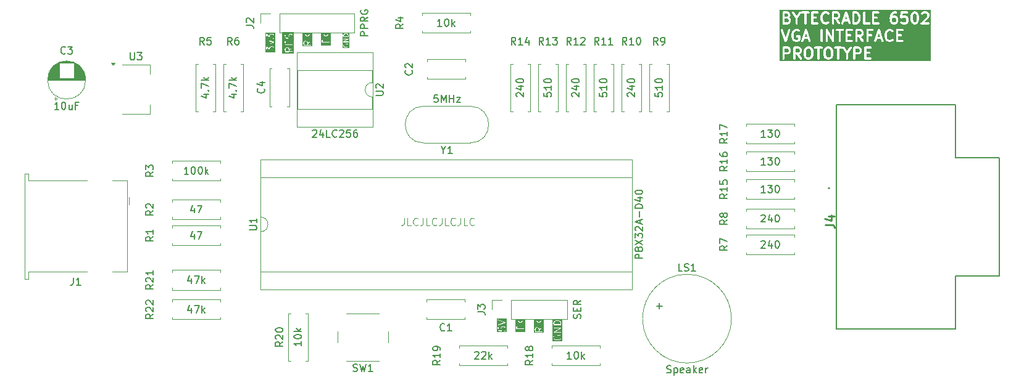
<source format=gbr>
%TF.GenerationSoftware,KiCad,Pcbnew,8.0.2*%
%TF.CreationDate,2025-02-07T22:28:49+01:00*%
%TF.ProjectId,propeller-vga,70726f70-656c-46c6-9572-2d7667612e6b,rev?*%
%TF.SameCoordinates,Original*%
%TF.FileFunction,Legend,Top*%
%TF.FilePolarity,Positive*%
%FSLAX46Y46*%
G04 Gerber Fmt 4.6, Leading zero omitted, Abs format (unit mm)*
G04 Created by KiCad (PCBNEW 8.0.2) date 2025-02-07 22:28:49*
%MOMM*%
%LPD*%
G01*
G04 APERTURE LIST*
%ADD10C,0.100000*%
%ADD11C,0.300000*%
%ADD12C,0.150000*%
%ADD13C,0.254000*%
%ADD14C,0.120000*%
%ADD15C,0.200000*%
G04 APERTURE END LIST*
D10*
X156799598Y-71262419D02*
X156799598Y-71976704D01*
X156799598Y-71976704D02*
X156751979Y-72119561D01*
X156751979Y-72119561D02*
X156656741Y-72214800D01*
X156656741Y-72214800D02*
X156513884Y-72262419D01*
X156513884Y-72262419D02*
X156418646Y-72262419D01*
X157751979Y-72262419D02*
X157275789Y-72262419D01*
X157275789Y-72262419D02*
X157275789Y-71262419D01*
X158656741Y-72167180D02*
X158609122Y-72214800D01*
X158609122Y-72214800D02*
X158466265Y-72262419D01*
X158466265Y-72262419D02*
X158371027Y-72262419D01*
X158371027Y-72262419D02*
X158228170Y-72214800D01*
X158228170Y-72214800D02*
X158132932Y-72119561D01*
X158132932Y-72119561D02*
X158085313Y-72024323D01*
X158085313Y-72024323D02*
X158037694Y-71833847D01*
X158037694Y-71833847D02*
X158037694Y-71690990D01*
X158037694Y-71690990D02*
X158085313Y-71500514D01*
X158085313Y-71500514D02*
X158132932Y-71405276D01*
X158132932Y-71405276D02*
X158228170Y-71310038D01*
X158228170Y-71310038D02*
X158371027Y-71262419D01*
X158371027Y-71262419D02*
X158466265Y-71262419D01*
X158466265Y-71262419D02*
X158609122Y-71310038D01*
X158609122Y-71310038D02*
X158656741Y-71357657D01*
X159371027Y-71262419D02*
X159371027Y-71976704D01*
X159371027Y-71976704D02*
X159323408Y-72119561D01*
X159323408Y-72119561D02*
X159228170Y-72214800D01*
X159228170Y-72214800D02*
X159085313Y-72262419D01*
X159085313Y-72262419D02*
X158990075Y-72262419D01*
X160323408Y-72262419D02*
X159847218Y-72262419D01*
X159847218Y-72262419D02*
X159847218Y-71262419D01*
X161228170Y-72167180D02*
X161180551Y-72214800D01*
X161180551Y-72214800D02*
X161037694Y-72262419D01*
X161037694Y-72262419D02*
X160942456Y-72262419D01*
X160942456Y-72262419D02*
X160799599Y-72214800D01*
X160799599Y-72214800D02*
X160704361Y-72119561D01*
X160704361Y-72119561D02*
X160656742Y-72024323D01*
X160656742Y-72024323D02*
X160609123Y-71833847D01*
X160609123Y-71833847D02*
X160609123Y-71690990D01*
X160609123Y-71690990D02*
X160656742Y-71500514D01*
X160656742Y-71500514D02*
X160704361Y-71405276D01*
X160704361Y-71405276D02*
X160799599Y-71310038D01*
X160799599Y-71310038D02*
X160942456Y-71262419D01*
X160942456Y-71262419D02*
X161037694Y-71262419D01*
X161037694Y-71262419D02*
X161180551Y-71310038D01*
X161180551Y-71310038D02*
X161228170Y-71357657D01*
X161942456Y-71262419D02*
X161942456Y-71976704D01*
X161942456Y-71976704D02*
X161894837Y-72119561D01*
X161894837Y-72119561D02*
X161799599Y-72214800D01*
X161799599Y-72214800D02*
X161656742Y-72262419D01*
X161656742Y-72262419D02*
X161561504Y-72262419D01*
X162894837Y-72262419D02*
X162418647Y-72262419D01*
X162418647Y-72262419D02*
X162418647Y-71262419D01*
X163799599Y-72167180D02*
X163751980Y-72214800D01*
X163751980Y-72214800D02*
X163609123Y-72262419D01*
X163609123Y-72262419D02*
X163513885Y-72262419D01*
X163513885Y-72262419D02*
X163371028Y-72214800D01*
X163371028Y-72214800D02*
X163275790Y-72119561D01*
X163275790Y-72119561D02*
X163228171Y-72024323D01*
X163228171Y-72024323D02*
X163180552Y-71833847D01*
X163180552Y-71833847D02*
X163180552Y-71690990D01*
X163180552Y-71690990D02*
X163228171Y-71500514D01*
X163228171Y-71500514D02*
X163275790Y-71405276D01*
X163275790Y-71405276D02*
X163371028Y-71310038D01*
X163371028Y-71310038D02*
X163513885Y-71262419D01*
X163513885Y-71262419D02*
X163609123Y-71262419D01*
X163609123Y-71262419D02*
X163751980Y-71310038D01*
X163751980Y-71310038D02*
X163799599Y-71357657D01*
X164513885Y-71262419D02*
X164513885Y-71976704D01*
X164513885Y-71976704D02*
X164466266Y-72119561D01*
X164466266Y-72119561D02*
X164371028Y-72214800D01*
X164371028Y-72214800D02*
X164228171Y-72262419D01*
X164228171Y-72262419D02*
X164132933Y-72262419D01*
X165466266Y-72262419D02*
X164990076Y-72262419D01*
X164990076Y-72262419D02*
X164990076Y-71262419D01*
X166371028Y-72167180D02*
X166323409Y-72214800D01*
X166323409Y-72214800D02*
X166180552Y-72262419D01*
X166180552Y-72262419D02*
X166085314Y-72262419D01*
X166085314Y-72262419D02*
X165942457Y-72214800D01*
X165942457Y-72214800D02*
X165847219Y-72119561D01*
X165847219Y-72119561D02*
X165799600Y-72024323D01*
X165799600Y-72024323D02*
X165751981Y-71833847D01*
X165751981Y-71833847D02*
X165751981Y-71690990D01*
X165751981Y-71690990D02*
X165799600Y-71500514D01*
X165799600Y-71500514D02*
X165847219Y-71405276D01*
X165847219Y-71405276D02*
X165942457Y-71310038D01*
X165942457Y-71310038D02*
X166085314Y-71262419D01*
X166085314Y-71262419D02*
X166180552Y-71262419D01*
X166180552Y-71262419D02*
X166323409Y-71310038D01*
X166323409Y-71310038D02*
X166371028Y-71357657D01*
D11*
G36*
X212456163Y-48021426D02*
G01*
X212555750Y-48118561D01*
X212613130Y-48339697D01*
X212615649Y-48802392D01*
X212559045Y-49037687D01*
X212465380Y-49133717D01*
X212374082Y-49181119D01*
X212159084Y-49183086D01*
X212069998Y-49140229D01*
X211970413Y-49043095D01*
X211913033Y-48821959D01*
X211910514Y-48359263D01*
X211967117Y-48123969D01*
X212060783Y-48027940D01*
X212152083Y-47980536D01*
X212367079Y-47978569D01*
X212456163Y-48021426D01*
G37*
G36*
X215170449Y-48021426D02*
G01*
X215270036Y-48118561D01*
X215327416Y-48339697D01*
X215329935Y-48802392D01*
X215273331Y-49037687D01*
X215179666Y-49133717D01*
X215088368Y-49181119D01*
X214873370Y-49183086D01*
X214784284Y-49140229D01*
X214684699Y-49043095D01*
X214627319Y-48821959D01*
X214624800Y-48359263D01*
X214681403Y-48123969D01*
X214775069Y-48027940D01*
X214866369Y-47980536D01*
X215081365Y-47978569D01*
X215170449Y-48021426D01*
G37*
G36*
X210956691Y-48021680D02*
G01*
X210995357Y-48058671D01*
X211042031Y-48148568D01*
X211043733Y-48292339D01*
X211000800Y-48381581D01*
X210963809Y-48420246D01*
X210874351Y-48466693D01*
X210693966Y-48467558D01*
X210688402Y-48466577D01*
X210683748Y-48467608D01*
X210482885Y-48468571D01*
X210481964Y-47980120D01*
X210866469Y-47978275D01*
X210956691Y-48021680D01*
G37*
G36*
X209456691Y-48021680D02*
G01*
X209495357Y-48058671D01*
X209542031Y-48148568D01*
X209543733Y-48292339D01*
X209500800Y-48381581D01*
X209463809Y-48420246D01*
X209374351Y-48466693D01*
X208982885Y-48468571D01*
X208981964Y-47980120D01*
X209366469Y-47978275D01*
X209456691Y-48021680D01*
G37*
G36*
X219170977Y-48021680D02*
G01*
X219209643Y-48058671D01*
X219256317Y-48148568D01*
X219258019Y-48292339D01*
X219215086Y-48381581D01*
X219178095Y-48420246D01*
X219088637Y-48466693D01*
X218697171Y-48468571D01*
X218696250Y-47980120D01*
X219080755Y-47978275D01*
X219170977Y-48021680D01*
G37*
G36*
X219456691Y-45606764D02*
G01*
X219495357Y-45643755D01*
X219542031Y-45733652D01*
X219543733Y-45877423D01*
X219500800Y-45966665D01*
X219463809Y-46005330D01*
X219374351Y-46051777D01*
X219193966Y-46052642D01*
X219188402Y-46051661D01*
X219183748Y-46052692D01*
X218982885Y-46053655D01*
X218981964Y-45565204D01*
X219366469Y-45563359D01*
X219456691Y-45606764D01*
G37*
G36*
X212056975Y-46338139D02*
G01*
X211755013Y-46339310D01*
X211905288Y-45885780D01*
X212056975Y-46338139D01*
G37*
G36*
X222056975Y-46338139D02*
G01*
X221755013Y-46339310D01*
X221905288Y-45885780D01*
X222056975Y-46338139D01*
G37*
G36*
X209465921Y-43914963D02*
G01*
X209495356Y-43943124D01*
X209542031Y-44033022D01*
X209543733Y-44176793D01*
X209500800Y-44266035D01*
X209463809Y-44304700D01*
X209374351Y-44351147D01*
X208984231Y-44353019D01*
X208983310Y-43864471D01*
X209303113Y-43862730D01*
X209465921Y-43914963D01*
G37*
G36*
X209385264Y-43191849D02*
G01*
X209423928Y-43228839D01*
X209470766Y-43319050D01*
X209471983Y-43391747D01*
X209429372Y-43480320D01*
X209392382Y-43518984D01*
X209302881Y-43565454D01*
X208982750Y-43567197D01*
X208981964Y-43150193D01*
X209295131Y-43148487D01*
X209385264Y-43191849D01*
G37*
G36*
X218893828Y-43200464D02*
G01*
X218994540Y-43298697D01*
X219047970Y-43401602D01*
X219113188Y-43652950D01*
X219115297Y-43831163D01*
X219054937Y-44082074D01*
X219001054Y-44194078D01*
X218900094Y-44297587D01*
X218745317Y-44351128D01*
X218555658Y-44352543D01*
X218553391Y-43149896D01*
X218732059Y-43148563D01*
X218893828Y-43200464D01*
G37*
G36*
X224170978Y-43763277D02*
G01*
X224209641Y-43800266D01*
X224256175Y-43889892D01*
X224258311Y-44176186D01*
X224215086Y-44266035D01*
X224178097Y-44304698D01*
X224088365Y-44351287D01*
X223873369Y-44353254D01*
X223783756Y-44310143D01*
X223745091Y-44273152D01*
X223698644Y-44183694D01*
X223697261Y-43895492D01*
X223739648Y-43807385D01*
X223776638Y-43768721D01*
X223866367Y-43722133D01*
X224081365Y-43720166D01*
X224170978Y-43763277D01*
G37*
G36*
X226956690Y-43191848D02*
G01*
X226995356Y-43228839D01*
X227047968Y-43330172D01*
X227113147Y-43581364D01*
X227115536Y-43901600D01*
X227054937Y-44153502D01*
X227000799Y-44266035D01*
X226963808Y-44304700D01*
X226873599Y-44351537D01*
X226800901Y-44352754D01*
X226712327Y-44310143D01*
X226673664Y-44273154D01*
X226621048Y-44171817D01*
X226555871Y-43920628D01*
X226553482Y-43600391D01*
X226614081Y-43348488D01*
X226668218Y-43235957D01*
X226705208Y-43197293D01*
X226795421Y-43150454D01*
X226868117Y-43149237D01*
X226956690Y-43191848D01*
G37*
G36*
X216242405Y-43191848D02*
G01*
X216281071Y-43228839D01*
X216327745Y-43318736D01*
X216329447Y-43462507D01*
X216286514Y-43551749D01*
X216249523Y-43590414D01*
X216160065Y-43636861D01*
X215979680Y-43637726D01*
X215974116Y-43636745D01*
X215969462Y-43637776D01*
X215768599Y-43638739D01*
X215767678Y-43150288D01*
X216152183Y-43148443D01*
X216242405Y-43191848D01*
G37*
G36*
X217556975Y-43923223D02*
G01*
X217255013Y-43924394D01*
X217405288Y-43470864D01*
X217556975Y-43923223D01*
G37*
G36*
X229008319Y-49647495D02*
G01*
X208304736Y-49647495D01*
X208304736Y-47830828D01*
X208684510Y-47830828D01*
X208687392Y-49360092D01*
X208709790Y-49414164D01*
X208751174Y-49455548D01*
X208805246Y-49477946D01*
X208863774Y-49477946D01*
X208917846Y-49455548D01*
X208959230Y-49414164D01*
X208981628Y-49360092D01*
X208984510Y-49330828D01*
X208983445Y-48765827D01*
X209382819Y-48763911D01*
X209387177Y-48765364D01*
X209409418Y-48763783D01*
X209435203Y-48763660D01*
X209440181Y-48761597D01*
X209445557Y-48761216D01*
X209473021Y-48750706D01*
X209615562Y-48676697D01*
X209632131Y-48669835D01*
X209637901Y-48665099D01*
X209640764Y-48663613D01*
X209643360Y-48660619D01*
X209654862Y-48651180D01*
X209726763Y-48576024D01*
X209738724Y-48565652D01*
X209742641Y-48559428D01*
X209744946Y-48557020D01*
X209746462Y-48553358D01*
X209754389Y-48540767D01*
X209814295Y-48416241D01*
X209816373Y-48414164D01*
X209823051Y-48398041D01*
X209836327Y-48370446D01*
X209836708Y-48365070D01*
X209838771Y-48360092D01*
X209841653Y-48330828D01*
X209839378Y-48138594D01*
X209840475Y-48135304D01*
X209839112Y-48116125D01*
X209838771Y-48087278D01*
X209836708Y-48082299D01*
X209836327Y-48076924D01*
X209825817Y-48049461D01*
X209751808Y-47906918D01*
X209744945Y-47890349D01*
X209740209Y-47884578D01*
X209738724Y-47881718D01*
X209735732Y-47879123D01*
X209726290Y-47867618D01*
X209687835Y-47830828D01*
X210184510Y-47830828D01*
X210187392Y-49360092D01*
X210209790Y-49414164D01*
X210251174Y-49455548D01*
X210305246Y-49477946D01*
X210363774Y-49477946D01*
X210417846Y-49455548D01*
X210459230Y-49414164D01*
X210481628Y-49360092D01*
X210484510Y-49330828D01*
X210483445Y-48765827D01*
X210612918Y-48765206D01*
X211087911Y-49439169D01*
X211137268Y-49470622D01*
X211194904Y-49480793D01*
X211252046Y-49468134D01*
X211299994Y-49434570D01*
X211331447Y-49385213D01*
X211341618Y-49327577D01*
X211328959Y-49270435D01*
X211314538Y-49244809D01*
X210967732Y-48752729D01*
X210973021Y-48750706D01*
X211115562Y-48676697D01*
X211132131Y-48669835D01*
X211137901Y-48665099D01*
X211140764Y-48663613D01*
X211143360Y-48660619D01*
X211154862Y-48651180D01*
X211226763Y-48576024D01*
X211238724Y-48565652D01*
X211242641Y-48559428D01*
X211244946Y-48557020D01*
X211246462Y-48553358D01*
X211254389Y-48540767D01*
X211314295Y-48416241D01*
X211316373Y-48414164D01*
X211323051Y-48398041D01*
X211336327Y-48370446D01*
X211336708Y-48365070D01*
X211338771Y-48360092D01*
X211341653Y-48330828D01*
X211613082Y-48330828D01*
X211615753Y-48821359D01*
X211613259Y-48838119D01*
X211615943Y-48856268D01*
X211615964Y-48860092D01*
X211616811Y-48862136D01*
X211617561Y-48867208D01*
X211687392Y-49136331D01*
X211687392Y-49145805D01*
X211693972Y-49161691D01*
X211698882Y-49180613D01*
X211705521Y-49189573D01*
X211709789Y-49199877D01*
X211728444Y-49222608D01*
X211873030Y-49363635D01*
X211885401Y-49377899D01*
X211891754Y-49381898D01*
X211894033Y-49384121D01*
X211897694Y-49385637D01*
X211910286Y-49393564D01*
X212034811Y-49453470D01*
X212036889Y-49455548D01*
X212053011Y-49462226D01*
X212080607Y-49475502D01*
X212085982Y-49475883D01*
X212090961Y-49477946D01*
X212120225Y-49480828D01*
X212383484Y-49478419D01*
X212387177Y-49479650D01*
X212407605Y-49478198D01*
X212435203Y-49477946D01*
X212440181Y-49475883D01*
X212445557Y-49475502D01*
X212473021Y-49464992D01*
X212615559Y-49390985D01*
X212632132Y-49384121D01*
X212637903Y-49379384D01*
X212640764Y-49377899D01*
X212643359Y-49374906D01*
X212654862Y-49365466D01*
X212784863Y-49232183D01*
X212792437Y-49227639D01*
X212802367Y-49214237D01*
X212816374Y-49199877D01*
X212820640Y-49189575D01*
X212827281Y-49180614D01*
X212837174Y-49152923D01*
X212904044Y-48874952D01*
X212910200Y-48860092D01*
X212911988Y-48841928D01*
X212912905Y-48838120D01*
X212912579Y-48835931D01*
X212913082Y-48830828D01*
X212910410Y-48340295D01*
X212912905Y-48323536D01*
X212910220Y-48305386D01*
X212910200Y-48301564D01*
X212909353Y-48299519D01*
X212908603Y-48294447D01*
X212838771Y-48025323D01*
X212838771Y-48015851D01*
X212832191Y-47999965D01*
X212827281Y-47981042D01*
X212820641Y-47972081D01*
X212816374Y-47961778D01*
X212797719Y-47939048D01*
X212656765Y-47801564D01*
X213044536Y-47801564D01*
X213044536Y-47860092D01*
X213066934Y-47914164D01*
X213108318Y-47955548D01*
X213162390Y-47977946D01*
X213191654Y-47980828D01*
X213470505Y-47979921D01*
X213473107Y-49360092D01*
X213495505Y-49414164D01*
X213536889Y-49455548D01*
X213590961Y-49477946D01*
X213649489Y-49477946D01*
X213703561Y-49455548D01*
X213744945Y-49414164D01*
X213767343Y-49360092D01*
X213770225Y-49330828D01*
X213768340Y-48330828D01*
X214327368Y-48330828D01*
X214330039Y-48821359D01*
X214327545Y-48838119D01*
X214330229Y-48856268D01*
X214330250Y-48860092D01*
X214331097Y-48862136D01*
X214331847Y-48867208D01*
X214401678Y-49136331D01*
X214401678Y-49145805D01*
X214408258Y-49161691D01*
X214413168Y-49180613D01*
X214419807Y-49189573D01*
X214424075Y-49199877D01*
X214442730Y-49222608D01*
X214587316Y-49363635D01*
X214599687Y-49377899D01*
X214606040Y-49381898D01*
X214608319Y-49384121D01*
X214611980Y-49385637D01*
X214624572Y-49393564D01*
X214749097Y-49453470D01*
X214751175Y-49455548D01*
X214767297Y-49462226D01*
X214794893Y-49475502D01*
X214800268Y-49475883D01*
X214805247Y-49477946D01*
X214834511Y-49480828D01*
X215097770Y-49478419D01*
X215101463Y-49479650D01*
X215121891Y-49478198D01*
X215149489Y-49477946D01*
X215154467Y-49475883D01*
X215159843Y-49475502D01*
X215187307Y-49464992D01*
X215329845Y-49390985D01*
X215346418Y-49384121D01*
X215352189Y-49379384D01*
X215355050Y-49377899D01*
X215357645Y-49374906D01*
X215369148Y-49365466D01*
X215499149Y-49232183D01*
X215506723Y-49227639D01*
X215516653Y-49214237D01*
X215530660Y-49199877D01*
X215534926Y-49189575D01*
X215541567Y-49180614D01*
X215551460Y-49152923D01*
X215618330Y-48874952D01*
X215624486Y-48860092D01*
X215626274Y-48841928D01*
X215627191Y-48838120D01*
X215626865Y-48835931D01*
X215627368Y-48830828D01*
X215624696Y-48340295D01*
X215627191Y-48323536D01*
X215624506Y-48305386D01*
X215624486Y-48301564D01*
X215623639Y-48299519D01*
X215622889Y-48294447D01*
X215553057Y-48025323D01*
X215553057Y-48015851D01*
X215546477Y-47999965D01*
X215541567Y-47981042D01*
X215534927Y-47972081D01*
X215530660Y-47961778D01*
X215512005Y-47939048D01*
X215371051Y-47801564D01*
X215758822Y-47801564D01*
X215758822Y-47860092D01*
X215781220Y-47914164D01*
X215822604Y-47955548D01*
X215876676Y-47977946D01*
X215905940Y-47980828D01*
X216184791Y-47979921D01*
X216187393Y-49360092D01*
X216209791Y-49414164D01*
X216251175Y-49455548D01*
X216305247Y-49477946D01*
X216363775Y-49477946D01*
X216417847Y-49455548D01*
X216459231Y-49414164D01*
X216481629Y-49360092D01*
X216484511Y-49330828D01*
X216481963Y-47978955D01*
X216792347Y-47977946D01*
X216846419Y-47955548D01*
X216887803Y-47914164D01*
X216906245Y-47869639D01*
X216908968Y-47885123D01*
X216922248Y-47911359D01*
X217398948Y-48655521D01*
X217401679Y-49360092D01*
X217424077Y-49414164D01*
X217465461Y-49455548D01*
X217519533Y-49477946D01*
X217578061Y-49477946D01*
X217632133Y-49455548D01*
X217673517Y-49414164D01*
X217695915Y-49360092D01*
X217698797Y-49330828D01*
X217696212Y-48664064D01*
X218188626Y-47885123D01*
X218198170Y-47830828D01*
X218398796Y-47830828D01*
X218401678Y-49360092D01*
X218424076Y-49414164D01*
X218465460Y-49455548D01*
X218519532Y-49477946D01*
X218578060Y-49477946D01*
X218632132Y-49455548D01*
X218673516Y-49414164D01*
X218695914Y-49360092D01*
X218698796Y-49330828D01*
X218697731Y-48765827D01*
X219097105Y-48763911D01*
X219101463Y-48765364D01*
X219123704Y-48763783D01*
X219149489Y-48763660D01*
X219154467Y-48761597D01*
X219159843Y-48761216D01*
X219187307Y-48750706D01*
X219329848Y-48676697D01*
X219346417Y-48669835D01*
X219352187Y-48665099D01*
X219355050Y-48663613D01*
X219357646Y-48660619D01*
X219369148Y-48651180D01*
X219441049Y-48576024D01*
X219453010Y-48565652D01*
X219456927Y-48559428D01*
X219459232Y-48557020D01*
X219460748Y-48553358D01*
X219468675Y-48540767D01*
X219528581Y-48416241D01*
X219530659Y-48414164D01*
X219537337Y-48398041D01*
X219550613Y-48370446D01*
X219550994Y-48365070D01*
X219553057Y-48360092D01*
X219555939Y-48330828D01*
X219553664Y-48138594D01*
X219554761Y-48135304D01*
X219553398Y-48116125D01*
X219553057Y-48087278D01*
X219550994Y-48082299D01*
X219550613Y-48076924D01*
X219540103Y-48049461D01*
X219466094Y-47906918D01*
X219459231Y-47890349D01*
X219454495Y-47884578D01*
X219453010Y-47881718D01*
X219450018Y-47879123D01*
X219440576Y-47867618D01*
X219402121Y-47830828D01*
X219898796Y-47830828D01*
X219901678Y-49360092D01*
X219924076Y-49414164D01*
X219965460Y-49455548D01*
X220019532Y-49477946D01*
X220048796Y-49480828D01*
X220792346Y-49477946D01*
X220846418Y-49455548D01*
X220887802Y-49414164D01*
X220910200Y-49360092D01*
X220910200Y-49301564D01*
X220887802Y-49247492D01*
X220846418Y-49206108D01*
X220792346Y-49183710D01*
X220763082Y-49180828D01*
X220198517Y-49183016D01*
X220197596Y-48694303D01*
X220578060Y-48692232D01*
X220632132Y-48669834D01*
X220673516Y-48628450D01*
X220695914Y-48574378D01*
X220695914Y-48515850D01*
X220673516Y-48461778D01*
X220632132Y-48420394D01*
X220578060Y-48397996D01*
X220548796Y-48395114D01*
X220197036Y-48397029D01*
X220196250Y-47980256D01*
X220792346Y-47977946D01*
X220846418Y-47955548D01*
X220887802Y-47914164D01*
X220910200Y-47860092D01*
X220910200Y-47801564D01*
X220887802Y-47747492D01*
X220846418Y-47706108D01*
X220792346Y-47683710D01*
X220763082Y-47680828D01*
X220019532Y-47683710D01*
X219965460Y-47706108D01*
X219924076Y-47747492D01*
X219901678Y-47801564D01*
X219898796Y-47830828D01*
X219402121Y-47830828D01*
X219365429Y-47795725D01*
X219355050Y-47783758D01*
X219348821Y-47779837D01*
X219346416Y-47777536D01*
X219342759Y-47776021D01*
X219330164Y-47768093D01*
X219205639Y-47708186D01*
X219203561Y-47706108D01*
X219187429Y-47699426D01*
X219159844Y-47686155D01*
X219154469Y-47685773D01*
X219149489Y-47683710D01*
X219120225Y-47680828D01*
X218519532Y-47683710D01*
X218465460Y-47706108D01*
X218424076Y-47747492D01*
X218401678Y-47801564D01*
X218398796Y-47830828D01*
X218198170Y-47830828D01*
X218198759Y-47827480D01*
X218186063Y-47770348D01*
X218152470Y-47722422D01*
X218103092Y-47690999D01*
X218045449Y-47680866D01*
X217988316Y-47693562D01*
X217940390Y-47727155D01*
X217922248Y-47750297D01*
X217549622Y-48339747D01*
X217157204Y-47727155D01*
X217109277Y-47693562D01*
X217052145Y-47680865D01*
X216994502Y-47690999D01*
X216945124Y-47722421D01*
X216911531Y-47770348D01*
X216906551Y-47792753D01*
X216887803Y-47747492D01*
X216846419Y-47706108D01*
X216792347Y-47683710D01*
X216763083Y-47680828D01*
X215876676Y-47683710D01*
X215822604Y-47706108D01*
X215781220Y-47747492D01*
X215758822Y-47801564D01*
X215371051Y-47801564D01*
X215367424Y-47798026D01*
X215355050Y-47783758D01*
X215348694Y-47779757D01*
X215346417Y-47777536D01*
X215342757Y-47776020D01*
X215330164Y-47768093D01*
X215205639Y-47708186D01*
X215203561Y-47706108D01*
X215187429Y-47699426D01*
X215159844Y-47686155D01*
X215154469Y-47685773D01*
X215149489Y-47683710D01*
X215120225Y-47680828D01*
X214856964Y-47683236D01*
X214853272Y-47682006D01*
X214832848Y-47683457D01*
X214805247Y-47683710D01*
X214800266Y-47685773D01*
X214794892Y-47686155D01*
X214767428Y-47696664D01*
X214624884Y-47770674D01*
X214608319Y-47777536D01*
X214602548Y-47782271D01*
X214599686Y-47783758D01*
X214597089Y-47786752D01*
X214585588Y-47796191D01*
X214455584Y-47929473D01*
X214448012Y-47934017D01*
X214438085Y-47947414D01*
X214424075Y-47961778D01*
X214419806Y-47972083D01*
X214413168Y-47981043D01*
X214403275Y-48008734D01*
X214336406Y-48286702D01*
X214330250Y-48301564D01*
X214328461Y-48319729D01*
X214327545Y-48323537D01*
X214327870Y-48325724D01*
X214327368Y-48330828D01*
X213768340Y-48330828D01*
X213767677Y-47978955D01*
X214078061Y-47977946D01*
X214132133Y-47955548D01*
X214173517Y-47914164D01*
X214195915Y-47860092D01*
X214195915Y-47801564D01*
X214173517Y-47747492D01*
X214132133Y-47706108D01*
X214078061Y-47683710D01*
X214048797Y-47680828D01*
X213162390Y-47683710D01*
X213108318Y-47706108D01*
X213066934Y-47747492D01*
X213044536Y-47801564D01*
X212656765Y-47801564D01*
X212653138Y-47798026D01*
X212640764Y-47783758D01*
X212634408Y-47779757D01*
X212632131Y-47777536D01*
X212628471Y-47776020D01*
X212615878Y-47768093D01*
X212491353Y-47708186D01*
X212489275Y-47706108D01*
X212473143Y-47699426D01*
X212445558Y-47686155D01*
X212440183Y-47685773D01*
X212435203Y-47683710D01*
X212405939Y-47680828D01*
X212142678Y-47683236D01*
X212138986Y-47682006D01*
X212118562Y-47683457D01*
X212090961Y-47683710D01*
X212085980Y-47685773D01*
X212080606Y-47686155D01*
X212053142Y-47696664D01*
X211910598Y-47770674D01*
X211894033Y-47777536D01*
X211888262Y-47782271D01*
X211885400Y-47783758D01*
X211882803Y-47786752D01*
X211871302Y-47796191D01*
X211741298Y-47929473D01*
X211733726Y-47934017D01*
X211723799Y-47947414D01*
X211709789Y-47961778D01*
X211705520Y-47972083D01*
X211698882Y-47981043D01*
X211688989Y-48008734D01*
X211622120Y-48286702D01*
X211615964Y-48301564D01*
X211614175Y-48319729D01*
X211613259Y-48323537D01*
X211613584Y-48325724D01*
X211613082Y-48330828D01*
X211341653Y-48330828D01*
X211339378Y-48138594D01*
X211340475Y-48135304D01*
X211339112Y-48116125D01*
X211338771Y-48087278D01*
X211336708Y-48082299D01*
X211336327Y-48076924D01*
X211325817Y-48049461D01*
X211251808Y-47906918D01*
X211244945Y-47890349D01*
X211240209Y-47884578D01*
X211238724Y-47881718D01*
X211235732Y-47879123D01*
X211226290Y-47867618D01*
X211151143Y-47795725D01*
X211140764Y-47783758D01*
X211134535Y-47779837D01*
X211132130Y-47777536D01*
X211128473Y-47776021D01*
X211115878Y-47768093D01*
X210991353Y-47708186D01*
X210989275Y-47706108D01*
X210973143Y-47699426D01*
X210945558Y-47686155D01*
X210940183Y-47685773D01*
X210935203Y-47683710D01*
X210905939Y-47680828D01*
X210305246Y-47683710D01*
X210251174Y-47706108D01*
X210209790Y-47747492D01*
X210187392Y-47801564D01*
X210184510Y-47830828D01*
X209687835Y-47830828D01*
X209651143Y-47795725D01*
X209640764Y-47783758D01*
X209634535Y-47779837D01*
X209632130Y-47777536D01*
X209628473Y-47776021D01*
X209615878Y-47768093D01*
X209491353Y-47708186D01*
X209489275Y-47706108D01*
X209473143Y-47699426D01*
X209445558Y-47686155D01*
X209440183Y-47685773D01*
X209435203Y-47683710D01*
X209405939Y-47680828D01*
X208805246Y-47683710D01*
X208751174Y-47706108D01*
X208709790Y-47747492D01*
X208687392Y-47801564D01*
X208684510Y-47830828D01*
X208304736Y-47830828D01*
X208304736Y-45434673D01*
X208471403Y-45434673D01*
X208477923Y-45463346D01*
X208974816Y-46945182D01*
X208975552Y-46955532D01*
X208983855Y-46972139D01*
X208989911Y-46990197D01*
X208996933Y-46998294D01*
X209001726Y-47007879D01*
X209015932Y-47020200D01*
X209028258Y-47034412D01*
X209037845Y-47039205D01*
X209045940Y-47046226D01*
X209063782Y-47052173D01*
X209080606Y-47060585D01*
X209091296Y-47061344D01*
X209101464Y-47064734D01*
X209120220Y-47063401D01*
X209138986Y-47064735D01*
X209149156Y-47061344D01*
X209159845Y-47060585D01*
X209176666Y-47052174D01*
X209194510Y-47046226D01*
X209202606Y-47039203D01*
X209212192Y-47034411D01*
X209224515Y-47020202D01*
X209238724Y-47007879D01*
X209243516Y-46998293D01*
X209250539Y-46990197D01*
X209262527Y-46963346D01*
X209562256Y-46058769D01*
X209898796Y-46058769D01*
X209901237Y-46265126D01*
X209898973Y-46280346D01*
X209901630Y-46298316D01*
X209901678Y-46302319D01*
X209902525Y-46304363D01*
X209903275Y-46309435D01*
X209974532Y-46584055D01*
X209975551Y-46598388D01*
X209983939Y-46620308D01*
X209984596Y-46622840D01*
X209985240Y-46623710D01*
X209986060Y-46625851D01*
X210060070Y-46768394D01*
X210066932Y-46784961D01*
X210071667Y-46790731D01*
X210073154Y-46793594D01*
X210076147Y-46796190D01*
X210085587Y-46807692D01*
X210214504Y-46933437D01*
X210216011Y-46936451D01*
X210230296Y-46948841D01*
X210251174Y-46969205D01*
X210256153Y-46971267D01*
X210260225Y-46974799D01*
X210287076Y-46986787D01*
X210501705Y-47055645D01*
X210519532Y-47063030D01*
X210527020Y-47063767D01*
X210530036Y-47064735D01*
X210533990Y-47064453D01*
X210548796Y-47065912D01*
X210693003Y-47063497D01*
X210710413Y-47064735D01*
X210717672Y-47063084D01*
X210720917Y-47063030D01*
X210724574Y-47061514D01*
X210739087Y-47058215D01*
X210931650Y-46991602D01*
X210935203Y-46991602D01*
X210953197Y-46984148D01*
X210980224Y-46974799D01*
X210984297Y-46971265D01*
X210989275Y-46969204D01*
X211012006Y-46950549D01*
X211063092Y-46897151D01*
X211257117Y-46897151D01*
X211261266Y-46955532D01*
X211287440Y-47007879D01*
X211331654Y-47046226D01*
X211387178Y-47064734D01*
X211445559Y-47060585D01*
X211497906Y-47034411D01*
X211536253Y-46990197D01*
X211548241Y-46963346D01*
X211656399Y-46636923D01*
X212156514Y-46634985D01*
X212275625Y-46990197D01*
X212313972Y-47034412D01*
X212366320Y-47060585D01*
X212424700Y-47064735D01*
X212480224Y-47046226D01*
X212524438Y-47007879D01*
X212550612Y-46955532D01*
X212554762Y-46897152D01*
X212548242Y-46868478D01*
X212061162Y-45415912D01*
X213898795Y-45415912D01*
X213901677Y-46945176D01*
X213924075Y-46999248D01*
X213965459Y-47040632D01*
X214019531Y-47063030D01*
X214078059Y-47063030D01*
X214132131Y-47040632D01*
X214173515Y-46999248D01*
X214195913Y-46945176D01*
X214198795Y-46915912D01*
X214195968Y-45415912D01*
X214613081Y-45415912D01*
X214615963Y-46945176D01*
X214638361Y-46999248D01*
X214679745Y-47040632D01*
X214733817Y-47063030D01*
X214792345Y-47063030D01*
X214846417Y-47040632D01*
X214887801Y-46999248D01*
X214910199Y-46945176D01*
X214913081Y-46915912D01*
X214911309Y-45975795D01*
X215488058Y-46981273D01*
X215495504Y-46999248D01*
X215502222Y-47005966D01*
X215507009Y-47014311D01*
X215522782Y-47026526D01*
X215536888Y-47040632D01*
X215545721Y-47044290D01*
X215553283Y-47050147D01*
X215572531Y-47055396D01*
X215590960Y-47063030D01*
X215600522Y-47063030D01*
X215609747Y-47065546D01*
X215629538Y-47063030D01*
X215649488Y-47063030D01*
X215658321Y-47059370D01*
X215667807Y-47058165D01*
X215685129Y-47048266D01*
X215703560Y-47040632D01*
X215710320Y-47033871D01*
X215718623Y-47029127D01*
X215730836Y-47013355D01*
X215744944Y-46999248D01*
X215748603Y-46990412D01*
X215754458Y-46982853D01*
X215759706Y-46963608D01*
X215767342Y-46945176D01*
X215768815Y-46930211D01*
X215769858Y-46926390D01*
X215769482Y-46923438D01*
X215770224Y-46915912D01*
X215767342Y-45386648D01*
X215973107Y-45386648D01*
X215973107Y-45445176D01*
X215995505Y-45499248D01*
X216036889Y-45540632D01*
X216090961Y-45563030D01*
X216120225Y-45565912D01*
X216399076Y-45565005D01*
X216401678Y-46945176D01*
X216424076Y-46999248D01*
X216465460Y-47040632D01*
X216519532Y-47063030D01*
X216578060Y-47063030D01*
X216632132Y-47040632D01*
X216673516Y-46999248D01*
X216695914Y-46945176D01*
X216698796Y-46915912D01*
X216696248Y-45564039D01*
X217006632Y-45563030D01*
X217060704Y-45540632D01*
X217102088Y-45499248D01*
X217124486Y-45445176D01*
X217124486Y-45415912D01*
X217327367Y-45415912D01*
X217330249Y-46945176D01*
X217352647Y-46999248D01*
X217394031Y-47040632D01*
X217448103Y-47063030D01*
X217477367Y-47065912D01*
X218220917Y-47063030D01*
X218274989Y-47040632D01*
X218316373Y-46999248D01*
X218338771Y-46945176D01*
X218338771Y-46886648D01*
X218316373Y-46832576D01*
X218274989Y-46791192D01*
X218220917Y-46768794D01*
X218191653Y-46765912D01*
X217627088Y-46768100D01*
X217626167Y-46279387D01*
X218006631Y-46277316D01*
X218060703Y-46254918D01*
X218102087Y-46213534D01*
X218124485Y-46159462D01*
X218124485Y-46100934D01*
X218102087Y-46046862D01*
X218060703Y-46005478D01*
X218006631Y-45983080D01*
X217977367Y-45980198D01*
X217625607Y-45982113D01*
X217624821Y-45565340D01*
X218220917Y-45563030D01*
X218274989Y-45540632D01*
X218316373Y-45499248D01*
X218338771Y-45445176D01*
X218338771Y-45415912D01*
X218684510Y-45415912D01*
X218687392Y-46945176D01*
X218709790Y-46999248D01*
X218751174Y-47040632D01*
X218805246Y-47063030D01*
X218863774Y-47063030D01*
X218917846Y-47040632D01*
X218959230Y-46999248D01*
X218981628Y-46945176D01*
X218984510Y-46915912D01*
X218983445Y-46350911D01*
X219112918Y-46350290D01*
X219587911Y-47024253D01*
X219637268Y-47055706D01*
X219694904Y-47065877D01*
X219752046Y-47053218D01*
X219799994Y-47019654D01*
X219831447Y-46970297D01*
X219841618Y-46912661D01*
X219828959Y-46855519D01*
X219814538Y-46829893D01*
X219467732Y-46337813D01*
X219473021Y-46335790D01*
X219615562Y-46261781D01*
X219632131Y-46254919D01*
X219637901Y-46250183D01*
X219640764Y-46248697D01*
X219643360Y-46245703D01*
X219654862Y-46236264D01*
X219726763Y-46161108D01*
X219738724Y-46150736D01*
X219742641Y-46144512D01*
X219744946Y-46142104D01*
X219746462Y-46138442D01*
X219754389Y-46125851D01*
X219814295Y-46001325D01*
X219816373Y-45999248D01*
X219823051Y-45983125D01*
X219836327Y-45955530D01*
X219836708Y-45950154D01*
X219838771Y-45945176D01*
X219841653Y-45915912D01*
X219839378Y-45723678D01*
X219840475Y-45720388D01*
X219839112Y-45701209D01*
X219838771Y-45672362D01*
X219836708Y-45667383D01*
X219836327Y-45662008D01*
X219825817Y-45634545D01*
X219751808Y-45492002D01*
X219744945Y-45475433D01*
X219740209Y-45469662D01*
X219738724Y-45466802D01*
X219735732Y-45464207D01*
X219726290Y-45452702D01*
X219687835Y-45415912D01*
X220184510Y-45415912D01*
X220187392Y-46945176D01*
X220209790Y-46999248D01*
X220251174Y-47040632D01*
X220305246Y-47063030D01*
X220363774Y-47063030D01*
X220417846Y-47040632D01*
X220459230Y-46999248D01*
X220481628Y-46945176D01*
X220484510Y-46915912D01*
X220484475Y-46897151D01*
X221257117Y-46897151D01*
X221261266Y-46955532D01*
X221287440Y-47007879D01*
X221331654Y-47046226D01*
X221387178Y-47064734D01*
X221445559Y-47060585D01*
X221497906Y-47034411D01*
X221536253Y-46990197D01*
X221548241Y-46963346D01*
X221656399Y-46636923D01*
X222156514Y-46634985D01*
X222275625Y-46990197D01*
X222313972Y-47034412D01*
X222366320Y-47060585D01*
X222424700Y-47064735D01*
X222480224Y-47046226D01*
X222524438Y-47007879D01*
X222550612Y-46955532D01*
X222554762Y-46897152D01*
X222548242Y-46868478D01*
X222276727Y-46058769D01*
X222684510Y-46058769D01*
X222686951Y-46265126D01*
X222684687Y-46280346D01*
X222687344Y-46298316D01*
X222687392Y-46302319D01*
X222688239Y-46304363D01*
X222688989Y-46309435D01*
X222760246Y-46584055D01*
X222761265Y-46598388D01*
X222769653Y-46620308D01*
X222770310Y-46622840D01*
X222770954Y-46623710D01*
X222771774Y-46625851D01*
X222845784Y-46768394D01*
X222852646Y-46784961D01*
X222857381Y-46790731D01*
X222858868Y-46793594D01*
X222861861Y-46796190D01*
X222871301Y-46807692D01*
X223000218Y-46933437D01*
X223001725Y-46936451D01*
X223016010Y-46948841D01*
X223036888Y-46969205D01*
X223041867Y-46971267D01*
X223045939Y-46974799D01*
X223072790Y-46986787D01*
X223287419Y-47055645D01*
X223305246Y-47063030D01*
X223312734Y-47063767D01*
X223315750Y-47064735D01*
X223319704Y-47064453D01*
X223334510Y-47065912D01*
X223478717Y-47063497D01*
X223496127Y-47064735D01*
X223503386Y-47063084D01*
X223506631Y-47063030D01*
X223510288Y-47061514D01*
X223524801Y-47058215D01*
X223717364Y-46991602D01*
X223720917Y-46991602D01*
X223738911Y-46984148D01*
X223765938Y-46974799D01*
X223770011Y-46971265D01*
X223774989Y-46969204D01*
X223797720Y-46950549D01*
X223887802Y-46856390D01*
X223910199Y-46802317D01*
X223910198Y-46743791D01*
X223887801Y-46689719D01*
X223846415Y-46648334D01*
X223792343Y-46625937D01*
X223733817Y-46625938D01*
X223679745Y-46648335D01*
X223657014Y-46666990D01*
X223613022Y-46712972D01*
X223459102Y-46766217D01*
X223363875Y-46767812D01*
X223203760Y-46716443D01*
X223103051Y-46618211D01*
X223049620Y-46515304D01*
X222984402Y-46263957D01*
X222982293Y-46085744D01*
X223042653Y-45834833D01*
X223096536Y-45722830D01*
X223197499Y-45619320D01*
X223352771Y-45565606D01*
X223448003Y-45564011D01*
X223608776Y-45615592D01*
X223679745Y-45683490D01*
X223733818Y-45705886D01*
X223792344Y-45705886D01*
X223846416Y-45683490D01*
X223887802Y-45642104D01*
X223910198Y-45588032D01*
X223910198Y-45529506D01*
X223887802Y-45475433D01*
X223869147Y-45452703D01*
X223830691Y-45415912D01*
X224255938Y-45415912D01*
X224258820Y-46945176D01*
X224281218Y-46999248D01*
X224322602Y-47040632D01*
X224376674Y-47063030D01*
X224405938Y-47065912D01*
X225149488Y-47063030D01*
X225203560Y-47040632D01*
X225244944Y-46999248D01*
X225267342Y-46945176D01*
X225267342Y-46886648D01*
X225244944Y-46832576D01*
X225203560Y-46791192D01*
X225149488Y-46768794D01*
X225120224Y-46765912D01*
X224555659Y-46768100D01*
X224554738Y-46279387D01*
X224935202Y-46277316D01*
X224989274Y-46254918D01*
X225030658Y-46213534D01*
X225053056Y-46159462D01*
X225053056Y-46100934D01*
X225030658Y-46046862D01*
X224989274Y-46005478D01*
X224935202Y-45983080D01*
X224905938Y-45980198D01*
X224554178Y-45982113D01*
X224553392Y-45565340D01*
X225149488Y-45563030D01*
X225203560Y-45540632D01*
X225244944Y-45499248D01*
X225267342Y-45445176D01*
X225267342Y-45386648D01*
X225244944Y-45332576D01*
X225203560Y-45291192D01*
X225149488Y-45268794D01*
X225120224Y-45265912D01*
X224376674Y-45268794D01*
X224322602Y-45291192D01*
X224281218Y-45332576D01*
X224258820Y-45386648D01*
X224255938Y-45415912D01*
X223830691Y-45415912D01*
X223811002Y-45397075D01*
X223810152Y-45395374D01*
X223800222Y-45386761D01*
X223774988Y-45362620D01*
X223770008Y-45360557D01*
X223765938Y-45357027D01*
X223739087Y-45345038D01*
X223524465Y-45276181D01*
X223506631Y-45268794D01*
X223499139Y-45268056D01*
X223496128Y-45267090D01*
X223492178Y-45267370D01*
X223477367Y-45265912D01*
X223333151Y-45268326D01*
X223315749Y-45267090D01*
X223308494Y-45268739D01*
X223305246Y-45268794D01*
X223301584Y-45270310D01*
X223287075Y-45273610D01*
X223094515Y-45340223D01*
X223090961Y-45340223D01*
X223072952Y-45347682D01*
X223045939Y-45357027D01*
X223041869Y-45360556D01*
X223036888Y-45362620D01*
X223014158Y-45381275D01*
X222873136Y-45525855D01*
X222858868Y-45538230D01*
X222854867Y-45544585D01*
X222852646Y-45546863D01*
X222851130Y-45550522D01*
X222843203Y-45563116D01*
X222778060Y-45698523D01*
X222770310Y-45708984D01*
X222762466Y-45730938D01*
X222761265Y-45733436D01*
X222761188Y-45734516D01*
X222760417Y-45736675D01*
X222693548Y-46014643D01*
X222687392Y-46029505D01*
X222685603Y-46047670D01*
X222684687Y-46051478D01*
X222685012Y-46053665D01*
X222684510Y-46058769D01*
X222276727Y-46058769D01*
X222051347Y-45386642D01*
X222050612Y-45376292D01*
X222042308Y-45359684D01*
X222036253Y-45341627D01*
X222029230Y-45333530D01*
X222024438Y-45323945D01*
X222010229Y-45311621D01*
X221997906Y-45297413D01*
X221988320Y-45292620D01*
X221980224Y-45285598D01*
X221962380Y-45279649D01*
X221945559Y-45271239D01*
X221934870Y-45270479D01*
X221924700Y-45267089D01*
X221905934Y-45268422D01*
X221887178Y-45267090D01*
X221877010Y-45270479D01*
X221866320Y-45271239D01*
X221849496Y-45279650D01*
X221831654Y-45285598D01*
X221823559Y-45292618D01*
X221813972Y-45297412D01*
X221801646Y-45311623D01*
X221787440Y-45323945D01*
X221782647Y-45333529D01*
X221775625Y-45341627D01*
X221763637Y-45368478D01*
X221406298Y-46446922D01*
X221401678Y-46458077D01*
X221401678Y-46460867D01*
X221257117Y-46897151D01*
X220484475Y-46897151D01*
X220483310Y-46279387D01*
X220863774Y-46277316D01*
X220917846Y-46254918D01*
X220959230Y-46213534D01*
X220981628Y-46159462D01*
X220981628Y-46100934D01*
X220959230Y-46046862D01*
X220917846Y-46005478D01*
X220863774Y-45983080D01*
X220834510Y-45980198D01*
X220482750Y-45982113D01*
X220481964Y-45565340D01*
X221078060Y-45563030D01*
X221132132Y-45540632D01*
X221173516Y-45499248D01*
X221195914Y-45445176D01*
X221195914Y-45386648D01*
X221173516Y-45332576D01*
X221132132Y-45291192D01*
X221078060Y-45268794D01*
X221048796Y-45265912D01*
X220305246Y-45268794D01*
X220251174Y-45291192D01*
X220209790Y-45332576D01*
X220187392Y-45386648D01*
X220184510Y-45415912D01*
X219687835Y-45415912D01*
X219651143Y-45380809D01*
X219640764Y-45368842D01*
X219634535Y-45364921D01*
X219632130Y-45362620D01*
X219628473Y-45361105D01*
X219615878Y-45353177D01*
X219491353Y-45293270D01*
X219489275Y-45291192D01*
X219473143Y-45284510D01*
X219445558Y-45271239D01*
X219440183Y-45270857D01*
X219435203Y-45268794D01*
X219405939Y-45265912D01*
X218805246Y-45268794D01*
X218751174Y-45291192D01*
X218709790Y-45332576D01*
X218687392Y-45386648D01*
X218684510Y-45415912D01*
X218338771Y-45415912D01*
X218338771Y-45386648D01*
X218316373Y-45332576D01*
X218274989Y-45291192D01*
X218220917Y-45268794D01*
X218191653Y-45265912D01*
X217448103Y-45268794D01*
X217394031Y-45291192D01*
X217352647Y-45332576D01*
X217330249Y-45386648D01*
X217327367Y-45415912D01*
X217124486Y-45415912D01*
X217124486Y-45386648D01*
X217102088Y-45332576D01*
X217060704Y-45291192D01*
X217006632Y-45268794D01*
X216977368Y-45265912D01*
X216090961Y-45268794D01*
X216036889Y-45291192D01*
X215995505Y-45332576D01*
X215973107Y-45386648D01*
X215767342Y-45386648D01*
X215744944Y-45332576D01*
X215703560Y-45291192D01*
X215649488Y-45268794D01*
X215590960Y-45268794D01*
X215536888Y-45291192D01*
X215495504Y-45332576D01*
X215473106Y-45386648D01*
X215470224Y-45415912D01*
X215471995Y-46356027D01*
X214895246Y-45350550D01*
X214887801Y-45332576D01*
X214881082Y-45325857D01*
X214876296Y-45317513D01*
X214860524Y-45305299D01*
X214846417Y-45291192D01*
X214837581Y-45287532D01*
X214830022Y-45281678D01*
X214810777Y-45276429D01*
X214792345Y-45268794D01*
X214782783Y-45268794D01*
X214773558Y-45266278D01*
X214753767Y-45268794D01*
X214733817Y-45268794D01*
X214724983Y-45272453D01*
X214715498Y-45273659D01*
X214698175Y-45283557D01*
X214679745Y-45291192D01*
X214672984Y-45297952D01*
X214664682Y-45302697D01*
X214652468Y-45318468D01*
X214638361Y-45332576D01*
X214634701Y-45341411D01*
X214628847Y-45348971D01*
X214623598Y-45368215D01*
X214615963Y-45386648D01*
X214614489Y-45401614D01*
X214613447Y-45405435D01*
X214613822Y-45408386D01*
X214613081Y-45415912D01*
X214195968Y-45415912D01*
X214195913Y-45386648D01*
X214173515Y-45332576D01*
X214132131Y-45291192D01*
X214078059Y-45268794D01*
X214019531Y-45268794D01*
X213965459Y-45291192D01*
X213924075Y-45332576D01*
X213901677Y-45386648D01*
X213898795Y-45415912D01*
X212061162Y-45415912D01*
X212051347Y-45386642D01*
X212050612Y-45376292D01*
X212042308Y-45359684D01*
X212036253Y-45341627D01*
X212029230Y-45333530D01*
X212024438Y-45323945D01*
X212010229Y-45311621D01*
X211997906Y-45297413D01*
X211988320Y-45292620D01*
X211980224Y-45285598D01*
X211962380Y-45279649D01*
X211945559Y-45271239D01*
X211934870Y-45270479D01*
X211924700Y-45267089D01*
X211905934Y-45268422D01*
X211887178Y-45267090D01*
X211877010Y-45270479D01*
X211866320Y-45271239D01*
X211849496Y-45279650D01*
X211831654Y-45285598D01*
X211823559Y-45292618D01*
X211813972Y-45297412D01*
X211801646Y-45311623D01*
X211787440Y-45323945D01*
X211782647Y-45333529D01*
X211775625Y-45341627D01*
X211763637Y-45368478D01*
X211406298Y-46446922D01*
X211401678Y-46458077D01*
X211401678Y-46460867D01*
X211257117Y-46897151D01*
X211063092Y-46897151D01*
X211102088Y-46856390D01*
X211122259Y-46807692D01*
X211124485Y-46802319D01*
X211127367Y-46773055D01*
X211124485Y-46243791D01*
X211102087Y-46189719D01*
X211060703Y-46148335D01*
X211006631Y-46125937D01*
X210977367Y-46123055D01*
X210662389Y-46125937D01*
X210608317Y-46148335D01*
X210566933Y-46189719D01*
X210544535Y-46243791D01*
X210544535Y-46302319D01*
X210566933Y-46356391D01*
X210608317Y-46397775D01*
X210662389Y-46420173D01*
X210691653Y-46423055D01*
X210828176Y-46421805D01*
X210829748Y-46710422D01*
X210827308Y-46712972D01*
X210673388Y-46766217D01*
X210578161Y-46767812D01*
X210418046Y-46716443D01*
X210317337Y-46618211D01*
X210263906Y-46515304D01*
X210198688Y-46263957D01*
X210196579Y-46085744D01*
X210256939Y-45834833D01*
X210310822Y-45722830D01*
X210411785Y-45619320D01*
X210566789Y-45565699D01*
X210724593Y-45563831D01*
X210866320Y-45632014D01*
X210924700Y-45636163D01*
X210980222Y-45617656D01*
X211024438Y-45579309D01*
X211050612Y-45526960D01*
X211054761Y-45468580D01*
X211036253Y-45413057D01*
X210997907Y-45368842D01*
X210973021Y-45353177D01*
X210848496Y-45293270D01*
X210846418Y-45291192D01*
X210830286Y-45284510D01*
X210802701Y-45271239D01*
X210797326Y-45270857D01*
X210792346Y-45268794D01*
X210763082Y-45265912D01*
X210549090Y-45268444D01*
X210530035Y-45267090D01*
X210522706Y-45268756D01*
X210519532Y-45268794D01*
X210515870Y-45270310D01*
X210501361Y-45273610D01*
X210308801Y-45340223D01*
X210305247Y-45340223D01*
X210287238Y-45347682D01*
X210260225Y-45357027D01*
X210256155Y-45360556D01*
X210251174Y-45362620D01*
X210228444Y-45381275D01*
X210087422Y-45525855D01*
X210073154Y-45538230D01*
X210069153Y-45544585D01*
X210066932Y-45546863D01*
X210065416Y-45550522D01*
X210057489Y-45563116D01*
X209992346Y-45698523D01*
X209984596Y-45708984D01*
X209976752Y-45730938D01*
X209975551Y-45733436D01*
X209975474Y-45734516D01*
X209974703Y-45736675D01*
X209907834Y-46014643D01*
X209901678Y-46029505D01*
X209899889Y-46047670D01*
X209898973Y-46051478D01*
X209899298Y-46053665D01*
X209898796Y-46058769D01*
X209562256Y-46058769D01*
X209769048Y-45434672D01*
X209764898Y-45376292D01*
X209738724Y-45323945D01*
X209694510Y-45285598D01*
X209638986Y-45267089D01*
X209580606Y-45271239D01*
X209528258Y-45297412D01*
X209489911Y-45341627D01*
X209477923Y-45368478D01*
X209120875Y-46446043D01*
X208750539Y-45341627D01*
X208712192Y-45297413D01*
X208659845Y-45271239D01*
X208601464Y-45267090D01*
X208545940Y-45285598D01*
X208501726Y-45323945D01*
X208475552Y-45376292D01*
X208471403Y-45434673D01*
X208304736Y-45434673D01*
X208304736Y-43000996D01*
X208684510Y-43000996D01*
X208687392Y-44530259D01*
X208687392Y-44530260D01*
X208709790Y-44584332D01*
X208751174Y-44625716D01*
X208805246Y-44648114D01*
X208834510Y-44650996D01*
X209382819Y-44648365D01*
X209387177Y-44649818D01*
X209409418Y-44648237D01*
X209435203Y-44648114D01*
X209440181Y-44646051D01*
X209445557Y-44645670D01*
X209473021Y-44635160D01*
X209615562Y-44561151D01*
X209632131Y-44554289D01*
X209637901Y-44549553D01*
X209640764Y-44548067D01*
X209643360Y-44545073D01*
X209654862Y-44535634D01*
X209726763Y-44460478D01*
X209738724Y-44450106D01*
X209742641Y-44443882D01*
X209744946Y-44441474D01*
X209746462Y-44437812D01*
X209754389Y-44425221D01*
X209814295Y-44300695D01*
X209816373Y-44298618D01*
X209823051Y-44282495D01*
X209836327Y-44254900D01*
X209836708Y-44249524D01*
X209838771Y-44244546D01*
X209841653Y-44215282D01*
X209839378Y-44023048D01*
X209840475Y-44019758D01*
X209839112Y-44000579D01*
X209838771Y-43971732D01*
X209836708Y-43966753D01*
X209836327Y-43961378D01*
X209825817Y-43933915D01*
X209751811Y-43791377D01*
X209744946Y-43774804D01*
X209740208Y-43769031D01*
X209738724Y-43766172D01*
X209735732Y-43763577D01*
X209726291Y-43752073D01*
X209668146Y-43696444D01*
X209667295Y-43694743D01*
X209657362Y-43686128D01*
X209650628Y-43679685D01*
X209655333Y-43674766D01*
X209667295Y-43664393D01*
X209671212Y-43658170D01*
X209673517Y-43655761D01*
X209675033Y-43652098D01*
X209682960Y-43639507D01*
X209742866Y-43514982D01*
X209744945Y-43512904D01*
X209751626Y-43496772D01*
X209764898Y-43469187D01*
X209765279Y-43463812D01*
X209767343Y-43458832D01*
X209770225Y-43429568D01*
X209768190Y-43308041D01*
X209769047Y-43305471D01*
X209767869Y-43288906D01*
X209767343Y-43257446D01*
X209765279Y-43252465D01*
X209764898Y-43247091D01*
X209754389Y-43219627D01*
X209680378Y-43077084D01*
X209673517Y-43060517D01*
X209668780Y-43054745D01*
X209667295Y-43051885D01*
X209664302Y-43049289D01*
X209654862Y-43037787D01*
X209612907Y-42997648D01*
X209970262Y-42997648D01*
X209980396Y-43055291D01*
X209993676Y-43081527D01*
X210470376Y-43825689D01*
X210473107Y-44530260D01*
X210495505Y-44584332D01*
X210536889Y-44625716D01*
X210590961Y-44648114D01*
X210649489Y-44648114D01*
X210703561Y-44625716D01*
X210744945Y-44584332D01*
X210767343Y-44530260D01*
X210770225Y-44500996D01*
X210767640Y-43834232D01*
X211260054Y-43055291D01*
X211262775Y-43039807D01*
X211281219Y-43084332D01*
X211322603Y-43125716D01*
X211376675Y-43148114D01*
X211405939Y-43150996D01*
X211684790Y-43150089D01*
X211687392Y-44530260D01*
X211709790Y-44584332D01*
X211751174Y-44625716D01*
X211805246Y-44648114D01*
X211863774Y-44648114D01*
X211917846Y-44625716D01*
X211959230Y-44584332D01*
X211981628Y-44530260D01*
X211984510Y-44500996D01*
X211981962Y-43149123D01*
X212292346Y-43148114D01*
X212346418Y-43125716D01*
X212387802Y-43084332D01*
X212410200Y-43030260D01*
X212410200Y-43000996D01*
X212613081Y-43000996D01*
X212615963Y-44530259D01*
X212615963Y-44530260D01*
X212638361Y-44584332D01*
X212679745Y-44625716D01*
X212733817Y-44648114D01*
X212763081Y-44650996D01*
X213506631Y-44648114D01*
X213560703Y-44625716D01*
X213602087Y-44584332D01*
X213624485Y-44530260D01*
X213624485Y-44471732D01*
X213602087Y-44417660D01*
X213560703Y-44376276D01*
X213506631Y-44353878D01*
X213477367Y-44350996D01*
X212912802Y-44353184D01*
X212911881Y-43864471D01*
X213292345Y-43862400D01*
X213346417Y-43840002D01*
X213387801Y-43798618D01*
X213410199Y-43744546D01*
X213410199Y-43686018D01*
X213392733Y-43643853D01*
X213898796Y-43643853D01*
X213901237Y-43850210D01*
X213898973Y-43865430D01*
X213901630Y-43883400D01*
X213901678Y-43887403D01*
X213902525Y-43889447D01*
X213903275Y-43894519D01*
X213974532Y-44169139D01*
X213975551Y-44183472D01*
X213983939Y-44205392D01*
X213984596Y-44207924D01*
X213985240Y-44208794D01*
X213986060Y-44210935D01*
X214060070Y-44353478D01*
X214066932Y-44370045D01*
X214071667Y-44375815D01*
X214073154Y-44378678D01*
X214076147Y-44381274D01*
X214085587Y-44392776D01*
X214214504Y-44518521D01*
X214216011Y-44521535D01*
X214230296Y-44533925D01*
X214251174Y-44554289D01*
X214256153Y-44556351D01*
X214260225Y-44559883D01*
X214287076Y-44571871D01*
X214501705Y-44640729D01*
X214519532Y-44648114D01*
X214527020Y-44648851D01*
X214530036Y-44649819D01*
X214533990Y-44649537D01*
X214548796Y-44650996D01*
X214693003Y-44648581D01*
X214710413Y-44649819D01*
X214717672Y-44648168D01*
X214720917Y-44648114D01*
X214724574Y-44646598D01*
X214739087Y-44643299D01*
X214931650Y-44576686D01*
X214935203Y-44576686D01*
X214953197Y-44569232D01*
X214980224Y-44559883D01*
X214984297Y-44556349D01*
X214989275Y-44554288D01*
X215012006Y-44535633D01*
X215102088Y-44441474D01*
X215124485Y-44387401D01*
X215124484Y-44328875D01*
X215102087Y-44274803D01*
X215060701Y-44233418D01*
X215006629Y-44211021D01*
X214948103Y-44211022D01*
X214894031Y-44233419D01*
X214871300Y-44252074D01*
X214827308Y-44298056D01*
X214673388Y-44351301D01*
X214578161Y-44352896D01*
X214418046Y-44301527D01*
X214317337Y-44203295D01*
X214263906Y-44100388D01*
X214198688Y-43849041D01*
X214196579Y-43670828D01*
X214256939Y-43419917D01*
X214310822Y-43307914D01*
X214411785Y-43204404D01*
X214567057Y-43150690D01*
X214662289Y-43149095D01*
X214823062Y-43200676D01*
X214894031Y-43268574D01*
X214948104Y-43290970D01*
X215006630Y-43290970D01*
X215060702Y-43268574D01*
X215102088Y-43227188D01*
X215124484Y-43173116D01*
X215124484Y-43114590D01*
X215102088Y-43060517D01*
X215083433Y-43037787D01*
X215044977Y-43000996D01*
X215470224Y-43000996D01*
X215473106Y-44530260D01*
X215495504Y-44584332D01*
X215536888Y-44625716D01*
X215590960Y-44648114D01*
X215649488Y-44648114D01*
X215703560Y-44625716D01*
X215744944Y-44584332D01*
X215767342Y-44530260D01*
X215770224Y-44500996D01*
X215769159Y-43935995D01*
X215898632Y-43935374D01*
X216373625Y-44609337D01*
X216422982Y-44640790D01*
X216480618Y-44650961D01*
X216537760Y-44638302D01*
X216585708Y-44604738D01*
X216617161Y-44555381D01*
X216627332Y-44497745D01*
X216623896Y-44482235D01*
X216757117Y-44482235D01*
X216761266Y-44540616D01*
X216787440Y-44592963D01*
X216831654Y-44631310D01*
X216887178Y-44649818D01*
X216945559Y-44645669D01*
X216997906Y-44619495D01*
X217036253Y-44575281D01*
X217048241Y-44548430D01*
X217156399Y-44222007D01*
X217656514Y-44220069D01*
X217775625Y-44575281D01*
X217813972Y-44619496D01*
X217866320Y-44645669D01*
X217924700Y-44649819D01*
X217980224Y-44631310D01*
X218024438Y-44592963D01*
X218050612Y-44540616D01*
X218054762Y-44482236D01*
X218048242Y-44453562D01*
X217561162Y-43000996D01*
X218255938Y-43000996D01*
X218258820Y-44530259D01*
X218258820Y-44530260D01*
X218281218Y-44584332D01*
X218322602Y-44625716D01*
X218376674Y-44648114D01*
X218405938Y-44650996D01*
X218761130Y-44648346D01*
X218781841Y-44649819D01*
X218789237Y-44648137D01*
X218792345Y-44648114D01*
X218796002Y-44646598D01*
X218810515Y-44643299D01*
X219003078Y-44576686D01*
X219006630Y-44576686D01*
X219024626Y-44569231D01*
X219051652Y-44559883D01*
X219055723Y-44556351D01*
X219060703Y-44554289D01*
X219083433Y-44535634D01*
X219224453Y-44391053D01*
X219238723Y-44378678D01*
X219242723Y-44372322D01*
X219244945Y-44370045D01*
X219246460Y-44366385D01*
X219254388Y-44353792D01*
X219319530Y-44218384D01*
X219327281Y-44207924D01*
X219335124Y-44185969D01*
X219336326Y-44183472D01*
X219336402Y-44182391D01*
X219337174Y-44180233D01*
X219404042Y-43902264D01*
X219410199Y-43887403D01*
X219411987Y-43869237D01*
X219412904Y-43865430D01*
X219412578Y-43863242D01*
X219413081Y-43858139D01*
X219410639Y-43651781D01*
X219412904Y-43636562D01*
X219410246Y-43618591D01*
X219410199Y-43614589D01*
X219409351Y-43612544D01*
X219408602Y-43607473D01*
X219337344Y-43332852D01*
X219336326Y-43318520D01*
X219327937Y-43296596D01*
X219327281Y-43294068D01*
X219326636Y-43293198D01*
X219325817Y-43291056D01*
X219251808Y-43148516D01*
X219244945Y-43131946D01*
X219240208Y-43126174D01*
X219238723Y-43123314D01*
X219235730Y-43120718D01*
X219226290Y-43109216D01*
X219115339Y-43000996D01*
X219755938Y-43000996D01*
X219758820Y-44530259D01*
X219758820Y-44530260D01*
X219781218Y-44584332D01*
X219822602Y-44625716D01*
X219876674Y-44648114D01*
X219905938Y-44650996D01*
X220649488Y-44648114D01*
X220703560Y-44625716D01*
X220744944Y-44584332D01*
X220767342Y-44530260D01*
X220767342Y-44471732D01*
X220744944Y-44417660D01*
X220703560Y-44376276D01*
X220649488Y-44353878D01*
X220620224Y-44350996D01*
X220055659Y-44353184D01*
X220053111Y-43000996D01*
X220970224Y-43000996D01*
X220973106Y-44530259D01*
X220973106Y-44530260D01*
X220995504Y-44584332D01*
X221036888Y-44625716D01*
X221090960Y-44648114D01*
X221120224Y-44650996D01*
X221863774Y-44648114D01*
X221917846Y-44625716D01*
X221959230Y-44584332D01*
X221981628Y-44530260D01*
X221981628Y-44471732D01*
X221959230Y-44417660D01*
X221917846Y-44376276D01*
X221863774Y-44353878D01*
X221834510Y-44350996D01*
X221269945Y-44353184D01*
X221269024Y-43864471D01*
X221649488Y-43862400D01*
X221703560Y-43840002D01*
X221744944Y-43798618D01*
X221767342Y-43744546D01*
X221767342Y-43686018D01*
X221749876Y-43643853D01*
X223398796Y-43643853D01*
X223401426Y-44192162D01*
X223399974Y-44196520D01*
X223401554Y-44218761D01*
X223401678Y-44244546D01*
X223403740Y-44249524D01*
X223404122Y-44254900D01*
X223414632Y-44282364D01*
X223488640Y-44424905D01*
X223495503Y-44441474D01*
X223500238Y-44447244D01*
X223501725Y-44450107D01*
X223504718Y-44452703D01*
X223514158Y-44464205D01*
X223589313Y-44536106D01*
X223599686Y-44548067D01*
X223605909Y-44551984D01*
X223608318Y-44554289D01*
X223611979Y-44555805D01*
X223624571Y-44563732D01*
X223749096Y-44623638D01*
X223751174Y-44625716D01*
X223767296Y-44632394D01*
X223794892Y-44645670D01*
X223800267Y-44646051D01*
X223805246Y-44648114D01*
X223834510Y-44650996D01*
X224097769Y-44648587D01*
X224101462Y-44649818D01*
X224121890Y-44648366D01*
X224149488Y-44648114D01*
X224154466Y-44646051D01*
X224159842Y-44645670D01*
X224187305Y-44635160D01*
X224329845Y-44561152D01*
X224346418Y-44554288D01*
X224352188Y-44549552D01*
X224355049Y-44548067D01*
X224357643Y-44545075D01*
X224369149Y-44535633D01*
X224441044Y-44460483D01*
X224453009Y-44450107D01*
X224456927Y-44443881D01*
X224459231Y-44441474D01*
X224460746Y-44437814D01*
X224468674Y-44425221D01*
X224528580Y-44300696D01*
X224530659Y-44298618D01*
X224537340Y-44282486D01*
X224550612Y-44254901D01*
X224550993Y-44249526D01*
X224553057Y-44244546D01*
X224555939Y-44215282D01*
X224553444Y-43880849D01*
X224554761Y-43876900D01*
X224553257Y-43855742D01*
X224553057Y-43828875D01*
X224550993Y-43823894D01*
X224550612Y-43818520D01*
X224540103Y-43791056D01*
X224508278Y-43729762D01*
X224828067Y-43729762D01*
X224830249Y-43736993D01*
X224830249Y-43744546D01*
X224838640Y-43764805D01*
X224844974Y-43785794D01*
X224849755Y-43791638D01*
X224852647Y-43798618D01*
X224868151Y-43814121D01*
X224882035Y-43831091D01*
X224888691Y-43834662D01*
X224894033Y-43840003D01*
X224914287Y-43848392D01*
X224933610Y-43858758D01*
X224941127Y-43859509D01*
X224948105Y-43862400D01*
X224970028Y-43862400D01*
X224991847Y-43864582D01*
X224999078Y-43862400D01*
X225006631Y-43862400D01*
X225026890Y-43854008D01*
X225047879Y-43847675D01*
X225053723Y-43842893D01*
X225060703Y-43840002D01*
X225083434Y-43821347D01*
X225133782Y-43768720D01*
X225223404Y-43722188D01*
X225509700Y-43720052D01*
X225599549Y-43763277D01*
X225638212Y-43800266D01*
X225684746Y-43889892D01*
X225686882Y-44176186D01*
X225643657Y-44266035D01*
X225606668Y-44304698D01*
X225517041Y-44351232D01*
X225230748Y-44353368D01*
X225140897Y-44310143D01*
X225060703Y-44233419D01*
X225006631Y-44211021D01*
X224948105Y-44211021D01*
X224894033Y-44233418D01*
X224852647Y-44274803D01*
X224830249Y-44328875D01*
X224830249Y-44387401D01*
X224852646Y-44441473D01*
X224871300Y-44464204D01*
X224946448Y-44536100D01*
X224956828Y-44548068D01*
X224963053Y-44551986D01*
X224965459Y-44554288D01*
X224969117Y-44555803D01*
X224981714Y-44563732D01*
X225106239Y-44623638D01*
X225108317Y-44625716D01*
X225124439Y-44632394D01*
X225152035Y-44645670D01*
X225157410Y-44646051D01*
X225162389Y-44648114D01*
X225191653Y-44650996D01*
X225526084Y-44648501D01*
X225530033Y-44649818D01*
X225551195Y-44648314D01*
X225578059Y-44648114D01*
X225583037Y-44646051D01*
X225588413Y-44645670D01*
X225615876Y-44635160D01*
X225758416Y-44561152D01*
X225774989Y-44554288D01*
X225780759Y-44549552D01*
X225783620Y-44548067D01*
X225786214Y-44545075D01*
X225797720Y-44535633D01*
X225869615Y-44460483D01*
X225881580Y-44450107D01*
X225885498Y-44443881D01*
X225887802Y-44441474D01*
X225889317Y-44437814D01*
X225897245Y-44425221D01*
X225957151Y-44300696D01*
X225959230Y-44298618D01*
X225965911Y-44282486D01*
X225979183Y-44254901D01*
X225979564Y-44249526D01*
X225981628Y-44244546D01*
X225984510Y-44215282D01*
X225982015Y-43880849D01*
X225983332Y-43876900D01*
X225981828Y-43855742D01*
X225981628Y-43828875D01*
X225979564Y-43823894D01*
X225979183Y-43818520D01*
X225968674Y-43791056D01*
X225894663Y-43648512D01*
X225887802Y-43631947D01*
X225883066Y-43626176D01*
X225881580Y-43623314D01*
X225878586Y-43620717D01*
X225869148Y-43609217D01*
X225830691Y-43572425D01*
X226255938Y-43572425D01*
X226258534Y-43920598D01*
X226256115Y-43936859D01*
X226258791Y-43954953D01*
X226258820Y-43958832D01*
X226259667Y-43960876D01*
X226260417Y-43965948D01*
X226331674Y-44240568D01*
X226332693Y-44254901D01*
X226341081Y-44276821D01*
X226341738Y-44279353D01*
X226342382Y-44280223D01*
X226343202Y-44282364D01*
X226417211Y-44424906D01*
X226424074Y-44441474D01*
X226428809Y-44447244D01*
X226430296Y-44450107D01*
X226433289Y-44452703D01*
X226442729Y-44464205D01*
X226517884Y-44536106D01*
X226528257Y-44548067D01*
X226534480Y-44551984D01*
X226536889Y-44554289D01*
X226540550Y-44555805D01*
X226553142Y-44563732D01*
X226677667Y-44623638D01*
X226679745Y-44625716D01*
X226695867Y-44632394D01*
X226723463Y-44645670D01*
X226728838Y-44646051D01*
X226733817Y-44648114D01*
X226763081Y-44650996D01*
X226884605Y-44648961D01*
X226887176Y-44649818D01*
X226903745Y-44648640D01*
X226935202Y-44648114D01*
X226940180Y-44646051D01*
X226945556Y-44645670D01*
X226973020Y-44635160D01*
X227115561Y-44561151D01*
X227132130Y-44554289D01*
X227137900Y-44549553D01*
X227140763Y-44548067D01*
X227143359Y-44545073D01*
X227154861Y-44535634D01*
X227215995Y-44471732D01*
X227615962Y-44471732D01*
X227615962Y-44530260D01*
X227625239Y-44552657D01*
X227638359Y-44584331D01*
X227679745Y-44625717D01*
X227702543Y-44635160D01*
X227733816Y-44648114D01*
X227763080Y-44650996D01*
X228720916Y-44648114D01*
X228774988Y-44625716D01*
X228816372Y-44584332D01*
X228838770Y-44530260D01*
X228838770Y-44471732D01*
X228816372Y-44417660D01*
X228774988Y-44376276D01*
X228720916Y-44353878D01*
X228691652Y-44350996D01*
X228122320Y-44352709D01*
X228707717Y-43764588D01*
X228712189Y-43762353D01*
X228727401Y-43744813D01*
X228744944Y-43727189D01*
X228747007Y-43722207D01*
X228750537Y-43718138D01*
X228762525Y-43691288D01*
X228831382Y-43476667D01*
X228838770Y-43458832D01*
X228839507Y-43451340D01*
X228840474Y-43448329D01*
X228840193Y-43444379D01*
X228841652Y-43429568D01*
X228839617Y-43308041D01*
X228840474Y-43305471D01*
X228839296Y-43288906D01*
X228838770Y-43257446D01*
X228836706Y-43252465D01*
X228836325Y-43247091D01*
X228825816Y-43219627D01*
X228751805Y-43077084D01*
X228744944Y-43060517D01*
X228740207Y-43054745D01*
X228738722Y-43051885D01*
X228735729Y-43049289D01*
X228726289Y-43037787D01*
X228651139Y-42965890D01*
X228640763Y-42953926D01*
X228634537Y-42950007D01*
X228632130Y-42947704D01*
X228628470Y-42946188D01*
X228615877Y-42938261D01*
X228491349Y-42878352D01*
X228489273Y-42876276D01*
X228473155Y-42869599D01*
X228445556Y-42856322D01*
X228440178Y-42855939D01*
X228435201Y-42853878D01*
X228405937Y-42850996D01*
X228071504Y-42853490D01*
X228067556Y-42852174D01*
X228046393Y-42853677D01*
X228019531Y-42853878D01*
X228014553Y-42855939D01*
X228009176Y-42856322D01*
X227981713Y-42866832D01*
X227839170Y-42940841D01*
X227822601Y-42947704D01*
X227816829Y-42952440D01*
X227813969Y-42953926D01*
X227811373Y-42956918D01*
X227799871Y-42966359D01*
X227709788Y-43060518D01*
X227687391Y-43114590D01*
X227687391Y-43173116D01*
X227709788Y-43227188D01*
X227751174Y-43268574D01*
X227805246Y-43290971D01*
X227863772Y-43290971D01*
X227917844Y-43268574D01*
X227940575Y-43249919D01*
X227990923Y-43197292D01*
X228080547Y-43150759D01*
X228366841Y-43148623D01*
X228456691Y-43191849D01*
X228495355Y-43228839D01*
X228542193Y-43319050D01*
X228543552Y-43400204D01*
X228492397Y-43559647D01*
X227638359Y-44417661D01*
X227625656Y-44448330D01*
X227615962Y-44471732D01*
X227215995Y-44471732D01*
X227226762Y-44460478D01*
X227238723Y-44450106D01*
X227242640Y-44443882D01*
X227244945Y-44441474D01*
X227246461Y-44437812D01*
X227254388Y-44425221D01*
X227319529Y-44289813D01*
X227327280Y-44279354D01*
X227335123Y-44257399D01*
X227336326Y-44254900D01*
X227336402Y-44253818D01*
X227337173Y-44251663D01*
X227404043Y-43973692D01*
X227410199Y-43958832D01*
X227411987Y-43940668D01*
X227412904Y-43936860D01*
X227412578Y-43934671D01*
X227413081Y-43929568D01*
X227410484Y-43581393D01*
X227412904Y-43565133D01*
X227410227Y-43547038D01*
X227410199Y-43543161D01*
X227409352Y-43541116D01*
X227408602Y-43536044D01*
X227337344Y-43261425D01*
X227336326Y-43247092D01*
X227327938Y-43225173D01*
X227327280Y-43222638D01*
X227326633Y-43221765D01*
X227325816Y-43219629D01*
X227251807Y-43077086D01*
X227244944Y-43060517D01*
X227240208Y-43054746D01*
X227238723Y-43051886D01*
X227235731Y-43049291D01*
X227226289Y-43037786D01*
X227151142Y-42965893D01*
X227140763Y-42953926D01*
X227134534Y-42950005D01*
X227132129Y-42947704D01*
X227128472Y-42946189D01*
X227115877Y-42938261D01*
X226991352Y-42878354D01*
X226989274Y-42876276D01*
X226973142Y-42869594D01*
X226945557Y-42856323D01*
X226940182Y-42855941D01*
X226935202Y-42853878D01*
X226905938Y-42850996D01*
X226784412Y-42853030D01*
X226781842Y-42852174D01*
X226765277Y-42853351D01*
X226733817Y-42853878D01*
X226728836Y-42855941D01*
X226723462Y-42856323D01*
X226695998Y-42866832D01*
X226553454Y-42940842D01*
X226536889Y-42947704D01*
X226531118Y-42952439D01*
X226528256Y-42953926D01*
X226525659Y-42956919D01*
X226514159Y-42966358D01*
X226442261Y-43041507D01*
X226430296Y-43051885D01*
X226426377Y-43058110D01*
X226424075Y-43060517D01*
X226422559Y-43064175D01*
X226414631Y-43076771D01*
X226349489Y-43212178D01*
X226341738Y-43222639D01*
X226333894Y-43244593D01*
X226332693Y-43247091D01*
X226332616Y-43248171D01*
X226331845Y-43250330D01*
X226264975Y-43528299D01*
X226258820Y-43543161D01*
X226257031Y-43561326D01*
X226256115Y-43565134D01*
X226256440Y-43567321D01*
X226255938Y-43572425D01*
X225830691Y-43572425D01*
X225793995Y-43537317D01*
X225783620Y-43525354D01*
X225777396Y-43521436D01*
X225774989Y-43519133D01*
X225771329Y-43517617D01*
X225758735Y-43509689D01*
X225634207Y-43449781D01*
X225632131Y-43447705D01*
X225616009Y-43441027D01*
X225588413Y-43427751D01*
X225583037Y-43427369D01*
X225578059Y-43425307D01*
X225548795Y-43422425D01*
X225214364Y-43424919D01*
X225210416Y-43423603D01*
X225189253Y-43425106D01*
X225162389Y-43425307D01*
X225157410Y-43427369D01*
X225155715Y-43427489D01*
X225182337Y-43150478D01*
X225792345Y-43148114D01*
X225846417Y-43125716D01*
X225887801Y-43084332D01*
X225910199Y-43030260D01*
X225910199Y-42971732D01*
X225887801Y-42917660D01*
X225846417Y-42876276D01*
X225792345Y-42853878D01*
X225763081Y-42850996D01*
X225054761Y-42853741D01*
X225034315Y-42851697D01*
X225027184Y-42853848D01*
X225019531Y-42853878D01*
X224999268Y-42862271D01*
X224978283Y-42868603D01*
X224972438Y-42873384D01*
X224965459Y-42876276D01*
X224949953Y-42891781D01*
X224932986Y-42905664D01*
X224929415Y-42912319D01*
X224924075Y-42917660D01*
X224915683Y-42937917D01*
X224905319Y-42957239D01*
X224903104Y-42968286D01*
X224901677Y-42971732D01*
X224901677Y-42975406D01*
X224899539Y-42986071D01*
X224832881Y-43679664D01*
X224830249Y-43686020D01*
X224830249Y-43707057D01*
X224828067Y-43729762D01*
X224508278Y-43729762D01*
X224466092Y-43648512D01*
X224459231Y-43631947D01*
X224454495Y-43626176D01*
X224453009Y-43623314D01*
X224450015Y-43620717D01*
X224440577Y-43609217D01*
X224365424Y-43537317D01*
X224355049Y-43525354D01*
X224348825Y-43521436D01*
X224346418Y-43519133D01*
X224342758Y-43517617D01*
X224330164Y-43509689D01*
X224205636Y-43449781D01*
X224203560Y-43447705D01*
X224187438Y-43441027D01*
X224159842Y-43427751D01*
X224154466Y-43427369D01*
X224149488Y-43425307D01*
X224120224Y-43422425D01*
X223856964Y-43424833D01*
X223853272Y-43423603D01*
X223832843Y-43425054D01*
X223805246Y-43425307D01*
X223800267Y-43427369D01*
X223794892Y-43427751D01*
X223767429Y-43438261D01*
X223750399Y-43447102D01*
X223755731Y-43424938D01*
X223871475Y-43247485D01*
X223919496Y-43197292D01*
X224009225Y-43150704D01*
X224292346Y-43148114D01*
X224346418Y-43125716D01*
X224387802Y-43084332D01*
X224410200Y-43030260D01*
X224410200Y-42971732D01*
X224387802Y-42917660D01*
X224346418Y-42876276D01*
X224292346Y-42853878D01*
X224263082Y-42850996D01*
X223999820Y-42853404D01*
X223996128Y-42852174D01*
X223975704Y-42853625D01*
X223948103Y-42853878D01*
X223943122Y-42855941D01*
X223937748Y-42856323D01*
X223910284Y-42866832D01*
X223767741Y-42940842D01*
X223751174Y-42947704D01*
X223745402Y-42952440D01*
X223742542Y-42953926D01*
X223739946Y-42956918D01*
X223728444Y-42966359D01*
X223665526Y-43032123D01*
X223656905Y-43037897D01*
X223638502Y-43060369D01*
X223638361Y-43060518D01*
X223638340Y-43060568D01*
X223638275Y-43060648D01*
X223496540Y-43277947D01*
X223484596Y-43294068D01*
X223482864Y-43298914D01*
X223481582Y-43300881D01*
X223480862Y-43304518D01*
X223474703Y-43321759D01*
X223407834Y-43599727D01*
X223401678Y-43614589D01*
X223399889Y-43632754D01*
X223398973Y-43636562D01*
X223399298Y-43638749D01*
X223398796Y-43643853D01*
X221749876Y-43643853D01*
X221744944Y-43631946D01*
X221703560Y-43590562D01*
X221649488Y-43568164D01*
X221620224Y-43565282D01*
X221268464Y-43567197D01*
X221267678Y-43150424D01*
X221863774Y-43148114D01*
X221917846Y-43125716D01*
X221959230Y-43084332D01*
X221981628Y-43030260D01*
X221981628Y-42971732D01*
X221959230Y-42917660D01*
X221917846Y-42876276D01*
X221863774Y-42853878D01*
X221834510Y-42850996D01*
X221090960Y-42853878D01*
X221036888Y-42876276D01*
X220995504Y-42917660D01*
X220973106Y-42971732D01*
X220970224Y-43000996D01*
X220053111Y-43000996D01*
X220053056Y-42971732D01*
X220030658Y-42917660D01*
X219989274Y-42876276D01*
X219935202Y-42853878D01*
X219876674Y-42853878D01*
X219822602Y-42876276D01*
X219781218Y-42917660D01*
X219758820Y-42971732D01*
X219755938Y-43000996D01*
X219115339Y-43000996D01*
X219097373Y-42983472D01*
X219095866Y-42980458D01*
X219081576Y-42968064D01*
X219060702Y-42947704D01*
X219055722Y-42945641D01*
X219051652Y-42942111D01*
X219024801Y-42930122D01*
X218810179Y-42861265D01*
X218792345Y-42853878D01*
X218784853Y-42853140D01*
X218781842Y-42852174D01*
X218777892Y-42852454D01*
X218763081Y-42850996D01*
X218376674Y-42853878D01*
X218322602Y-42876276D01*
X218281218Y-42917660D01*
X218258820Y-42971732D01*
X218255938Y-43000996D01*
X217561162Y-43000996D01*
X217551347Y-42971726D01*
X217550612Y-42961376D01*
X217542308Y-42944768D01*
X217536253Y-42926711D01*
X217529230Y-42918614D01*
X217524438Y-42909029D01*
X217510229Y-42896705D01*
X217497906Y-42882497D01*
X217488320Y-42877704D01*
X217480224Y-42870682D01*
X217462380Y-42864733D01*
X217445559Y-42856323D01*
X217434870Y-42855563D01*
X217424700Y-42852173D01*
X217405934Y-42853506D01*
X217387178Y-42852174D01*
X217377010Y-42855563D01*
X217366320Y-42856323D01*
X217349496Y-42864734D01*
X217331654Y-42870682D01*
X217323559Y-42877702D01*
X217313972Y-42882496D01*
X217301646Y-42896707D01*
X217287440Y-42909029D01*
X217282647Y-42918613D01*
X217275625Y-42926711D01*
X217263637Y-42953562D01*
X216906298Y-44032006D01*
X216901678Y-44043161D01*
X216901678Y-44045951D01*
X216757117Y-44482235D01*
X216623896Y-44482235D01*
X216614673Y-44440603D01*
X216600252Y-44414977D01*
X216253446Y-43922897D01*
X216258735Y-43920874D01*
X216401276Y-43846865D01*
X216417845Y-43840003D01*
X216423615Y-43835267D01*
X216426478Y-43833781D01*
X216429074Y-43830787D01*
X216440576Y-43821348D01*
X216512477Y-43746192D01*
X216524438Y-43735820D01*
X216528355Y-43729596D01*
X216530660Y-43727188D01*
X216532176Y-43723526D01*
X216540103Y-43710935D01*
X216600009Y-43586409D01*
X216602087Y-43584332D01*
X216608765Y-43568209D01*
X216622041Y-43540614D01*
X216622422Y-43535238D01*
X216624485Y-43530260D01*
X216627367Y-43500996D01*
X216625092Y-43308762D01*
X216626189Y-43305472D01*
X216624826Y-43286293D01*
X216624485Y-43257446D01*
X216622422Y-43252467D01*
X216622041Y-43247092D01*
X216611531Y-43219629D01*
X216537522Y-43077086D01*
X216530659Y-43060517D01*
X216525923Y-43054746D01*
X216524438Y-43051886D01*
X216521446Y-43049291D01*
X216512004Y-43037786D01*
X216436857Y-42965893D01*
X216426478Y-42953926D01*
X216420249Y-42950005D01*
X216417844Y-42947704D01*
X216414187Y-42946189D01*
X216401592Y-42938261D01*
X216277067Y-42878354D01*
X216274989Y-42876276D01*
X216258857Y-42869594D01*
X216231272Y-42856323D01*
X216225897Y-42855941D01*
X216220917Y-42853878D01*
X216191653Y-42850996D01*
X215590960Y-42853878D01*
X215536888Y-42876276D01*
X215495504Y-42917660D01*
X215473106Y-42971732D01*
X215470224Y-43000996D01*
X215044977Y-43000996D01*
X215025288Y-42982159D01*
X215024438Y-42980458D01*
X215014508Y-42971845D01*
X214989274Y-42947704D01*
X214984294Y-42945641D01*
X214980224Y-42942111D01*
X214953373Y-42930122D01*
X214738751Y-42861265D01*
X214720917Y-42853878D01*
X214713425Y-42853140D01*
X214710414Y-42852174D01*
X214706464Y-42852454D01*
X214691653Y-42850996D01*
X214547437Y-42853410D01*
X214530035Y-42852174D01*
X214522780Y-42853823D01*
X214519532Y-42853878D01*
X214515870Y-42855394D01*
X214501361Y-42858694D01*
X214308801Y-42925307D01*
X214305247Y-42925307D01*
X214287238Y-42932766D01*
X214260225Y-42942111D01*
X214256155Y-42945640D01*
X214251174Y-42947704D01*
X214228444Y-42966359D01*
X214087422Y-43110939D01*
X214073154Y-43123314D01*
X214069153Y-43129669D01*
X214066932Y-43131947D01*
X214065416Y-43135606D01*
X214057489Y-43148200D01*
X213992346Y-43283607D01*
X213984596Y-43294068D01*
X213976752Y-43316022D01*
X213975551Y-43318520D01*
X213975474Y-43319600D01*
X213974703Y-43321759D01*
X213907834Y-43599727D01*
X213901678Y-43614589D01*
X213899889Y-43632754D01*
X213898973Y-43636562D01*
X213899298Y-43638749D01*
X213898796Y-43643853D01*
X213392733Y-43643853D01*
X213387801Y-43631946D01*
X213346417Y-43590562D01*
X213292345Y-43568164D01*
X213263081Y-43565282D01*
X212911321Y-43567197D01*
X212910535Y-43150424D01*
X213506631Y-43148114D01*
X213560703Y-43125716D01*
X213602087Y-43084332D01*
X213624485Y-43030260D01*
X213624485Y-42971732D01*
X213602087Y-42917660D01*
X213560703Y-42876276D01*
X213506631Y-42853878D01*
X213477367Y-42850996D01*
X212733817Y-42853878D01*
X212679745Y-42876276D01*
X212638361Y-42917660D01*
X212615963Y-42971732D01*
X212613081Y-43000996D01*
X212410200Y-43000996D01*
X212410200Y-42971732D01*
X212387802Y-42917660D01*
X212346418Y-42876276D01*
X212292346Y-42853878D01*
X212263082Y-42850996D01*
X211376675Y-42853878D01*
X211322603Y-42876276D01*
X211281219Y-42917660D01*
X211262470Y-42962922D01*
X211257491Y-42940516D01*
X211223898Y-42892590D01*
X211174520Y-42861167D01*
X211116877Y-42851034D01*
X211059744Y-42863730D01*
X211011818Y-42897323D01*
X210993676Y-42920465D01*
X210621050Y-43509915D01*
X210228632Y-42897323D01*
X210180705Y-42863730D01*
X210123573Y-42851033D01*
X210065930Y-42861167D01*
X210016552Y-42892589D01*
X209982959Y-42940516D01*
X209970262Y-42997648D01*
X209612907Y-42997648D01*
X209579712Y-42965890D01*
X209569336Y-42953926D01*
X209563110Y-42950007D01*
X209560703Y-42947704D01*
X209557043Y-42946188D01*
X209544450Y-42938261D01*
X209419922Y-42878352D01*
X209417846Y-42876276D01*
X209401728Y-42869599D01*
X209374129Y-42856322D01*
X209368751Y-42855939D01*
X209363774Y-42853878D01*
X209334510Y-42850996D01*
X208805246Y-42853878D01*
X208751174Y-42876276D01*
X208709790Y-42917660D01*
X208687392Y-42971732D01*
X208684510Y-43000996D01*
X208304736Y-43000996D01*
X208304736Y-42684329D01*
X229008319Y-42684329D01*
X229008319Y-49647495D01*
G37*
D10*
G36*
X170848530Y-86933816D02*
G01*
X169526308Y-86933816D01*
X169526308Y-86251027D01*
X169637419Y-86251027D01*
X169641072Y-86726440D01*
X169639550Y-86741660D01*
X169641204Y-86743682D01*
X169641225Y-86746351D01*
X169653122Y-86758248D01*
X169663783Y-86771278D01*
X169667191Y-86772317D01*
X169668285Y-86773411D01*
X169670777Y-86773411D01*
X169682444Y-86776969D01*
X170142745Y-86819446D01*
X170144474Y-86821030D01*
X170159901Y-86821030D01*
X170178052Y-86822705D01*
X170180099Y-86821030D01*
X170182743Y-86821030D01*
X170194640Y-86809132D01*
X170207670Y-86798472D01*
X170207933Y-86795839D01*
X170209803Y-86793970D01*
X170209803Y-86777142D01*
X170211478Y-86760393D01*
X170209803Y-86758345D01*
X170209803Y-86755701D01*
X170198964Y-86739480D01*
X170160282Y-86704060D01*
X170118283Y-86626060D01*
X170115114Y-86411874D01*
X170151056Y-86334193D01*
X170151345Y-86334001D01*
X170186766Y-86295319D01*
X170264764Y-86253320D01*
X170478951Y-86250151D01*
X170556631Y-86286093D01*
X170556825Y-86286383D01*
X170595507Y-86321803D01*
X170637506Y-86399801D01*
X170640675Y-86613987D01*
X170604733Y-86691667D01*
X170604445Y-86691861D01*
X170545986Y-86755701D01*
X170545986Y-86793970D01*
X170573045Y-86821030D01*
X170611314Y-86821030D01*
X170627535Y-86810192D01*
X170667330Y-86766732D01*
X170672560Y-86764990D01*
X170684521Y-86749578D01*
X170727037Y-86657688D01*
X170733613Y-86651113D01*
X170736277Y-86637719D01*
X170737293Y-86635524D01*
X170736930Y-86634435D01*
X170737419Y-86631979D01*
X170733990Y-86400246D01*
X170737293Y-86390339D01*
X170733646Y-86377024D01*
X170733613Y-86374750D01*
X170732801Y-86373938D01*
X170732140Y-86371523D01*
X170685994Y-86285822D01*
X170685994Y-86279511D01*
X170675155Y-86263290D01*
X170672603Y-86260953D01*
X170672560Y-86260873D01*
X170672489Y-86260849D01*
X170631694Y-86223494D01*
X170629952Y-86218267D01*
X170614540Y-86206305D01*
X170522651Y-86163789D01*
X170516076Y-86157214D01*
X170502682Y-86154549D01*
X170500487Y-86153534D01*
X170499398Y-86153896D01*
X170496942Y-86153408D01*
X170265209Y-86156836D01*
X170255302Y-86153534D01*
X170241987Y-86157180D01*
X170239713Y-86157214D01*
X170238901Y-86158025D01*
X170236486Y-86158687D01*
X170150785Y-86204833D01*
X170144474Y-86204833D01*
X170128253Y-86215672D01*
X170125916Y-86218223D01*
X170125836Y-86218267D01*
X170125812Y-86218337D01*
X170088458Y-86259131D01*
X170083230Y-86260874D01*
X170071268Y-86276286D01*
X170028752Y-86368174D01*
X170022177Y-86374750D01*
X170019512Y-86388143D01*
X170018497Y-86390339D01*
X170018859Y-86391427D01*
X170018371Y-86393884D01*
X170021799Y-86625615D01*
X170018497Y-86635524D01*
X170022143Y-86648838D01*
X170022177Y-86651113D01*
X170022988Y-86651924D01*
X170023650Y-86654340D01*
X170056156Y-86714708D01*
X169737096Y-86685265D01*
X169733613Y-86231893D01*
X169706553Y-86204833D01*
X169668285Y-86204833D01*
X169641225Y-86231893D01*
X169637419Y-86251027D01*
X169526308Y-86251027D01*
X169526308Y-85254571D01*
X169637545Y-85254571D01*
X169654659Y-85288800D01*
X169671608Y-85298461D01*
X170535210Y-85582929D01*
X169654659Y-85879920D01*
X169637545Y-85914149D01*
X169649646Y-85950453D01*
X169683875Y-85967567D01*
X169703230Y-85965127D01*
X170687591Y-85633123D01*
X170690963Y-85634234D01*
X170704774Y-85627328D01*
X170720178Y-85622133D01*
X170721849Y-85618790D01*
X170725191Y-85617120D01*
X170730204Y-85602081D01*
X170737293Y-85587904D01*
X170736111Y-85584360D01*
X170737293Y-85580816D01*
X170730204Y-85566638D01*
X170725191Y-85551600D01*
X170721849Y-85549929D01*
X170720178Y-85546587D01*
X170703230Y-85536926D01*
X169683875Y-85201153D01*
X169649646Y-85218267D01*
X169637545Y-85254571D01*
X169526308Y-85254571D01*
X169526308Y-85090042D01*
X170848530Y-85090042D01*
X170848530Y-86933816D01*
G37*
G36*
X173387579Y-86932141D02*
G01*
X172066308Y-86932141D01*
X172066308Y-86203408D01*
X172177419Y-86203408D01*
X172181225Y-86793970D01*
X172208285Y-86821030D01*
X172246553Y-86821030D01*
X172273613Y-86793970D01*
X172277419Y-86774836D01*
X172275898Y-86538940D01*
X173246553Y-86535316D01*
X173273613Y-86508256D01*
X173273613Y-86469988D01*
X173246553Y-86442928D01*
X173227419Y-86439122D01*
X172275278Y-86442677D01*
X172273613Y-86184274D01*
X172246553Y-86157214D01*
X172208285Y-86157214D01*
X172181225Y-86184274D01*
X172177419Y-86203408D01*
X172066308Y-86203408D01*
X172066308Y-85288943D01*
X172178370Y-85288943D01*
X172185875Y-85326468D01*
X172199684Y-85340249D01*
X172640658Y-85632249D01*
X172185875Y-85937490D01*
X172178370Y-85975015D01*
X172199597Y-86006856D01*
X172237122Y-86014361D01*
X172255154Y-86006915D01*
X172727599Y-85689819D01*
X173217716Y-86014361D01*
X173255241Y-86006856D01*
X173276468Y-85975015D01*
X173268963Y-85937490D01*
X173255154Y-85923709D01*
X172814180Y-85631708D01*
X173268963Y-85326468D01*
X173276468Y-85288943D01*
X173255241Y-85257102D01*
X173217716Y-85249597D01*
X173199684Y-85257044D01*
X172727238Y-85574138D01*
X172237122Y-85249597D01*
X172199597Y-85257102D01*
X172178370Y-85288943D01*
X172066308Y-85288943D01*
X172066308Y-85138486D01*
X173387579Y-85138486D01*
X173387579Y-86932141D01*
G37*
G36*
X175160442Y-86381331D02*
G01*
X175160635Y-86381620D01*
X175199316Y-86417041D01*
X175241283Y-86494980D01*
X175242675Y-86641299D01*
X175242412Y-86642794D01*
X175242693Y-86643196D01*
X175244394Y-86822027D01*
X174816977Y-86823623D01*
X174813970Y-86507527D01*
X174850104Y-86429431D01*
X174850393Y-86429239D01*
X174885814Y-86390557D01*
X174963912Y-86348504D01*
X175083425Y-86345696D01*
X175160442Y-86381331D01*
G37*
G36*
X175927579Y-87031185D02*
G01*
X174606308Y-87031185D01*
X174606308Y-86489122D01*
X174717419Y-86489122D01*
X174721225Y-86889208D01*
X174748285Y-86916268D01*
X174767419Y-86920074D01*
X175786553Y-86916268D01*
X175813613Y-86889208D01*
X175813613Y-86850940D01*
X175786553Y-86823880D01*
X175767419Y-86820074D01*
X175340767Y-86821667D01*
X175339222Y-86659232D01*
X175809585Y-86325517D01*
X175816235Y-86287831D01*
X175794290Y-86256480D01*
X175756604Y-86249830D01*
X175738746Y-86257684D01*
X175338106Y-86541932D01*
X175337668Y-86495877D01*
X175341102Y-86485577D01*
X175337443Y-86472217D01*
X175337422Y-86469988D01*
X175336610Y-86469176D01*
X175335949Y-86466761D01*
X175289803Y-86381060D01*
X175289803Y-86374749D01*
X175278964Y-86358528D01*
X175276412Y-86356191D01*
X175276369Y-86356111D01*
X175276298Y-86356087D01*
X175235504Y-86318733D01*
X175233762Y-86313505D01*
X175218350Y-86301543D01*
X175126461Y-86259027D01*
X175119886Y-86252452D01*
X175106492Y-86249787D01*
X175104297Y-86248772D01*
X175103208Y-86249134D01*
X175100752Y-86248646D01*
X174963636Y-86251867D01*
X174954350Y-86248772D01*
X174941114Y-86252396D01*
X174938761Y-86252452D01*
X174937949Y-86253263D01*
X174935534Y-86253925D01*
X174849833Y-86300071D01*
X174843522Y-86300071D01*
X174827301Y-86310910D01*
X174824964Y-86313461D01*
X174824884Y-86313505D01*
X174824860Y-86313575D01*
X174787506Y-86354369D01*
X174782278Y-86356112D01*
X174770316Y-86371524D01*
X174727800Y-86463412D01*
X174721225Y-86469988D01*
X174718560Y-86483381D01*
X174717545Y-86485577D01*
X174717907Y-86486665D01*
X174717419Y-86489122D01*
X174606308Y-86489122D01*
X174606308Y-85288943D01*
X174718370Y-85288943D01*
X174725875Y-85326468D01*
X174739684Y-85340249D01*
X175180658Y-85632249D01*
X174725875Y-85937490D01*
X174718370Y-85975015D01*
X174739597Y-86006856D01*
X174777122Y-86014361D01*
X174795154Y-86006915D01*
X175267599Y-85689819D01*
X175757716Y-86014361D01*
X175795241Y-86006856D01*
X175816468Y-85975015D01*
X175808963Y-85937490D01*
X175795154Y-85923709D01*
X175354180Y-85631708D01*
X175808963Y-85326468D01*
X175816468Y-85288943D01*
X175795241Y-85257102D01*
X175757716Y-85249597D01*
X175739684Y-85257044D01*
X175267238Y-85574138D01*
X174777122Y-85249597D01*
X174739597Y-85257102D01*
X174718370Y-85288943D01*
X174606308Y-85288943D01*
X174606308Y-85138486D01*
X175927579Y-85138486D01*
X175927579Y-87031185D01*
G37*
G36*
X177866720Y-85394772D02*
G01*
X178043032Y-85435555D01*
X178046962Y-85438605D01*
X178129012Y-85476569D01*
X178129206Y-85476859D01*
X178214242Y-85557788D01*
X178257592Y-85678727D01*
X178257419Y-85679598D01*
X178260204Y-85867869D01*
X177356731Y-85871243D01*
X177354148Y-85696645D01*
X177354853Y-85695409D01*
X177394114Y-85568185D01*
X177471935Y-85486416D01*
X177472637Y-85486224D01*
X177553683Y-85442583D01*
X177557641Y-85442391D01*
X177732091Y-85395489D01*
X177735990Y-85396265D01*
X177863536Y-85393268D01*
X177866720Y-85394772D01*
G37*
G36*
X178468530Y-88174042D02*
G01*
X177146308Y-88174042D01*
X177146308Y-87536741D01*
X177257419Y-87536741D01*
X177260550Y-87670041D01*
X177257545Y-87676054D01*
X177259985Y-87695409D01*
X177308844Y-87831720D01*
X177308844Y-87841589D01*
X177316474Y-87853008D01*
X177317265Y-87855214D01*
X177318291Y-87855727D01*
X177319683Y-87857810D01*
X177410401Y-87944147D01*
X177412503Y-87950453D01*
X177427915Y-87962414D01*
X177513727Y-88002118D01*
X177515748Y-88005486D01*
X177533387Y-88013819D01*
X177713126Y-88055395D01*
X177716856Y-88059125D01*
X177735990Y-88062931D01*
X177867256Y-88059846D01*
X177871488Y-88062386D01*
X177890974Y-88061438D01*
X178068466Y-88013718D01*
X178072868Y-88015186D01*
X178091684Y-88010033D01*
X178177384Y-87963887D01*
X178183695Y-87963887D01*
X178199916Y-87953049D01*
X178288898Y-87859552D01*
X178297573Y-87855215D01*
X178304363Y-87843302D01*
X178305994Y-87841589D01*
X178305994Y-87840441D01*
X178307234Y-87838266D01*
X178348813Y-87703531D01*
X178353613Y-87698732D01*
X178357419Y-87679598D01*
X178354550Y-87593389D01*
X178357293Y-87587904D01*
X178354853Y-87568548D01*
X178305994Y-87432236D01*
X178305994Y-87422368D01*
X178298363Y-87410948D01*
X178297573Y-87408743D01*
X178296546Y-87408229D01*
X178295155Y-87406147D01*
X178231314Y-87347690D01*
X178212180Y-87343884D01*
X177859713Y-87347690D01*
X177832653Y-87374750D01*
X177828847Y-87393884D01*
X177832653Y-87603494D01*
X177859713Y-87630554D01*
X177897981Y-87630554D01*
X177925041Y-87603494D01*
X177928847Y-87584360D01*
X177926287Y-87443371D01*
X178189158Y-87440533D01*
X178214750Y-87463967D01*
X178257592Y-87583489D01*
X178257419Y-87584360D01*
X178260057Y-87663659D01*
X178259985Y-87663787D01*
X178220724Y-87791008D01*
X178142900Y-87872780D01*
X178142200Y-87872972D01*
X178061152Y-87916612D01*
X178057196Y-87916805D01*
X177882745Y-87963706D01*
X177878847Y-87962931D01*
X177751300Y-87965927D01*
X177748117Y-87964424D01*
X177571804Y-87923640D01*
X177567874Y-87920590D01*
X177485823Y-87882626D01*
X177485631Y-87882338D01*
X177400595Y-87801409D01*
X177357246Y-87680467D01*
X177357419Y-87679598D01*
X177354469Y-87554067D01*
X177404912Y-87445048D01*
X177392810Y-87408743D01*
X177358582Y-87391629D01*
X177322278Y-87403731D01*
X177310316Y-87419143D01*
X177267800Y-87511031D01*
X177261225Y-87517607D01*
X177258560Y-87531000D01*
X177257545Y-87533196D01*
X177257907Y-87534284D01*
X177257419Y-87536741D01*
X177146308Y-87536741D01*
X177146308Y-86971618D01*
X177257818Y-86971618D01*
X177261225Y-86977580D01*
X177261225Y-86984446D01*
X177270378Y-86993599D01*
X177276804Y-87004844D01*
X177283430Y-87006651D01*
X177288285Y-87011506D01*
X177307419Y-87015312D01*
X178326553Y-87011506D01*
X178353613Y-86984446D01*
X178353613Y-86946178D01*
X178326553Y-86919118D01*
X178307419Y-86915312D01*
X177489163Y-86918367D01*
X178319847Y-86440103D01*
X178326553Y-86440078D01*
X178335594Y-86431036D01*
X178346951Y-86424498D01*
X178348757Y-86417873D01*
X178353613Y-86413018D01*
X178353613Y-86400070D01*
X178357020Y-86387578D01*
X178353613Y-86381615D01*
X178353613Y-86374750D01*
X178344459Y-86365596D01*
X178338034Y-86354352D01*
X178331407Y-86352544D01*
X178326553Y-86347690D01*
X178307419Y-86343884D01*
X177288285Y-86347690D01*
X177261225Y-86374750D01*
X177261225Y-86413018D01*
X177288285Y-86440078D01*
X177307419Y-86443884D01*
X178125674Y-86440828D01*
X177294989Y-86919092D01*
X177288285Y-86919118D01*
X177279245Y-86928157D01*
X177267887Y-86934697D01*
X177266079Y-86941323D01*
X177261225Y-86946178D01*
X177261225Y-86959125D01*
X177257818Y-86971618D01*
X177146308Y-86971618D01*
X177146308Y-85679598D01*
X177257419Y-85679598D01*
X177261225Y-85936827D01*
X177288285Y-85963887D01*
X177307419Y-85967693D01*
X178326553Y-85963887D01*
X178353613Y-85936827D01*
X178357419Y-85917693D01*
X178354044Y-85689638D01*
X178357293Y-85683142D01*
X178354853Y-85663786D01*
X178305994Y-85527474D01*
X178305994Y-85517607D01*
X178298364Y-85506189D01*
X178297573Y-85503981D01*
X178296545Y-85503467D01*
X178295155Y-85501386D01*
X178204434Y-85415046D01*
X178202333Y-85408743D01*
X178186921Y-85396781D01*
X178101109Y-85357076D01*
X178099089Y-85353710D01*
X178081450Y-85345377D01*
X177901710Y-85303800D01*
X177897981Y-85300071D01*
X177878847Y-85296265D01*
X177747580Y-85299349D01*
X177743349Y-85296810D01*
X177723863Y-85297758D01*
X177546370Y-85345477D01*
X177541969Y-85344010D01*
X177523153Y-85349163D01*
X177437452Y-85395309D01*
X177431142Y-85395309D01*
X177414921Y-85406148D01*
X177325938Y-85499645D01*
X177317265Y-85503982D01*
X177310475Y-85515892D01*
X177308844Y-85517607D01*
X177308844Y-85518754D01*
X177307604Y-85520930D01*
X177266024Y-85655664D01*
X177261225Y-85660464D01*
X177257419Y-85679598D01*
X177146308Y-85679598D01*
X177146308Y-85185154D01*
X178468530Y-85185154D01*
X178468530Y-88174042D01*
G37*
G36*
X148822006Y-45967629D02*
G01*
X148941601Y-45994457D01*
X148945105Y-45997176D01*
X148999182Y-46021523D01*
X149055562Y-46074241D01*
X149084197Y-46152131D01*
X149084133Y-46152455D01*
X149086528Y-46269373D01*
X148483179Y-46272567D01*
X148481061Y-46169153D01*
X148481567Y-46168266D01*
X148507030Y-46083309D01*
X148556369Y-46030544D01*
X148556494Y-46030510D01*
X148609758Y-46001116D01*
X148612927Y-46000962D01*
X148730740Y-45968447D01*
X148734133Y-45969122D01*
X148819400Y-45966397D01*
X148822006Y-45967629D01*
G37*
G36*
X149261911Y-47913566D02*
G01*
X148306355Y-47913566D01*
X148306355Y-47452455D01*
X148384133Y-47452455D01*
X148387036Y-47543354D01*
X148384259Y-47548911D01*
X148386699Y-47568266D01*
X148421272Y-47662308D01*
X148421272Y-47671589D01*
X148428856Y-47682939D01*
X148429693Y-47685215D01*
X148430720Y-47685728D01*
X148432111Y-47687810D01*
X148494427Y-47746080D01*
X148496361Y-47751882D01*
X148511773Y-47763843D01*
X148514954Y-47765275D01*
X148514998Y-47765316D01*
X148515045Y-47765316D01*
X148569303Y-47789744D01*
X148571034Y-47792629D01*
X148588673Y-47800962D01*
X148711541Y-47828524D01*
X148714999Y-47831982D01*
X148734133Y-47835788D01*
X148822953Y-47832950D01*
X148826774Y-47835243D01*
X148846260Y-47834295D01*
X148966967Y-47800981D01*
X148971010Y-47802329D01*
X148989826Y-47797176D01*
X149047561Y-47765316D01*
X149053267Y-47765316D01*
X149069488Y-47754477D01*
X149130460Y-47689270D01*
X149138573Y-47685215D01*
X149145317Y-47673383D01*
X149146994Y-47671590D01*
X149146994Y-47670441D01*
X149148234Y-47668266D01*
X149175875Y-47576040D01*
X149180327Y-47571589D01*
X149184133Y-47552455D01*
X149183979Y-47549001D01*
X149184007Y-47548911D01*
X149183972Y-47548842D01*
X149181550Y-47494244D01*
X149184007Y-47489332D01*
X149181567Y-47469977D01*
X149146994Y-47375934D01*
X149146994Y-47366653D01*
X149139408Y-47355301D01*
X149138573Y-47353028D01*
X149137546Y-47352514D01*
X149136155Y-47350432D01*
X149086600Y-47306261D01*
X149067466Y-47302455D01*
X148814999Y-47306261D01*
X148787939Y-47333321D01*
X148784133Y-47352455D01*
X148787939Y-47504922D01*
X148814999Y-47531982D01*
X148853267Y-47531982D01*
X148880327Y-47504922D01*
X148884133Y-47485788D01*
X148882034Y-47401732D01*
X149044974Y-47399276D01*
X149056186Y-47409269D01*
X149084197Y-47485464D01*
X149084133Y-47485788D01*
X149086428Y-47537545D01*
X149061235Y-47621600D01*
X149011896Y-47674366D01*
X149011773Y-47674400D01*
X148958508Y-47703793D01*
X148955339Y-47703948D01*
X148837525Y-47736462D01*
X148834133Y-47735788D01*
X148748865Y-47738512D01*
X148746259Y-47737281D01*
X148626664Y-47710452D01*
X148623161Y-47707734D01*
X148569083Y-47683387D01*
X148512703Y-47630669D01*
X148484068Y-47552778D01*
X148484133Y-47552455D01*
X148481467Y-47469010D01*
X148517340Y-47389332D01*
X148505238Y-47353027D01*
X148471010Y-47335914D01*
X148434706Y-47348015D01*
X148422745Y-47363427D01*
X148394011Y-47427248D01*
X148387939Y-47433321D01*
X148385296Y-47446607D01*
X148384259Y-47448911D01*
X148384621Y-47449998D01*
X148384133Y-47452455D01*
X148306355Y-47452455D01*
X148306355Y-47058761D01*
X148384532Y-47058761D01*
X148387939Y-47064723D01*
X148387939Y-47071589D01*
X148397092Y-47080742D01*
X148403518Y-47091987D01*
X148410144Y-47093794D01*
X148414999Y-47098649D01*
X148434133Y-47102455D01*
X149153267Y-47098649D01*
X149180327Y-47071589D01*
X149180327Y-47033321D01*
X149153267Y-47006261D01*
X149134133Y-47002455D01*
X148615926Y-47005197D01*
X149146628Y-46698684D01*
X149153267Y-46698649D01*
X149162259Y-46689656D01*
X149173665Y-46683069D01*
X149175471Y-46676444D01*
X149180327Y-46671589D01*
X149180327Y-46658641D01*
X149183734Y-46646149D01*
X149180327Y-46640186D01*
X149180327Y-46633321D01*
X149171173Y-46624167D01*
X149164748Y-46612923D01*
X149158121Y-46611115D01*
X149153267Y-46606261D01*
X149134133Y-46602455D01*
X148414999Y-46606261D01*
X148387939Y-46633321D01*
X148387939Y-46671589D01*
X148414999Y-46698649D01*
X148434133Y-46702455D01*
X148952339Y-46699712D01*
X148421635Y-47006225D01*
X148414999Y-47006261D01*
X148406008Y-47015251D01*
X148394601Y-47021840D01*
X148392793Y-47028466D01*
X148387939Y-47033321D01*
X148387939Y-47046268D01*
X148384532Y-47058761D01*
X148306355Y-47058761D01*
X148306355Y-46152455D01*
X148384133Y-46152455D01*
X148387939Y-46338256D01*
X148414999Y-46365316D01*
X148434133Y-46369122D01*
X149153267Y-46365316D01*
X149180327Y-46338256D01*
X149184133Y-46319122D01*
X149180918Y-46162176D01*
X149184007Y-46155999D01*
X149181567Y-46136644D01*
X149146994Y-46042601D01*
X149146994Y-46033321D01*
X149139409Y-46021970D01*
X149138573Y-46019695D01*
X149137545Y-46019181D01*
X149136155Y-46017100D01*
X149073840Y-45958832D01*
X149071906Y-45953029D01*
X149056494Y-45941068D01*
X149053308Y-45939633D01*
X149053267Y-45939595D01*
X149053222Y-45939595D01*
X148998962Y-45915165D01*
X148997232Y-45912281D01*
X148979592Y-45903948D01*
X148856724Y-45876385D01*
X148853267Y-45872928D01*
X148834133Y-45869122D01*
X148745312Y-45871959D01*
X148741492Y-45869667D01*
X148722006Y-45870615D01*
X148601297Y-45903928D01*
X148597255Y-45902581D01*
X148578439Y-45907734D01*
X148520704Y-45939595D01*
X148514999Y-45939595D01*
X148498778Y-45950433D01*
X148437805Y-46015639D01*
X148429693Y-46019695D01*
X148422948Y-46031526D01*
X148421272Y-46033320D01*
X148421272Y-46034468D01*
X148420032Y-46036644D01*
X148392390Y-46128869D01*
X148387939Y-46133321D01*
X148384133Y-46152455D01*
X148306355Y-46152455D01*
X148306355Y-45791344D01*
X149261911Y-45791344D01*
X149261911Y-47913566D01*
G37*
G36*
X139098530Y-48466903D02*
G01*
X137776308Y-48466903D01*
X137776308Y-47690551D01*
X137887419Y-47690551D01*
X137891225Y-48328732D01*
X137918285Y-48355792D01*
X137956553Y-48355792D01*
X137983613Y-48328732D01*
X137987419Y-48309598D01*
X137984362Y-47797049D01*
X138288228Y-48059069D01*
X138299237Y-48070078D01*
X138300995Y-48070078D01*
X138302352Y-48071248D01*
X138319906Y-48070078D01*
X138337505Y-48070078D01*
X138338761Y-48068821D01*
X138340536Y-48068703D01*
X138352124Y-48055458D01*
X138364565Y-48043018D01*
X138365022Y-48040717D01*
X138365735Y-48039903D01*
X138365596Y-48037830D01*
X138368371Y-48023884D01*
X138365421Y-47898353D01*
X138401056Y-47821336D01*
X138401345Y-47821144D01*
X138436766Y-47782462D01*
X138514764Y-47740463D01*
X138728951Y-47737294D01*
X138806631Y-47773236D01*
X138806825Y-47773526D01*
X138845507Y-47808946D01*
X138887492Y-47886918D01*
X138890759Y-48148569D01*
X138854733Y-48226429D01*
X138854445Y-48226623D01*
X138795986Y-48290463D01*
X138795986Y-48328732D01*
X138823045Y-48355792D01*
X138861314Y-48355792D01*
X138877535Y-48344954D01*
X138917330Y-48301494D01*
X138922560Y-48299752D01*
X138934521Y-48284340D01*
X138977037Y-48192450D01*
X138983613Y-48185875D01*
X138986277Y-48172481D01*
X138987293Y-48170286D01*
X138986930Y-48169197D01*
X138987419Y-48166741D01*
X138983933Y-47887560D01*
X138987293Y-47877482D01*
X138983641Y-47864147D01*
X138983613Y-47861893D01*
X138982801Y-47861081D01*
X138982140Y-47858666D01*
X138935994Y-47772965D01*
X138935994Y-47766654D01*
X138925155Y-47750433D01*
X138922603Y-47748096D01*
X138922560Y-47748016D01*
X138922489Y-47747992D01*
X138881694Y-47710637D01*
X138879952Y-47705410D01*
X138864540Y-47693448D01*
X138772651Y-47650932D01*
X138766076Y-47644357D01*
X138752682Y-47641692D01*
X138750487Y-47640677D01*
X138749398Y-47641039D01*
X138746942Y-47640551D01*
X138515209Y-47643979D01*
X138505302Y-47640677D01*
X138491987Y-47644323D01*
X138489713Y-47644357D01*
X138488901Y-47645168D01*
X138486486Y-47645830D01*
X138400785Y-47691976D01*
X138394474Y-47691976D01*
X138378253Y-47702815D01*
X138375916Y-47705366D01*
X138375836Y-47705410D01*
X138375812Y-47705480D01*
X138338458Y-47746274D01*
X138333230Y-47748017D01*
X138321268Y-47763429D01*
X138278752Y-47855317D01*
X138272177Y-47861893D01*
X138269512Y-47875286D01*
X138268497Y-47877482D01*
X138268859Y-47878570D01*
X138268371Y-47881027D01*
X138269179Y-47915447D01*
X137967561Y-47655365D01*
X137956553Y-47644357D01*
X137954795Y-47644357D01*
X137953438Y-47643187D01*
X137935884Y-47644357D01*
X137918285Y-47644357D01*
X137917028Y-47645613D01*
X137915254Y-47645732D01*
X137903665Y-47658976D01*
X137891225Y-47671417D01*
X137890767Y-47673717D01*
X137890055Y-47674532D01*
X137890193Y-47676604D01*
X137887419Y-47690551D01*
X137776308Y-47690551D01*
X137776308Y-46883510D01*
X138220814Y-46883510D01*
X138237196Y-46918094D01*
X138253935Y-46928114D01*
X138794261Y-47117903D01*
X138237196Y-47320150D01*
X138220814Y-47354734D01*
X138233685Y-47390773D01*
X138268269Y-47407155D01*
X138287569Y-47404304D01*
X138937675Y-47168278D01*
X138939901Y-47169060D01*
X138954269Y-47162254D01*
X138970975Y-47156189D01*
X138972103Y-47153806D01*
X138974486Y-47152678D01*
X138980148Y-47136822D01*
X138987357Y-47121605D01*
X138986470Y-47119122D01*
X138987357Y-47116639D01*
X138980148Y-47101421D01*
X138974486Y-47085566D01*
X138972103Y-47084437D01*
X138970975Y-47082055D01*
X138954236Y-47072035D01*
X138268269Y-46831089D01*
X138233685Y-46847471D01*
X138220814Y-46883510D01*
X137776308Y-46883510D01*
X137776308Y-45976265D01*
X137887419Y-45976265D01*
X137891225Y-46614446D01*
X137918285Y-46641506D01*
X137956553Y-46641506D01*
X137983613Y-46614446D01*
X137987419Y-46595312D01*
X137984362Y-46082763D01*
X138288228Y-46344783D01*
X138299237Y-46355792D01*
X138300995Y-46355792D01*
X138302352Y-46356962D01*
X138319906Y-46355792D01*
X138337505Y-46355792D01*
X138338761Y-46354535D01*
X138340536Y-46354417D01*
X138352124Y-46341172D01*
X138364565Y-46328732D01*
X138365022Y-46326431D01*
X138365735Y-46325617D01*
X138365596Y-46323544D01*
X138368371Y-46309598D01*
X138365421Y-46184067D01*
X138401056Y-46107050D01*
X138401345Y-46106858D01*
X138436766Y-46068176D01*
X138514764Y-46026177D01*
X138728951Y-46023008D01*
X138806631Y-46058950D01*
X138806825Y-46059240D01*
X138845507Y-46094660D01*
X138887492Y-46172632D01*
X138890759Y-46434283D01*
X138854733Y-46512143D01*
X138854445Y-46512337D01*
X138795986Y-46576177D01*
X138795986Y-46614446D01*
X138823045Y-46641506D01*
X138861314Y-46641506D01*
X138877535Y-46630668D01*
X138917330Y-46587208D01*
X138922560Y-46585466D01*
X138934521Y-46570054D01*
X138977037Y-46478164D01*
X138983613Y-46471589D01*
X138986277Y-46458195D01*
X138987293Y-46456000D01*
X138986930Y-46454911D01*
X138987419Y-46452455D01*
X138983933Y-46173274D01*
X138987293Y-46163196D01*
X138983641Y-46149861D01*
X138983613Y-46147607D01*
X138982801Y-46146795D01*
X138982140Y-46144380D01*
X138935994Y-46058679D01*
X138935994Y-46052368D01*
X138925155Y-46036147D01*
X138922603Y-46033810D01*
X138922560Y-46033730D01*
X138922489Y-46033706D01*
X138881694Y-45996351D01*
X138879952Y-45991124D01*
X138864540Y-45979162D01*
X138772651Y-45936646D01*
X138766076Y-45930071D01*
X138752682Y-45927406D01*
X138750487Y-45926391D01*
X138749398Y-45926753D01*
X138746942Y-45926265D01*
X138515209Y-45929693D01*
X138505302Y-45926391D01*
X138491987Y-45930037D01*
X138489713Y-45930071D01*
X138488901Y-45930882D01*
X138486486Y-45931544D01*
X138400785Y-45977690D01*
X138394474Y-45977690D01*
X138378253Y-45988529D01*
X138375916Y-45991080D01*
X138375836Y-45991124D01*
X138375812Y-45991194D01*
X138338458Y-46031988D01*
X138333230Y-46033731D01*
X138321268Y-46049143D01*
X138278752Y-46141031D01*
X138272177Y-46147607D01*
X138269512Y-46161000D01*
X138268497Y-46163196D01*
X138268859Y-46164284D01*
X138268371Y-46166741D01*
X138269179Y-46201161D01*
X137967561Y-45941079D01*
X137956553Y-45930071D01*
X137954795Y-45930071D01*
X137953438Y-45928901D01*
X137935884Y-45930071D01*
X137918285Y-45930071D01*
X137917028Y-45931327D01*
X137915254Y-45931446D01*
X137903665Y-45944690D01*
X137891225Y-45957131D01*
X137890767Y-45959431D01*
X137890055Y-45960246D01*
X137890193Y-45962318D01*
X137887419Y-45976265D01*
X137776308Y-45976265D01*
X137776308Y-45815154D01*
X139098530Y-45815154D01*
X139098530Y-48466903D01*
G37*
G36*
X140870442Y-47916093D02*
G01*
X140870635Y-47916382D01*
X140909316Y-47951803D01*
X140951283Y-48029742D01*
X140952675Y-48176061D01*
X140952412Y-48177556D01*
X140952693Y-48177958D01*
X140954394Y-48356789D01*
X140526977Y-48358385D01*
X140523970Y-48042289D01*
X140560104Y-47964193D01*
X140560393Y-47964001D01*
X140595814Y-47925319D01*
X140673912Y-47883266D01*
X140793425Y-47880458D01*
X140870442Y-47916093D01*
G37*
G36*
X141638530Y-48700237D02*
G01*
X140038689Y-48700237D01*
X140038689Y-45885789D01*
X140149800Y-45885789D01*
X140153606Y-48562066D01*
X140180666Y-48589126D01*
X140218934Y-48589126D01*
X140245994Y-48562066D01*
X140249800Y-48542932D01*
X140249062Y-48023884D01*
X140427419Y-48023884D01*
X140431225Y-48423970D01*
X140458285Y-48451030D01*
X140477419Y-48454836D01*
X141496553Y-48451030D01*
X141523613Y-48423970D01*
X141523613Y-48385702D01*
X141496553Y-48358642D01*
X141477419Y-48354836D01*
X141050767Y-48356429D01*
X141049222Y-48193994D01*
X141519585Y-47860279D01*
X141526235Y-47822593D01*
X141504290Y-47791242D01*
X141466604Y-47784592D01*
X141448746Y-47792446D01*
X141048106Y-48076694D01*
X141047668Y-48030639D01*
X141051102Y-48020339D01*
X141047443Y-48006979D01*
X141047422Y-48004750D01*
X141046610Y-48003938D01*
X141045949Y-48001523D01*
X140999803Y-47915822D01*
X140999803Y-47909511D01*
X140988964Y-47893290D01*
X140986412Y-47890953D01*
X140986369Y-47890873D01*
X140986298Y-47890849D01*
X140945504Y-47853495D01*
X140943762Y-47848267D01*
X140928350Y-47836305D01*
X140836461Y-47793789D01*
X140829886Y-47787214D01*
X140816492Y-47784549D01*
X140814297Y-47783534D01*
X140813208Y-47783896D01*
X140810752Y-47783408D01*
X140673636Y-47786629D01*
X140664350Y-47783534D01*
X140651114Y-47787158D01*
X140648761Y-47787214D01*
X140647949Y-47788025D01*
X140645534Y-47788687D01*
X140559833Y-47834833D01*
X140553522Y-47834833D01*
X140537301Y-47845672D01*
X140534964Y-47848223D01*
X140534884Y-47848267D01*
X140534860Y-47848337D01*
X140497506Y-47889131D01*
X140492278Y-47890874D01*
X140480316Y-47906286D01*
X140437800Y-47998174D01*
X140431225Y-48004750D01*
X140428560Y-48018143D01*
X140427545Y-48020339D01*
X140427907Y-48021427D01*
X140427419Y-48023884D01*
X140249062Y-48023884D01*
X140247504Y-46928646D01*
X140427419Y-46928646D01*
X140431225Y-47423970D01*
X140458285Y-47451030D01*
X140477419Y-47454836D01*
X141496553Y-47451030D01*
X141523613Y-47423970D01*
X141527419Y-47404836D01*
X141523613Y-46909512D01*
X141496553Y-46882452D01*
X141458285Y-46882452D01*
X141431225Y-46909512D01*
X141427419Y-46928646D01*
X141430695Y-47355010D01*
X141003088Y-47356607D01*
X140999803Y-47052369D01*
X140972743Y-47025309D01*
X140934475Y-47025309D01*
X140907415Y-47052369D01*
X140903609Y-47071503D01*
X140906691Y-47356967D01*
X140527062Y-47358385D01*
X140523613Y-46909512D01*
X140496553Y-46882452D01*
X140458285Y-46882452D01*
X140431225Y-46909512D01*
X140427419Y-46928646D01*
X140247504Y-46928646D01*
X140246353Y-46119122D01*
X140427419Y-46119122D01*
X140430847Y-46350853D01*
X140427545Y-46360762D01*
X140431191Y-46374076D01*
X140431225Y-46376351D01*
X140432036Y-46377162D01*
X140432698Y-46379578D01*
X140478844Y-46465278D01*
X140478844Y-46471589D01*
X140489683Y-46487810D01*
X140492234Y-46490146D01*
X140492278Y-46490227D01*
X140492347Y-46490250D01*
X140533141Y-46527605D01*
X140534884Y-46532834D01*
X140550296Y-46544795D01*
X140642185Y-46587311D01*
X140648761Y-46593887D01*
X140662154Y-46596551D01*
X140664350Y-46597567D01*
X140665438Y-46597204D01*
X140667895Y-46597693D01*
X140758054Y-46594692D01*
X140766678Y-46597567D01*
X140779817Y-46593968D01*
X140782267Y-46593887D01*
X140783078Y-46593075D01*
X140785494Y-46592414D01*
X140871194Y-46546268D01*
X140877505Y-46546268D01*
X140893726Y-46535429D01*
X140896062Y-46532877D01*
X140896143Y-46532834D01*
X140896166Y-46532764D01*
X140933521Y-46491970D01*
X140938750Y-46490228D01*
X140950711Y-46474816D01*
X140990415Y-46389003D01*
X140993783Y-46386983D01*
X141002116Y-46369344D01*
X141042899Y-46193031D01*
X141045949Y-46189102D01*
X141083913Y-46107050D01*
X141084202Y-46106858D01*
X141119623Y-46068176D01*
X141197837Y-46026060D01*
X141270335Y-46023648D01*
X141346631Y-46058950D01*
X141346825Y-46059240D01*
X141385507Y-46094660D01*
X141427506Y-46172658D01*
X141430689Y-46387788D01*
X141429985Y-46389025D01*
X141379926Y-46551237D01*
X141397040Y-46585466D01*
X141433344Y-46597567D01*
X141467573Y-46580453D01*
X141477234Y-46563504D01*
X141518813Y-46428769D01*
X141523613Y-46423970D01*
X141527419Y-46404836D01*
X141523990Y-46173103D01*
X141527293Y-46163196D01*
X141523646Y-46149881D01*
X141523613Y-46147607D01*
X141522801Y-46146795D01*
X141522140Y-46144380D01*
X141475994Y-46058679D01*
X141475994Y-46052368D01*
X141465155Y-46036147D01*
X141462603Y-46033810D01*
X141462560Y-46033730D01*
X141462489Y-46033706D01*
X141421694Y-45996351D01*
X141419952Y-45991124D01*
X141404540Y-45979162D01*
X141312651Y-45936646D01*
X141306076Y-45930071D01*
X141292682Y-45927406D01*
X141290487Y-45926391D01*
X141289398Y-45926753D01*
X141286942Y-45926265D01*
X141196781Y-45929265D01*
X141188159Y-45926391D01*
X141175019Y-45929989D01*
X141172570Y-45930071D01*
X141171758Y-45930882D01*
X141169343Y-45931544D01*
X141083642Y-45977690D01*
X141077331Y-45977690D01*
X141061110Y-45988529D01*
X141058773Y-45991080D01*
X141058693Y-45991124D01*
X141058669Y-45991194D01*
X141021315Y-46031988D01*
X141016087Y-46033731D01*
X141004125Y-46049143D01*
X140964420Y-46134954D01*
X140961054Y-46136975D01*
X140952721Y-46154614D01*
X140911937Y-46330926D01*
X140908887Y-46334857D01*
X140870923Y-46416906D01*
X140870634Y-46417100D01*
X140835214Y-46455781D01*
X140756998Y-46497897D01*
X140684502Y-46500309D01*
X140608205Y-46465007D01*
X140608012Y-46464718D01*
X140569330Y-46429298D01*
X140527331Y-46351298D01*
X140524148Y-46136169D01*
X140524853Y-46134933D01*
X140574912Y-45972721D01*
X140557798Y-45938493D01*
X140521494Y-45926391D01*
X140487265Y-45943506D01*
X140477604Y-45960454D01*
X140436024Y-46095188D01*
X140431225Y-46099988D01*
X140427419Y-46119122D01*
X140246353Y-46119122D01*
X140245994Y-45866655D01*
X140218934Y-45839595D01*
X140180666Y-45839595D01*
X140153606Y-45866655D01*
X140149800Y-45885789D01*
X140038689Y-45885789D01*
X140038689Y-45728484D01*
X141638530Y-45728484D01*
X141638530Y-48700237D01*
G37*
G36*
X146717579Y-47562141D02*
G01*
X145396308Y-47562141D01*
X145396308Y-46833408D01*
X145507419Y-46833408D01*
X145511225Y-47423970D01*
X145538285Y-47451030D01*
X145576553Y-47451030D01*
X145603613Y-47423970D01*
X145607419Y-47404836D01*
X145605898Y-47168940D01*
X146576553Y-47165316D01*
X146603613Y-47138256D01*
X146603613Y-47099988D01*
X146576553Y-47072928D01*
X146557419Y-47069122D01*
X145605278Y-47072677D01*
X145603613Y-46814274D01*
X145576553Y-46787214D01*
X145538285Y-46787214D01*
X145511225Y-46814274D01*
X145507419Y-46833408D01*
X145396308Y-46833408D01*
X145396308Y-45918943D01*
X145508370Y-45918943D01*
X145515875Y-45956468D01*
X145529684Y-45970249D01*
X145970658Y-46262249D01*
X145515875Y-46567490D01*
X145508370Y-46605015D01*
X145529597Y-46636856D01*
X145567122Y-46644361D01*
X145585154Y-46636915D01*
X146057599Y-46319819D01*
X146547716Y-46644361D01*
X146585241Y-46636856D01*
X146606468Y-46605015D01*
X146598963Y-46567490D01*
X146585154Y-46553709D01*
X146144180Y-46261708D01*
X146598963Y-45956468D01*
X146606468Y-45918943D01*
X146585241Y-45887102D01*
X146547716Y-45879597D01*
X146529684Y-45887044D01*
X146057238Y-46204138D01*
X145567122Y-45879597D01*
X145529597Y-45887102D01*
X145508370Y-45918943D01*
X145396308Y-45918943D01*
X145396308Y-45768486D01*
X146717579Y-45768486D01*
X146717579Y-47562141D01*
G37*
G36*
X143410442Y-47011331D02*
G01*
X143410635Y-47011620D01*
X143449316Y-47047041D01*
X143491283Y-47124980D01*
X143492675Y-47271299D01*
X143492412Y-47272794D01*
X143492693Y-47273196D01*
X143494394Y-47452027D01*
X143066977Y-47453623D01*
X143063970Y-47137527D01*
X143100104Y-47059431D01*
X143100393Y-47059239D01*
X143135814Y-47020557D01*
X143213912Y-46978504D01*
X143333425Y-46975696D01*
X143410442Y-47011331D01*
G37*
G36*
X144177579Y-47661185D02*
G01*
X142856308Y-47661185D01*
X142856308Y-47119122D01*
X142967419Y-47119122D01*
X142971225Y-47519208D01*
X142998285Y-47546268D01*
X143017419Y-47550074D01*
X144036553Y-47546268D01*
X144063613Y-47519208D01*
X144063613Y-47480940D01*
X144036553Y-47453880D01*
X144017419Y-47450074D01*
X143590767Y-47451667D01*
X143589222Y-47289232D01*
X144059585Y-46955517D01*
X144066235Y-46917831D01*
X144044290Y-46886480D01*
X144006604Y-46879830D01*
X143988746Y-46887684D01*
X143588106Y-47171932D01*
X143587668Y-47125877D01*
X143591102Y-47115577D01*
X143587443Y-47102217D01*
X143587422Y-47099988D01*
X143586610Y-47099176D01*
X143585949Y-47096761D01*
X143539803Y-47011060D01*
X143539803Y-47004749D01*
X143528964Y-46988528D01*
X143526412Y-46986191D01*
X143526369Y-46986111D01*
X143526298Y-46986087D01*
X143485504Y-46948733D01*
X143483762Y-46943505D01*
X143468350Y-46931543D01*
X143376461Y-46889027D01*
X143369886Y-46882452D01*
X143356492Y-46879787D01*
X143354297Y-46878772D01*
X143353208Y-46879134D01*
X143350752Y-46878646D01*
X143213636Y-46881867D01*
X143204350Y-46878772D01*
X143191114Y-46882396D01*
X143188761Y-46882452D01*
X143187949Y-46883263D01*
X143185534Y-46883925D01*
X143099833Y-46930071D01*
X143093522Y-46930071D01*
X143077301Y-46940910D01*
X143074964Y-46943461D01*
X143074884Y-46943505D01*
X143074860Y-46943575D01*
X143037506Y-46984369D01*
X143032278Y-46986112D01*
X143020316Y-47001524D01*
X142977800Y-47093412D01*
X142971225Y-47099988D01*
X142968560Y-47113381D01*
X142967545Y-47115577D01*
X142967907Y-47116665D01*
X142967419Y-47119122D01*
X142856308Y-47119122D01*
X142856308Y-45918943D01*
X142968370Y-45918943D01*
X142975875Y-45956468D01*
X142989684Y-45970249D01*
X143430658Y-46262249D01*
X142975875Y-46567490D01*
X142968370Y-46605015D01*
X142989597Y-46636856D01*
X143027122Y-46644361D01*
X143045154Y-46636915D01*
X143517599Y-46319819D01*
X144007716Y-46644361D01*
X144045241Y-46636856D01*
X144066468Y-46605015D01*
X144058963Y-46567490D01*
X144045154Y-46553709D01*
X143604180Y-46261708D01*
X144058963Y-45956468D01*
X144066468Y-45918943D01*
X144045241Y-45887102D01*
X144007716Y-45879597D01*
X143989684Y-45887044D01*
X143517238Y-46204138D01*
X143027122Y-45879597D01*
X142989597Y-45887102D01*
X142968370Y-45918943D01*
X142856308Y-45918943D01*
X142856308Y-45768486D01*
X144177579Y-45768486D01*
X144177579Y-47661185D01*
G37*
D12*
X135559819Y-72897904D02*
X136369342Y-72897904D01*
X136369342Y-72897904D02*
X136464580Y-72850285D01*
X136464580Y-72850285D02*
X136512200Y-72802666D01*
X136512200Y-72802666D02*
X136559819Y-72707428D01*
X136559819Y-72707428D02*
X136559819Y-72516952D01*
X136559819Y-72516952D02*
X136512200Y-72421714D01*
X136512200Y-72421714D02*
X136464580Y-72374095D01*
X136464580Y-72374095D02*
X136369342Y-72326476D01*
X136369342Y-72326476D02*
X135559819Y-72326476D01*
X136559819Y-71326476D02*
X136559819Y-71897904D01*
X136559819Y-71612190D02*
X135559819Y-71612190D01*
X135559819Y-71612190D02*
X135702676Y-71707428D01*
X135702676Y-71707428D02*
X135797914Y-71802666D01*
X135797914Y-71802666D02*
X135845533Y-71897904D01*
X189479819Y-76802666D02*
X188479819Y-76802666D01*
X188479819Y-76802666D02*
X188479819Y-76421714D01*
X188479819Y-76421714D02*
X188527438Y-76326476D01*
X188527438Y-76326476D02*
X188575057Y-76278857D01*
X188575057Y-76278857D02*
X188670295Y-76231238D01*
X188670295Y-76231238D02*
X188813152Y-76231238D01*
X188813152Y-76231238D02*
X188908390Y-76278857D01*
X188908390Y-76278857D02*
X188956009Y-76326476D01*
X188956009Y-76326476D02*
X189003628Y-76421714D01*
X189003628Y-76421714D02*
X189003628Y-76802666D01*
X188908390Y-75659809D02*
X188860771Y-75755047D01*
X188860771Y-75755047D02*
X188813152Y-75802666D01*
X188813152Y-75802666D02*
X188717914Y-75850285D01*
X188717914Y-75850285D02*
X188670295Y-75850285D01*
X188670295Y-75850285D02*
X188575057Y-75802666D01*
X188575057Y-75802666D02*
X188527438Y-75755047D01*
X188527438Y-75755047D02*
X188479819Y-75659809D01*
X188479819Y-75659809D02*
X188479819Y-75469333D01*
X188479819Y-75469333D02*
X188527438Y-75374095D01*
X188527438Y-75374095D02*
X188575057Y-75326476D01*
X188575057Y-75326476D02*
X188670295Y-75278857D01*
X188670295Y-75278857D02*
X188717914Y-75278857D01*
X188717914Y-75278857D02*
X188813152Y-75326476D01*
X188813152Y-75326476D02*
X188860771Y-75374095D01*
X188860771Y-75374095D02*
X188908390Y-75469333D01*
X188908390Y-75469333D02*
X188908390Y-75659809D01*
X188908390Y-75659809D02*
X188956009Y-75755047D01*
X188956009Y-75755047D02*
X189003628Y-75802666D01*
X189003628Y-75802666D02*
X189098866Y-75850285D01*
X189098866Y-75850285D02*
X189289342Y-75850285D01*
X189289342Y-75850285D02*
X189384580Y-75802666D01*
X189384580Y-75802666D02*
X189432200Y-75755047D01*
X189432200Y-75755047D02*
X189479819Y-75659809D01*
X189479819Y-75659809D02*
X189479819Y-75469333D01*
X189479819Y-75469333D02*
X189432200Y-75374095D01*
X189432200Y-75374095D02*
X189384580Y-75326476D01*
X189384580Y-75326476D02*
X189289342Y-75278857D01*
X189289342Y-75278857D02*
X189098866Y-75278857D01*
X189098866Y-75278857D02*
X189003628Y-75326476D01*
X189003628Y-75326476D02*
X188956009Y-75374095D01*
X188956009Y-75374095D02*
X188908390Y-75469333D01*
X188479819Y-74945523D02*
X189479819Y-74278857D01*
X188479819Y-74278857D02*
X189479819Y-74945523D01*
X188479819Y-73993142D02*
X188479819Y-73374095D01*
X188479819Y-73374095D02*
X188860771Y-73707428D01*
X188860771Y-73707428D02*
X188860771Y-73564571D01*
X188860771Y-73564571D02*
X188908390Y-73469333D01*
X188908390Y-73469333D02*
X188956009Y-73421714D01*
X188956009Y-73421714D02*
X189051247Y-73374095D01*
X189051247Y-73374095D02*
X189289342Y-73374095D01*
X189289342Y-73374095D02*
X189384580Y-73421714D01*
X189384580Y-73421714D02*
X189432200Y-73469333D01*
X189432200Y-73469333D02*
X189479819Y-73564571D01*
X189479819Y-73564571D02*
X189479819Y-73850285D01*
X189479819Y-73850285D02*
X189432200Y-73945523D01*
X189432200Y-73945523D02*
X189384580Y-73993142D01*
X188575057Y-72993142D02*
X188527438Y-72945523D01*
X188527438Y-72945523D02*
X188479819Y-72850285D01*
X188479819Y-72850285D02*
X188479819Y-72612190D01*
X188479819Y-72612190D02*
X188527438Y-72516952D01*
X188527438Y-72516952D02*
X188575057Y-72469333D01*
X188575057Y-72469333D02*
X188670295Y-72421714D01*
X188670295Y-72421714D02*
X188765533Y-72421714D01*
X188765533Y-72421714D02*
X188908390Y-72469333D01*
X188908390Y-72469333D02*
X189479819Y-73040761D01*
X189479819Y-73040761D02*
X189479819Y-72421714D01*
X189194104Y-72040761D02*
X189194104Y-71564571D01*
X189479819Y-72135999D02*
X188479819Y-71802666D01*
X188479819Y-71802666D02*
X189479819Y-71469333D01*
X189098866Y-71135999D02*
X189098866Y-70374095D01*
X189479819Y-69897904D02*
X188479819Y-69897904D01*
X188479819Y-69897904D02*
X188479819Y-69659809D01*
X188479819Y-69659809D02*
X188527438Y-69516952D01*
X188527438Y-69516952D02*
X188622676Y-69421714D01*
X188622676Y-69421714D02*
X188717914Y-69374095D01*
X188717914Y-69374095D02*
X188908390Y-69326476D01*
X188908390Y-69326476D02*
X189051247Y-69326476D01*
X189051247Y-69326476D02*
X189241723Y-69374095D01*
X189241723Y-69374095D02*
X189336961Y-69421714D01*
X189336961Y-69421714D02*
X189432200Y-69516952D01*
X189432200Y-69516952D02*
X189479819Y-69659809D01*
X189479819Y-69659809D02*
X189479819Y-69897904D01*
X188813152Y-68469333D02*
X189479819Y-68469333D01*
X188432200Y-68707428D02*
X189146485Y-68945523D01*
X189146485Y-68945523D02*
X189146485Y-68326476D01*
X188479819Y-67755047D02*
X188479819Y-67659809D01*
X188479819Y-67659809D02*
X188527438Y-67564571D01*
X188527438Y-67564571D02*
X188575057Y-67516952D01*
X188575057Y-67516952D02*
X188670295Y-67469333D01*
X188670295Y-67469333D02*
X188860771Y-67421714D01*
X188860771Y-67421714D02*
X189098866Y-67421714D01*
X189098866Y-67421714D02*
X189289342Y-67469333D01*
X189289342Y-67469333D02*
X189384580Y-67516952D01*
X189384580Y-67516952D02*
X189432200Y-67564571D01*
X189432200Y-67564571D02*
X189479819Y-67659809D01*
X189479819Y-67659809D02*
X189479819Y-67755047D01*
X189479819Y-67755047D02*
X189432200Y-67850285D01*
X189432200Y-67850285D02*
X189384580Y-67897904D01*
X189384580Y-67897904D02*
X189289342Y-67945523D01*
X189289342Y-67945523D02*
X189098866Y-67993142D01*
X189098866Y-67993142D02*
X188860771Y-67993142D01*
X188860771Y-67993142D02*
X188670295Y-67945523D01*
X188670295Y-67945523D02*
X188575057Y-67897904D01*
X188575057Y-67897904D02*
X188527438Y-67850285D01*
X188527438Y-67850285D02*
X188479819Y-67755047D01*
X162183809Y-61923628D02*
X162183809Y-62399819D01*
X161850476Y-61399819D02*
X162183809Y-61923628D01*
X162183809Y-61923628D02*
X162517142Y-61399819D01*
X163374285Y-62399819D02*
X162802857Y-62399819D01*
X163088571Y-62399819D02*
X163088571Y-61399819D01*
X163088571Y-61399819D02*
X162993333Y-61542676D01*
X162993333Y-61542676D02*
X162898095Y-61637914D01*
X162898095Y-61637914D02*
X162802857Y-61685533D01*
X161398095Y-54349819D02*
X160921905Y-54349819D01*
X160921905Y-54349819D02*
X160874286Y-54826009D01*
X160874286Y-54826009D02*
X160921905Y-54778390D01*
X160921905Y-54778390D02*
X161017143Y-54730771D01*
X161017143Y-54730771D02*
X161255238Y-54730771D01*
X161255238Y-54730771D02*
X161350476Y-54778390D01*
X161350476Y-54778390D02*
X161398095Y-54826009D01*
X161398095Y-54826009D02*
X161445714Y-54921247D01*
X161445714Y-54921247D02*
X161445714Y-55159342D01*
X161445714Y-55159342D02*
X161398095Y-55254580D01*
X161398095Y-55254580D02*
X161350476Y-55302200D01*
X161350476Y-55302200D02*
X161255238Y-55349819D01*
X161255238Y-55349819D02*
X161017143Y-55349819D01*
X161017143Y-55349819D02*
X160921905Y-55302200D01*
X160921905Y-55302200D02*
X160874286Y-55254580D01*
X161874286Y-55349819D02*
X161874286Y-54349819D01*
X161874286Y-54349819D02*
X162207619Y-55064104D01*
X162207619Y-55064104D02*
X162540952Y-54349819D01*
X162540952Y-54349819D02*
X162540952Y-55349819D01*
X163017143Y-55349819D02*
X163017143Y-54349819D01*
X163017143Y-54826009D02*
X163588571Y-54826009D01*
X163588571Y-55349819D02*
X163588571Y-54349819D01*
X163969524Y-54683152D02*
X164493333Y-54683152D01*
X164493333Y-54683152D02*
X163969524Y-55349819D01*
X163969524Y-55349819D02*
X164493333Y-55349819D01*
X119228095Y-48534819D02*
X119228095Y-49344342D01*
X119228095Y-49344342D02*
X119275714Y-49439580D01*
X119275714Y-49439580D02*
X119323333Y-49487200D01*
X119323333Y-49487200D02*
X119418571Y-49534819D01*
X119418571Y-49534819D02*
X119609047Y-49534819D01*
X119609047Y-49534819D02*
X119704285Y-49487200D01*
X119704285Y-49487200D02*
X119751904Y-49439580D01*
X119751904Y-49439580D02*
X119799523Y-49344342D01*
X119799523Y-49344342D02*
X119799523Y-48534819D01*
X120180476Y-48534819D02*
X120799523Y-48534819D01*
X120799523Y-48534819D02*
X120466190Y-48915771D01*
X120466190Y-48915771D02*
X120609047Y-48915771D01*
X120609047Y-48915771D02*
X120704285Y-48963390D01*
X120704285Y-48963390D02*
X120751904Y-49011009D01*
X120751904Y-49011009D02*
X120799523Y-49106247D01*
X120799523Y-49106247D02*
X120799523Y-49344342D01*
X120799523Y-49344342D02*
X120751904Y-49439580D01*
X120751904Y-49439580D02*
X120704285Y-49487200D01*
X120704285Y-49487200D02*
X120609047Y-49534819D01*
X120609047Y-49534819D02*
X120323333Y-49534819D01*
X120323333Y-49534819D02*
X120228095Y-49487200D01*
X120228095Y-49487200D02*
X120180476Y-49439580D01*
X152904819Y-54389904D02*
X153714342Y-54389904D01*
X153714342Y-54389904D02*
X153809580Y-54342285D01*
X153809580Y-54342285D02*
X153857200Y-54294666D01*
X153857200Y-54294666D02*
X153904819Y-54199428D01*
X153904819Y-54199428D02*
X153904819Y-54008952D01*
X153904819Y-54008952D02*
X153857200Y-53913714D01*
X153857200Y-53913714D02*
X153809580Y-53866095D01*
X153809580Y-53866095D02*
X153714342Y-53818476D01*
X153714342Y-53818476D02*
X152904819Y-53818476D01*
X153000057Y-53389904D02*
X152952438Y-53342285D01*
X152952438Y-53342285D02*
X152904819Y-53247047D01*
X152904819Y-53247047D02*
X152904819Y-53008952D01*
X152904819Y-53008952D02*
X152952438Y-52913714D01*
X152952438Y-52913714D02*
X153000057Y-52866095D01*
X153000057Y-52866095D02*
X153095295Y-52818476D01*
X153095295Y-52818476D02*
X153190533Y-52818476D01*
X153190533Y-52818476D02*
X153333390Y-52866095D01*
X153333390Y-52866095D02*
X153904819Y-53437523D01*
X153904819Y-53437523D02*
X153904819Y-52818476D01*
X144224762Y-59240057D02*
X144272381Y-59192438D01*
X144272381Y-59192438D02*
X144367619Y-59144819D01*
X144367619Y-59144819D02*
X144605714Y-59144819D01*
X144605714Y-59144819D02*
X144700952Y-59192438D01*
X144700952Y-59192438D02*
X144748571Y-59240057D01*
X144748571Y-59240057D02*
X144796190Y-59335295D01*
X144796190Y-59335295D02*
X144796190Y-59430533D01*
X144796190Y-59430533D02*
X144748571Y-59573390D01*
X144748571Y-59573390D02*
X144177143Y-60144819D01*
X144177143Y-60144819D02*
X144796190Y-60144819D01*
X145653333Y-59478152D02*
X145653333Y-60144819D01*
X145415238Y-59097200D02*
X145177143Y-59811485D01*
X145177143Y-59811485D02*
X145796190Y-59811485D01*
X146653333Y-60144819D02*
X146177143Y-60144819D01*
X146177143Y-60144819D02*
X146177143Y-59144819D01*
X147558095Y-60049580D02*
X147510476Y-60097200D01*
X147510476Y-60097200D02*
X147367619Y-60144819D01*
X147367619Y-60144819D02*
X147272381Y-60144819D01*
X147272381Y-60144819D02*
X147129524Y-60097200D01*
X147129524Y-60097200D02*
X147034286Y-60001961D01*
X147034286Y-60001961D02*
X146986667Y-59906723D01*
X146986667Y-59906723D02*
X146939048Y-59716247D01*
X146939048Y-59716247D02*
X146939048Y-59573390D01*
X146939048Y-59573390D02*
X146986667Y-59382914D01*
X146986667Y-59382914D02*
X147034286Y-59287676D01*
X147034286Y-59287676D02*
X147129524Y-59192438D01*
X147129524Y-59192438D02*
X147272381Y-59144819D01*
X147272381Y-59144819D02*
X147367619Y-59144819D01*
X147367619Y-59144819D02*
X147510476Y-59192438D01*
X147510476Y-59192438D02*
X147558095Y-59240057D01*
X147939048Y-59240057D02*
X147986667Y-59192438D01*
X147986667Y-59192438D02*
X148081905Y-59144819D01*
X148081905Y-59144819D02*
X148320000Y-59144819D01*
X148320000Y-59144819D02*
X148415238Y-59192438D01*
X148415238Y-59192438D02*
X148462857Y-59240057D01*
X148462857Y-59240057D02*
X148510476Y-59335295D01*
X148510476Y-59335295D02*
X148510476Y-59430533D01*
X148510476Y-59430533D02*
X148462857Y-59573390D01*
X148462857Y-59573390D02*
X147891429Y-60144819D01*
X147891429Y-60144819D02*
X148510476Y-60144819D01*
X149415238Y-59144819D02*
X148939048Y-59144819D01*
X148939048Y-59144819D02*
X148891429Y-59621009D01*
X148891429Y-59621009D02*
X148939048Y-59573390D01*
X148939048Y-59573390D02*
X149034286Y-59525771D01*
X149034286Y-59525771D02*
X149272381Y-59525771D01*
X149272381Y-59525771D02*
X149367619Y-59573390D01*
X149367619Y-59573390D02*
X149415238Y-59621009D01*
X149415238Y-59621009D02*
X149462857Y-59716247D01*
X149462857Y-59716247D02*
X149462857Y-59954342D01*
X149462857Y-59954342D02*
X149415238Y-60049580D01*
X149415238Y-60049580D02*
X149367619Y-60097200D01*
X149367619Y-60097200D02*
X149272381Y-60144819D01*
X149272381Y-60144819D02*
X149034286Y-60144819D01*
X149034286Y-60144819D02*
X148939048Y-60097200D01*
X148939048Y-60097200D02*
X148891429Y-60049580D01*
X150320000Y-59144819D02*
X150129524Y-59144819D01*
X150129524Y-59144819D02*
X150034286Y-59192438D01*
X150034286Y-59192438D02*
X149986667Y-59240057D01*
X149986667Y-59240057D02*
X149891429Y-59382914D01*
X149891429Y-59382914D02*
X149843810Y-59573390D01*
X149843810Y-59573390D02*
X149843810Y-59954342D01*
X149843810Y-59954342D02*
X149891429Y-60049580D01*
X149891429Y-60049580D02*
X149939048Y-60097200D01*
X149939048Y-60097200D02*
X150034286Y-60144819D01*
X150034286Y-60144819D02*
X150224762Y-60144819D01*
X150224762Y-60144819D02*
X150320000Y-60097200D01*
X150320000Y-60097200D02*
X150367619Y-60049580D01*
X150367619Y-60049580D02*
X150415238Y-59954342D01*
X150415238Y-59954342D02*
X150415238Y-59716247D01*
X150415238Y-59716247D02*
X150367619Y-59621009D01*
X150367619Y-59621009D02*
X150320000Y-59573390D01*
X150320000Y-59573390D02*
X150224762Y-59525771D01*
X150224762Y-59525771D02*
X150034286Y-59525771D01*
X150034286Y-59525771D02*
X149939048Y-59573390D01*
X149939048Y-59573390D02*
X149891429Y-59621009D01*
X149891429Y-59621009D02*
X149843810Y-59716247D01*
X149796667Y-92287200D02*
X149939524Y-92334819D01*
X149939524Y-92334819D02*
X150177619Y-92334819D01*
X150177619Y-92334819D02*
X150272857Y-92287200D01*
X150272857Y-92287200D02*
X150320476Y-92239580D01*
X150320476Y-92239580D02*
X150368095Y-92144342D01*
X150368095Y-92144342D02*
X150368095Y-92049104D01*
X150368095Y-92049104D02*
X150320476Y-91953866D01*
X150320476Y-91953866D02*
X150272857Y-91906247D01*
X150272857Y-91906247D02*
X150177619Y-91858628D01*
X150177619Y-91858628D02*
X149987143Y-91811009D01*
X149987143Y-91811009D02*
X149891905Y-91763390D01*
X149891905Y-91763390D02*
X149844286Y-91715771D01*
X149844286Y-91715771D02*
X149796667Y-91620533D01*
X149796667Y-91620533D02*
X149796667Y-91525295D01*
X149796667Y-91525295D02*
X149844286Y-91430057D01*
X149844286Y-91430057D02*
X149891905Y-91382438D01*
X149891905Y-91382438D02*
X149987143Y-91334819D01*
X149987143Y-91334819D02*
X150225238Y-91334819D01*
X150225238Y-91334819D02*
X150368095Y-91382438D01*
X150701429Y-91334819D02*
X150939524Y-92334819D01*
X150939524Y-92334819D02*
X151130000Y-91620533D01*
X151130000Y-91620533D02*
X151320476Y-92334819D01*
X151320476Y-92334819D02*
X151558572Y-91334819D01*
X152463333Y-92334819D02*
X151891905Y-92334819D01*
X152177619Y-92334819D02*
X152177619Y-91334819D01*
X152177619Y-91334819D02*
X152082381Y-91477676D01*
X152082381Y-91477676D02*
X151987143Y-91572914D01*
X151987143Y-91572914D02*
X151891905Y-91620533D01*
X122374819Y-84462857D02*
X121898628Y-84796190D01*
X122374819Y-85034285D02*
X121374819Y-85034285D01*
X121374819Y-85034285D02*
X121374819Y-84653333D01*
X121374819Y-84653333D02*
X121422438Y-84558095D01*
X121422438Y-84558095D02*
X121470057Y-84510476D01*
X121470057Y-84510476D02*
X121565295Y-84462857D01*
X121565295Y-84462857D02*
X121708152Y-84462857D01*
X121708152Y-84462857D02*
X121803390Y-84510476D01*
X121803390Y-84510476D02*
X121851009Y-84558095D01*
X121851009Y-84558095D02*
X121898628Y-84653333D01*
X121898628Y-84653333D02*
X121898628Y-85034285D01*
X121470057Y-84081904D02*
X121422438Y-84034285D01*
X121422438Y-84034285D02*
X121374819Y-83939047D01*
X121374819Y-83939047D02*
X121374819Y-83700952D01*
X121374819Y-83700952D02*
X121422438Y-83605714D01*
X121422438Y-83605714D02*
X121470057Y-83558095D01*
X121470057Y-83558095D02*
X121565295Y-83510476D01*
X121565295Y-83510476D02*
X121660533Y-83510476D01*
X121660533Y-83510476D02*
X121803390Y-83558095D01*
X121803390Y-83558095D02*
X122374819Y-84129523D01*
X122374819Y-84129523D02*
X122374819Y-83510476D01*
X121470057Y-83129523D02*
X121422438Y-83081904D01*
X121422438Y-83081904D02*
X121374819Y-82986666D01*
X121374819Y-82986666D02*
X121374819Y-82748571D01*
X121374819Y-82748571D02*
X121422438Y-82653333D01*
X121422438Y-82653333D02*
X121470057Y-82605714D01*
X121470057Y-82605714D02*
X121565295Y-82558095D01*
X121565295Y-82558095D02*
X121660533Y-82558095D01*
X121660533Y-82558095D02*
X121803390Y-82605714D01*
X121803390Y-82605714D02*
X122374819Y-83177142D01*
X122374819Y-83177142D02*
X122374819Y-82558095D01*
X127579523Y-83608152D02*
X127579523Y-84274819D01*
X127341428Y-83227200D02*
X127103333Y-83941485D01*
X127103333Y-83941485D02*
X127722380Y-83941485D01*
X128008095Y-83274819D02*
X128674761Y-83274819D01*
X128674761Y-83274819D02*
X128246190Y-84274819D01*
X129055714Y-84274819D02*
X129055714Y-83274819D01*
X129150952Y-83893866D02*
X129436666Y-84274819D01*
X129436666Y-83608152D02*
X129055714Y-83989104D01*
X122374819Y-80412857D02*
X121898628Y-80746190D01*
X122374819Y-80984285D02*
X121374819Y-80984285D01*
X121374819Y-80984285D02*
X121374819Y-80603333D01*
X121374819Y-80603333D02*
X121422438Y-80508095D01*
X121422438Y-80508095D02*
X121470057Y-80460476D01*
X121470057Y-80460476D02*
X121565295Y-80412857D01*
X121565295Y-80412857D02*
X121708152Y-80412857D01*
X121708152Y-80412857D02*
X121803390Y-80460476D01*
X121803390Y-80460476D02*
X121851009Y-80508095D01*
X121851009Y-80508095D02*
X121898628Y-80603333D01*
X121898628Y-80603333D02*
X121898628Y-80984285D01*
X121470057Y-80031904D02*
X121422438Y-79984285D01*
X121422438Y-79984285D02*
X121374819Y-79889047D01*
X121374819Y-79889047D02*
X121374819Y-79650952D01*
X121374819Y-79650952D02*
X121422438Y-79555714D01*
X121422438Y-79555714D02*
X121470057Y-79508095D01*
X121470057Y-79508095D02*
X121565295Y-79460476D01*
X121565295Y-79460476D02*
X121660533Y-79460476D01*
X121660533Y-79460476D02*
X121803390Y-79508095D01*
X121803390Y-79508095D02*
X122374819Y-80079523D01*
X122374819Y-80079523D02*
X122374819Y-79460476D01*
X122374819Y-78508095D02*
X122374819Y-79079523D01*
X122374819Y-78793809D02*
X121374819Y-78793809D01*
X121374819Y-78793809D02*
X121517676Y-78889047D01*
X121517676Y-78889047D02*
X121612914Y-78984285D01*
X121612914Y-78984285D02*
X121660533Y-79079523D01*
X127579523Y-79558152D02*
X127579523Y-80224819D01*
X127341428Y-79177200D02*
X127103333Y-79891485D01*
X127103333Y-79891485D02*
X127722380Y-79891485D01*
X128008095Y-79224819D02*
X128674761Y-79224819D01*
X128674761Y-79224819D02*
X128246190Y-80224819D01*
X129055714Y-80224819D02*
X129055714Y-79224819D01*
X129150952Y-79843866D02*
X129436666Y-80224819D01*
X129436666Y-79558152D02*
X129055714Y-79939104D01*
X140154819Y-88272857D02*
X139678628Y-88606190D01*
X140154819Y-88844285D02*
X139154819Y-88844285D01*
X139154819Y-88844285D02*
X139154819Y-88463333D01*
X139154819Y-88463333D02*
X139202438Y-88368095D01*
X139202438Y-88368095D02*
X139250057Y-88320476D01*
X139250057Y-88320476D02*
X139345295Y-88272857D01*
X139345295Y-88272857D02*
X139488152Y-88272857D01*
X139488152Y-88272857D02*
X139583390Y-88320476D01*
X139583390Y-88320476D02*
X139631009Y-88368095D01*
X139631009Y-88368095D02*
X139678628Y-88463333D01*
X139678628Y-88463333D02*
X139678628Y-88844285D01*
X139250057Y-87891904D02*
X139202438Y-87844285D01*
X139202438Y-87844285D02*
X139154819Y-87749047D01*
X139154819Y-87749047D02*
X139154819Y-87510952D01*
X139154819Y-87510952D02*
X139202438Y-87415714D01*
X139202438Y-87415714D02*
X139250057Y-87368095D01*
X139250057Y-87368095D02*
X139345295Y-87320476D01*
X139345295Y-87320476D02*
X139440533Y-87320476D01*
X139440533Y-87320476D02*
X139583390Y-87368095D01*
X139583390Y-87368095D02*
X140154819Y-87939523D01*
X140154819Y-87939523D02*
X140154819Y-87320476D01*
X139154819Y-86701428D02*
X139154819Y-86606190D01*
X139154819Y-86606190D02*
X139202438Y-86510952D01*
X139202438Y-86510952D02*
X139250057Y-86463333D01*
X139250057Y-86463333D02*
X139345295Y-86415714D01*
X139345295Y-86415714D02*
X139535771Y-86368095D01*
X139535771Y-86368095D02*
X139773866Y-86368095D01*
X139773866Y-86368095D02*
X139964342Y-86415714D01*
X139964342Y-86415714D02*
X140059580Y-86463333D01*
X140059580Y-86463333D02*
X140107200Y-86510952D01*
X140107200Y-86510952D02*
X140154819Y-86606190D01*
X140154819Y-86606190D02*
X140154819Y-86701428D01*
X140154819Y-86701428D02*
X140107200Y-86796666D01*
X140107200Y-86796666D02*
X140059580Y-86844285D01*
X140059580Y-86844285D02*
X139964342Y-86891904D01*
X139964342Y-86891904D02*
X139773866Y-86939523D01*
X139773866Y-86939523D02*
X139535771Y-86939523D01*
X139535771Y-86939523D02*
X139345295Y-86891904D01*
X139345295Y-86891904D02*
X139250057Y-86844285D01*
X139250057Y-86844285D02*
X139202438Y-86796666D01*
X139202438Y-86796666D02*
X139154819Y-86701428D01*
X142694819Y-88225238D02*
X142694819Y-88796666D01*
X142694819Y-88510952D02*
X141694819Y-88510952D01*
X141694819Y-88510952D02*
X141837676Y-88606190D01*
X141837676Y-88606190D02*
X141932914Y-88701428D01*
X141932914Y-88701428D02*
X141980533Y-88796666D01*
X141694819Y-87606190D02*
X141694819Y-87510952D01*
X141694819Y-87510952D02*
X141742438Y-87415714D01*
X141742438Y-87415714D02*
X141790057Y-87368095D01*
X141790057Y-87368095D02*
X141885295Y-87320476D01*
X141885295Y-87320476D02*
X142075771Y-87272857D01*
X142075771Y-87272857D02*
X142313866Y-87272857D01*
X142313866Y-87272857D02*
X142504342Y-87320476D01*
X142504342Y-87320476D02*
X142599580Y-87368095D01*
X142599580Y-87368095D02*
X142647200Y-87415714D01*
X142647200Y-87415714D02*
X142694819Y-87510952D01*
X142694819Y-87510952D02*
X142694819Y-87606190D01*
X142694819Y-87606190D02*
X142647200Y-87701428D01*
X142647200Y-87701428D02*
X142599580Y-87749047D01*
X142599580Y-87749047D02*
X142504342Y-87796666D01*
X142504342Y-87796666D02*
X142313866Y-87844285D01*
X142313866Y-87844285D02*
X142075771Y-87844285D01*
X142075771Y-87844285D02*
X141885295Y-87796666D01*
X141885295Y-87796666D02*
X141790057Y-87749047D01*
X141790057Y-87749047D02*
X141742438Y-87701428D01*
X141742438Y-87701428D02*
X141694819Y-87606190D01*
X142694819Y-86844285D02*
X141694819Y-86844285D01*
X142313866Y-86749047D02*
X142694819Y-86463333D01*
X142028152Y-86463333D02*
X142409104Y-86844285D01*
X161744819Y-90812857D02*
X161268628Y-91146190D01*
X161744819Y-91384285D02*
X160744819Y-91384285D01*
X160744819Y-91384285D02*
X160744819Y-91003333D01*
X160744819Y-91003333D02*
X160792438Y-90908095D01*
X160792438Y-90908095D02*
X160840057Y-90860476D01*
X160840057Y-90860476D02*
X160935295Y-90812857D01*
X160935295Y-90812857D02*
X161078152Y-90812857D01*
X161078152Y-90812857D02*
X161173390Y-90860476D01*
X161173390Y-90860476D02*
X161221009Y-90908095D01*
X161221009Y-90908095D02*
X161268628Y-91003333D01*
X161268628Y-91003333D02*
X161268628Y-91384285D01*
X161744819Y-89860476D02*
X161744819Y-90431904D01*
X161744819Y-90146190D02*
X160744819Y-90146190D01*
X160744819Y-90146190D02*
X160887676Y-90241428D01*
X160887676Y-90241428D02*
X160982914Y-90336666D01*
X160982914Y-90336666D02*
X161030533Y-90431904D01*
X161744819Y-89384285D02*
X161744819Y-89193809D01*
X161744819Y-89193809D02*
X161697200Y-89098571D01*
X161697200Y-89098571D02*
X161649580Y-89050952D01*
X161649580Y-89050952D02*
X161506723Y-88955714D01*
X161506723Y-88955714D02*
X161316247Y-88908095D01*
X161316247Y-88908095D02*
X160935295Y-88908095D01*
X160935295Y-88908095D02*
X160840057Y-88955714D01*
X160840057Y-88955714D02*
X160792438Y-89003333D01*
X160792438Y-89003333D02*
X160744819Y-89098571D01*
X160744819Y-89098571D02*
X160744819Y-89289047D01*
X160744819Y-89289047D02*
X160792438Y-89384285D01*
X160792438Y-89384285D02*
X160840057Y-89431904D01*
X160840057Y-89431904D02*
X160935295Y-89479523D01*
X160935295Y-89479523D02*
X161173390Y-89479523D01*
X161173390Y-89479523D02*
X161268628Y-89431904D01*
X161268628Y-89431904D02*
X161316247Y-89384285D01*
X161316247Y-89384285D02*
X161363866Y-89289047D01*
X161363866Y-89289047D02*
X161363866Y-89098571D01*
X161363866Y-89098571D02*
X161316247Y-89003333D01*
X161316247Y-89003333D02*
X161268628Y-88955714D01*
X161268628Y-88955714D02*
X161173390Y-88908095D01*
X166473333Y-89720057D02*
X166520952Y-89672438D01*
X166520952Y-89672438D02*
X166616190Y-89624819D01*
X166616190Y-89624819D02*
X166854285Y-89624819D01*
X166854285Y-89624819D02*
X166949523Y-89672438D01*
X166949523Y-89672438D02*
X166997142Y-89720057D01*
X166997142Y-89720057D02*
X167044761Y-89815295D01*
X167044761Y-89815295D02*
X167044761Y-89910533D01*
X167044761Y-89910533D02*
X166997142Y-90053390D01*
X166997142Y-90053390D02*
X166425714Y-90624819D01*
X166425714Y-90624819D02*
X167044761Y-90624819D01*
X167425714Y-89720057D02*
X167473333Y-89672438D01*
X167473333Y-89672438D02*
X167568571Y-89624819D01*
X167568571Y-89624819D02*
X167806666Y-89624819D01*
X167806666Y-89624819D02*
X167901904Y-89672438D01*
X167901904Y-89672438D02*
X167949523Y-89720057D01*
X167949523Y-89720057D02*
X167997142Y-89815295D01*
X167997142Y-89815295D02*
X167997142Y-89910533D01*
X167997142Y-89910533D02*
X167949523Y-90053390D01*
X167949523Y-90053390D02*
X167378095Y-90624819D01*
X167378095Y-90624819D02*
X167997142Y-90624819D01*
X168425714Y-90624819D02*
X168425714Y-89624819D01*
X168520952Y-90243866D02*
X168806666Y-90624819D01*
X168806666Y-89958152D02*
X168425714Y-90339104D01*
X174444819Y-90812857D02*
X173968628Y-91146190D01*
X174444819Y-91384285D02*
X173444819Y-91384285D01*
X173444819Y-91384285D02*
X173444819Y-91003333D01*
X173444819Y-91003333D02*
X173492438Y-90908095D01*
X173492438Y-90908095D02*
X173540057Y-90860476D01*
X173540057Y-90860476D02*
X173635295Y-90812857D01*
X173635295Y-90812857D02*
X173778152Y-90812857D01*
X173778152Y-90812857D02*
X173873390Y-90860476D01*
X173873390Y-90860476D02*
X173921009Y-90908095D01*
X173921009Y-90908095D02*
X173968628Y-91003333D01*
X173968628Y-91003333D02*
X173968628Y-91384285D01*
X174444819Y-89860476D02*
X174444819Y-90431904D01*
X174444819Y-90146190D02*
X173444819Y-90146190D01*
X173444819Y-90146190D02*
X173587676Y-90241428D01*
X173587676Y-90241428D02*
X173682914Y-90336666D01*
X173682914Y-90336666D02*
X173730533Y-90431904D01*
X173873390Y-89289047D02*
X173825771Y-89384285D01*
X173825771Y-89384285D02*
X173778152Y-89431904D01*
X173778152Y-89431904D02*
X173682914Y-89479523D01*
X173682914Y-89479523D02*
X173635295Y-89479523D01*
X173635295Y-89479523D02*
X173540057Y-89431904D01*
X173540057Y-89431904D02*
X173492438Y-89384285D01*
X173492438Y-89384285D02*
X173444819Y-89289047D01*
X173444819Y-89289047D02*
X173444819Y-89098571D01*
X173444819Y-89098571D02*
X173492438Y-89003333D01*
X173492438Y-89003333D02*
X173540057Y-88955714D01*
X173540057Y-88955714D02*
X173635295Y-88908095D01*
X173635295Y-88908095D02*
X173682914Y-88908095D01*
X173682914Y-88908095D02*
X173778152Y-88955714D01*
X173778152Y-88955714D02*
X173825771Y-89003333D01*
X173825771Y-89003333D02*
X173873390Y-89098571D01*
X173873390Y-89098571D02*
X173873390Y-89289047D01*
X173873390Y-89289047D02*
X173921009Y-89384285D01*
X173921009Y-89384285D02*
X173968628Y-89431904D01*
X173968628Y-89431904D02*
X174063866Y-89479523D01*
X174063866Y-89479523D02*
X174254342Y-89479523D01*
X174254342Y-89479523D02*
X174349580Y-89431904D01*
X174349580Y-89431904D02*
X174397200Y-89384285D01*
X174397200Y-89384285D02*
X174444819Y-89289047D01*
X174444819Y-89289047D02*
X174444819Y-89098571D01*
X174444819Y-89098571D02*
X174397200Y-89003333D01*
X174397200Y-89003333D02*
X174349580Y-88955714D01*
X174349580Y-88955714D02*
X174254342Y-88908095D01*
X174254342Y-88908095D02*
X174063866Y-88908095D01*
X174063866Y-88908095D02*
X173968628Y-88955714D01*
X173968628Y-88955714D02*
X173921009Y-89003333D01*
X173921009Y-89003333D02*
X173873390Y-89098571D01*
X179744761Y-90624819D02*
X179173333Y-90624819D01*
X179459047Y-90624819D02*
X179459047Y-89624819D01*
X179459047Y-89624819D02*
X179363809Y-89767676D01*
X179363809Y-89767676D02*
X179268571Y-89862914D01*
X179268571Y-89862914D02*
X179173333Y-89910533D01*
X180363809Y-89624819D02*
X180459047Y-89624819D01*
X180459047Y-89624819D02*
X180554285Y-89672438D01*
X180554285Y-89672438D02*
X180601904Y-89720057D01*
X180601904Y-89720057D02*
X180649523Y-89815295D01*
X180649523Y-89815295D02*
X180697142Y-90005771D01*
X180697142Y-90005771D02*
X180697142Y-90243866D01*
X180697142Y-90243866D02*
X180649523Y-90434342D01*
X180649523Y-90434342D02*
X180601904Y-90529580D01*
X180601904Y-90529580D02*
X180554285Y-90577200D01*
X180554285Y-90577200D02*
X180459047Y-90624819D01*
X180459047Y-90624819D02*
X180363809Y-90624819D01*
X180363809Y-90624819D02*
X180268571Y-90577200D01*
X180268571Y-90577200D02*
X180220952Y-90529580D01*
X180220952Y-90529580D02*
X180173333Y-90434342D01*
X180173333Y-90434342D02*
X180125714Y-90243866D01*
X180125714Y-90243866D02*
X180125714Y-90005771D01*
X180125714Y-90005771D02*
X180173333Y-89815295D01*
X180173333Y-89815295D02*
X180220952Y-89720057D01*
X180220952Y-89720057D02*
X180268571Y-89672438D01*
X180268571Y-89672438D02*
X180363809Y-89624819D01*
X181125714Y-90624819D02*
X181125714Y-89624819D01*
X181220952Y-90243866D02*
X181506666Y-90624819D01*
X181506666Y-89958152D02*
X181125714Y-90339104D01*
X201114819Y-60332857D02*
X200638628Y-60666190D01*
X201114819Y-60904285D02*
X200114819Y-60904285D01*
X200114819Y-60904285D02*
X200114819Y-60523333D01*
X200114819Y-60523333D02*
X200162438Y-60428095D01*
X200162438Y-60428095D02*
X200210057Y-60380476D01*
X200210057Y-60380476D02*
X200305295Y-60332857D01*
X200305295Y-60332857D02*
X200448152Y-60332857D01*
X200448152Y-60332857D02*
X200543390Y-60380476D01*
X200543390Y-60380476D02*
X200591009Y-60428095D01*
X200591009Y-60428095D02*
X200638628Y-60523333D01*
X200638628Y-60523333D02*
X200638628Y-60904285D01*
X201114819Y-59380476D02*
X201114819Y-59951904D01*
X201114819Y-59666190D02*
X200114819Y-59666190D01*
X200114819Y-59666190D02*
X200257676Y-59761428D01*
X200257676Y-59761428D02*
X200352914Y-59856666D01*
X200352914Y-59856666D02*
X200400533Y-59951904D01*
X200114819Y-59047142D02*
X200114819Y-58380476D01*
X200114819Y-58380476D02*
X201114819Y-58809047D01*
X206343333Y-60144819D02*
X205771905Y-60144819D01*
X206057619Y-60144819D02*
X206057619Y-59144819D01*
X206057619Y-59144819D02*
X205962381Y-59287676D01*
X205962381Y-59287676D02*
X205867143Y-59382914D01*
X205867143Y-59382914D02*
X205771905Y-59430533D01*
X206676667Y-59144819D02*
X207295714Y-59144819D01*
X207295714Y-59144819D02*
X206962381Y-59525771D01*
X206962381Y-59525771D02*
X207105238Y-59525771D01*
X207105238Y-59525771D02*
X207200476Y-59573390D01*
X207200476Y-59573390D02*
X207248095Y-59621009D01*
X207248095Y-59621009D02*
X207295714Y-59716247D01*
X207295714Y-59716247D02*
X207295714Y-59954342D01*
X207295714Y-59954342D02*
X207248095Y-60049580D01*
X207248095Y-60049580D02*
X207200476Y-60097200D01*
X207200476Y-60097200D02*
X207105238Y-60144819D01*
X207105238Y-60144819D02*
X206819524Y-60144819D01*
X206819524Y-60144819D02*
X206724286Y-60097200D01*
X206724286Y-60097200D02*
X206676667Y-60049580D01*
X207914762Y-59144819D02*
X208010000Y-59144819D01*
X208010000Y-59144819D02*
X208105238Y-59192438D01*
X208105238Y-59192438D02*
X208152857Y-59240057D01*
X208152857Y-59240057D02*
X208200476Y-59335295D01*
X208200476Y-59335295D02*
X208248095Y-59525771D01*
X208248095Y-59525771D02*
X208248095Y-59763866D01*
X208248095Y-59763866D02*
X208200476Y-59954342D01*
X208200476Y-59954342D02*
X208152857Y-60049580D01*
X208152857Y-60049580D02*
X208105238Y-60097200D01*
X208105238Y-60097200D02*
X208010000Y-60144819D01*
X208010000Y-60144819D02*
X207914762Y-60144819D01*
X207914762Y-60144819D02*
X207819524Y-60097200D01*
X207819524Y-60097200D02*
X207771905Y-60049580D01*
X207771905Y-60049580D02*
X207724286Y-59954342D01*
X207724286Y-59954342D02*
X207676667Y-59763866D01*
X207676667Y-59763866D02*
X207676667Y-59525771D01*
X207676667Y-59525771D02*
X207724286Y-59335295D01*
X207724286Y-59335295D02*
X207771905Y-59240057D01*
X207771905Y-59240057D02*
X207819524Y-59192438D01*
X207819524Y-59192438D02*
X207914762Y-59144819D01*
X201114819Y-64142857D02*
X200638628Y-64476190D01*
X201114819Y-64714285D02*
X200114819Y-64714285D01*
X200114819Y-64714285D02*
X200114819Y-64333333D01*
X200114819Y-64333333D02*
X200162438Y-64238095D01*
X200162438Y-64238095D02*
X200210057Y-64190476D01*
X200210057Y-64190476D02*
X200305295Y-64142857D01*
X200305295Y-64142857D02*
X200448152Y-64142857D01*
X200448152Y-64142857D02*
X200543390Y-64190476D01*
X200543390Y-64190476D02*
X200591009Y-64238095D01*
X200591009Y-64238095D02*
X200638628Y-64333333D01*
X200638628Y-64333333D02*
X200638628Y-64714285D01*
X201114819Y-63190476D02*
X201114819Y-63761904D01*
X201114819Y-63476190D02*
X200114819Y-63476190D01*
X200114819Y-63476190D02*
X200257676Y-63571428D01*
X200257676Y-63571428D02*
X200352914Y-63666666D01*
X200352914Y-63666666D02*
X200400533Y-63761904D01*
X200114819Y-62333333D02*
X200114819Y-62523809D01*
X200114819Y-62523809D02*
X200162438Y-62619047D01*
X200162438Y-62619047D02*
X200210057Y-62666666D01*
X200210057Y-62666666D02*
X200352914Y-62761904D01*
X200352914Y-62761904D02*
X200543390Y-62809523D01*
X200543390Y-62809523D02*
X200924342Y-62809523D01*
X200924342Y-62809523D02*
X201019580Y-62761904D01*
X201019580Y-62761904D02*
X201067200Y-62714285D01*
X201067200Y-62714285D02*
X201114819Y-62619047D01*
X201114819Y-62619047D02*
X201114819Y-62428571D01*
X201114819Y-62428571D02*
X201067200Y-62333333D01*
X201067200Y-62333333D02*
X201019580Y-62285714D01*
X201019580Y-62285714D02*
X200924342Y-62238095D01*
X200924342Y-62238095D02*
X200686247Y-62238095D01*
X200686247Y-62238095D02*
X200591009Y-62285714D01*
X200591009Y-62285714D02*
X200543390Y-62333333D01*
X200543390Y-62333333D02*
X200495771Y-62428571D01*
X200495771Y-62428571D02*
X200495771Y-62619047D01*
X200495771Y-62619047D02*
X200543390Y-62714285D01*
X200543390Y-62714285D02*
X200591009Y-62761904D01*
X200591009Y-62761904D02*
X200686247Y-62809523D01*
X206343333Y-63954819D02*
X205771905Y-63954819D01*
X206057619Y-63954819D02*
X206057619Y-62954819D01*
X206057619Y-62954819D02*
X205962381Y-63097676D01*
X205962381Y-63097676D02*
X205867143Y-63192914D01*
X205867143Y-63192914D02*
X205771905Y-63240533D01*
X206676667Y-62954819D02*
X207295714Y-62954819D01*
X207295714Y-62954819D02*
X206962381Y-63335771D01*
X206962381Y-63335771D02*
X207105238Y-63335771D01*
X207105238Y-63335771D02*
X207200476Y-63383390D01*
X207200476Y-63383390D02*
X207248095Y-63431009D01*
X207248095Y-63431009D02*
X207295714Y-63526247D01*
X207295714Y-63526247D02*
X207295714Y-63764342D01*
X207295714Y-63764342D02*
X207248095Y-63859580D01*
X207248095Y-63859580D02*
X207200476Y-63907200D01*
X207200476Y-63907200D02*
X207105238Y-63954819D01*
X207105238Y-63954819D02*
X206819524Y-63954819D01*
X206819524Y-63954819D02*
X206724286Y-63907200D01*
X206724286Y-63907200D02*
X206676667Y-63859580D01*
X207914762Y-62954819D02*
X208010000Y-62954819D01*
X208010000Y-62954819D02*
X208105238Y-63002438D01*
X208105238Y-63002438D02*
X208152857Y-63050057D01*
X208152857Y-63050057D02*
X208200476Y-63145295D01*
X208200476Y-63145295D02*
X208248095Y-63335771D01*
X208248095Y-63335771D02*
X208248095Y-63573866D01*
X208248095Y-63573866D02*
X208200476Y-63764342D01*
X208200476Y-63764342D02*
X208152857Y-63859580D01*
X208152857Y-63859580D02*
X208105238Y-63907200D01*
X208105238Y-63907200D02*
X208010000Y-63954819D01*
X208010000Y-63954819D02*
X207914762Y-63954819D01*
X207914762Y-63954819D02*
X207819524Y-63907200D01*
X207819524Y-63907200D02*
X207771905Y-63859580D01*
X207771905Y-63859580D02*
X207724286Y-63764342D01*
X207724286Y-63764342D02*
X207676667Y-63573866D01*
X207676667Y-63573866D02*
X207676667Y-63335771D01*
X207676667Y-63335771D02*
X207724286Y-63145295D01*
X207724286Y-63145295D02*
X207771905Y-63050057D01*
X207771905Y-63050057D02*
X207819524Y-63002438D01*
X207819524Y-63002438D02*
X207914762Y-62954819D01*
X201114819Y-67952857D02*
X200638628Y-68286190D01*
X201114819Y-68524285D02*
X200114819Y-68524285D01*
X200114819Y-68524285D02*
X200114819Y-68143333D01*
X200114819Y-68143333D02*
X200162438Y-68048095D01*
X200162438Y-68048095D02*
X200210057Y-68000476D01*
X200210057Y-68000476D02*
X200305295Y-67952857D01*
X200305295Y-67952857D02*
X200448152Y-67952857D01*
X200448152Y-67952857D02*
X200543390Y-68000476D01*
X200543390Y-68000476D02*
X200591009Y-68048095D01*
X200591009Y-68048095D02*
X200638628Y-68143333D01*
X200638628Y-68143333D02*
X200638628Y-68524285D01*
X201114819Y-67000476D02*
X201114819Y-67571904D01*
X201114819Y-67286190D02*
X200114819Y-67286190D01*
X200114819Y-67286190D02*
X200257676Y-67381428D01*
X200257676Y-67381428D02*
X200352914Y-67476666D01*
X200352914Y-67476666D02*
X200400533Y-67571904D01*
X200114819Y-66095714D02*
X200114819Y-66571904D01*
X200114819Y-66571904D02*
X200591009Y-66619523D01*
X200591009Y-66619523D02*
X200543390Y-66571904D01*
X200543390Y-66571904D02*
X200495771Y-66476666D01*
X200495771Y-66476666D02*
X200495771Y-66238571D01*
X200495771Y-66238571D02*
X200543390Y-66143333D01*
X200543390Y-66143333D02*
X200591009Y-66095714D01*
X200591009Y-66095714D02*
X200686247Y-66048095D01*
X200686247Y-66048095D02*
X200924342Y-66048095D01*
X200924342Y-66048095D02*
X201019580Y-66095714D01*
X201019580Y-66095714D02*
X201067200Y-66143333D01*
X201067200Y-66143333D02*
X201114819Y-66238571D01*
X201114819Y-66238571D02*
X201114819Y-66476666D01*
X201114819Y-66476666D02*
X201067200Y-66571904D01*
X201067200Y-66571904D02*
X201019580Y-66619523D01*
X206343333Y-67764819D02*
X205771905Y-67764819D01*
X206057619Y-67764819D02*
X206057619Y-66764819D01*
X206057619Y-66764819D02*
X205962381Y-66907676D01*
X205962381Y-66907676D02*
X205867143Y-67002914D01*
X205867143Y-67002914D02*
X205771905Y-67050533D01*
X206676667Y-66764819D02*
X207295714Y-66764819D01*
X207295714Y-66764819D02*
X206962381Y-67145771D01*
X206962381Y-67145771D02*
X207105238Y-67145771D01*
X207105238Y-67145771D02*
X207200476Y-67193390D01*
X207200476Y-67193390D02*
X207248095Y-67241009D01*
X207248095Y-67241009D02*
X207295714Y-67336247D01*
X207295714Y-67336247D02*
X207295714Y-67574342D01*
X207295714Y-67574342D02*
X207248095Y-67669580D01*
X207248095Y-67669580D02*
X207200476Y-67717200D01*
X207200476Y-67717200D02*
X207105238Y-67764819D01*
X207105238Y-67764819D02*
X206819524Y-67764819D01*
X206819524Y-67764819D02*
X206724286Y-67717200D01*
X206724286Y-67717200D02*
X206676667Y-67669580D01*
X207914762Y-66764819D02*
X208010000Y-66764819D01*
X208010000Y-66764819D02*
X208105238Y-66812438D01*
X208105238Y-66812438D02*
X208152857Y-66860057D01*
X208152857Y-66860057D02*
X208200476Y-66955295D01*
X208200476Y-66955295D02*
X208248095Y-67145771D01*
X208248095Y-67145771D02*
X208248095Y-67383866D01*
X208248095Y-67383866D02*
X208200476Y-67574342D01*
X208200476Y-67574342D02*
X208152857Y-67669580D01*
X208152857Y-67669580D02*
X208105238Y-67717200D01*
X208105238Y-67717200D02*
X208010000Y-67764819D01*
X208010000Y-67764819D02*
X207914762Y-67764819D01*
X207914762Y-67764819D02*
X207819524Y-67717200D01*
X207819524Y-67717200D02*
X207771905Y-67669580D01*
X207771905Y-67669580D02*
X207724286Y-67574342D01*
X207724286Y-67574342D02*
X207676667Y-67383866D01*
X207676667Y-67383866D02*
X207676667Y-67145771D01*
X207676667Y-67145771D02*
X207724286Y-66955295D01*
X207724286Y-66955295D02*
X207771905Y-66860057D01*
X207771905Y-66860057D02*
X207819524Y-66812438D01*
X207819524Y-66812438D02*
X207914762Y-66764819D01*
X172077142Y-47444819D02*
X171743809Y-46968628D01*
X171505714Y-47444819D02*
X171505714Y-46444819D01*
X171505714Y-46444819D02*
X171886666Y-46444819D01*
X171886666Y-46444819D02*
X171981904Y-46492438D01*
X171981904Y-46492438D02*
X172029523Y-46540057D01*
X172029523Y-46540057D02*
X172077142Y-46635295D01*
X172077142Y-46635295D02*
X172077142Y-46778152D01*
X172077142Y-46778152D02*
X172029523Y-46873390D01*
X172029523Y-46873390D02*
X171981904Y-46921009D01*
X171981904Y-46921009D02*
X171886666Y-46968628D01*
X171886666Y-46968628D02*
X171505714Y-46968628D01*
X173029523Y-47444819D02*
X172458095Y-47444819D01*
X172743809Y-47444819D02*
X172743809Y-46444819D01*
X172743809Y-46444819D02*
X172648571Y-46587676D01*
X172648571Y-46587676D02*
X172553333Y-46682914D01*
X172553333Y-46682914D02*
X172458095Y-46730533D01*
X173886666Y-46778152D02*
X173886666Y-47444819D01*
X173648571Y-46397200D02*
X173410476Y-47111485D01*
X173410476Y-47111485D02*
X174029523Y-47111485D01*
X172270057Y-54578094D02*
X172222438Y-54530475D01*
X172222438Y-54530475D02*
X172174819Y-54435237D01*
X172174819Y-54435237D02*
X172174819Y-54197142D01*
X172174819Y-54197142D02*
X172222438Y-54101904D01*
X172222438Y-54101904D02*
X172270057Y-54054285D01*
X172270057Y-54054285D02*
X172365295Y-54006666D01*
X172365295Y-54006666D02*
X172460533Y-54006666D01*
X172460533Y-54006666D02*
X172603390Y-54054285D01*
X172603390Y-54054285D02*
X173174819Y-54625713D01*
X173174819Y-54625713D02*
X173174819Y-54006666D01*
X172508152Y-53149523D02*
X173174819Y-53149523D01*
X172127200Y-53387618D02*
X172841485Y-53625713D01*
X172841485Y-53625713D02*
X172841485Y-53006666D01*
X172174819Y-52435237D02*
X172174819Y-52339999D01*
X172174819Y-52339999D02*
X172222438Y-52244761D01*
X172222438Y-52244761D02*
X172270057Y-52197142D01*
X172270057Y-52197142D02*
X172365295Y-52149523D01*
X172365295Y-52149523D02*
X172555771Y-52101904D01*
X172555771Y-52101904D02*
X172793866Y-52101904D01*
X172793866Y-52101904D02*
X172984342Y-52149523D01*
X172984342Y-52149523D02*
X173079580Y-52197142D01*
X173079580Y-52197142D02*
X173127200Y-52244761D01*
X173127200Y-52244761D02*
X173174819Y-52339999D01*
X173174819Y-52339999D02*
X173174819Y-52435237D01*
X173174819Y-52435237D02*
X173127200Y-52530475D01*
X173127200Y-52530475D02*
X173079580Y-52578094D01*
X173079580Y-52578094D02*
X172984342Y-52625713D01*
X172984342Y-52625713D02*
X172793866Y-52673332D01*
X172793866Y-52673332D02*
X172555771Y-52673332D01*
X172555771Y-52673332D02*
X172365295Y-52625713D01*
X172365295Y-52625713D02*
X172270057Y-52578094D01*
X172270057Y-52578094D02*
X172222438Y-52530475D01*
X172222438Y-52530475D02*
X172174819Y-52435237D01*
X175887142Y-47444819D02*
X175553809Y-46968628D01*
X175315714Y-47444819D02*
X175315714Y-46444819D01*
X175315714Y-46444819D02*
X175696666Y-46444819D01*
X175696666Y-46444819D02*
X175791904Y-46492438D01*
X175791904Y-46492438D02*
X175839523Y-46540057D01*
X175839523Y-46540057D02*
X175887142Y-46635295D01*
X175887142Y-46635295D02*
X175887142Y-46778152D01*
X175887142Y-46778152D02*
X175839523Y-46873390D01*
X175839523Y-46873390D02*
X175791904Y-46921009D01*
X175791904Y-46921009D02*
X175696666Y-46968628D01*
X175696666Y-46968628D02*
X175315714Y-46968628D01*
X176839523Y-47444819D02*
X176268095Y-47444819D01*
X176553809Y-47444819D02*
X176553809Y-46444819D01*
X176553809Y-46444819D02*
X176458571Y-46587676D01*
X176458571Y-46587676D02*
X176363333Y-46682914D01*
X176363333Y-46682914D02*
X176268095Y-46730533D01*
X177172857Y-46444819D02*
X177791904Y-46444819D01*
X177791904Y-46444819D02*
X177458571Y-46825771D01*
X177458571Y-46825771D02*
X177601428Y-46825771D01*
X177601428Y-46825771D02*
X177696666Y-46873390D01*
X177696666Y-46873390D02*
X177744285Y-46921009D01*
X177744285Y-46921009D02*
X177791904Y-47016247D01*
X177791904Y-47016247D02*
X177791904Y-47254342D01*
X177791904Y-47254342D02*
X177744285Y-47349580D01*
X177744285Y-47349580D02*
X177696666Y-47397200D01*
X177696666Y-47397200D02*
X177601428Y-47444819D01*
X177601428Y-47444819D02*
X177315714Y-47444819D01*
X177315714Y-47444819D02*
X177220476Y-47397200D01*
X177220476Y-47397200D02*
X177172857Y-47349580D01*
X175984819Y-54054285D02*
X175984819Y-54530475D01*
X175984819Y-54530475D02*
X176461009Y-54578094D01*
X176461009Y-54578094D02*
X176413390Y-54530475D01*
X176413390Y-54530475D02*
X176365771Y-54435237D01*
X176365771Y-54435237D02*
X176365771Y-54197142D01*
X176365771Y-54197142D02*
X176413390Y-54101904D01*
X176413390Y-54101904D02*
X176461009Y-54054285D01*
X176461009Y-54054285D02*
X176556247Y-54006666D01*
X176556247Y-54006666D02*
X176794342Y-54006666D01*
X176794342Y-54006666D02*
X176889580Y-54054285D01*
X176889580Y-54054285D02*
X176937200Y-54101904D01*
X176937200Y-54101904D02*
X176984819Y-54197142D01*
X176984819Y-54197142D02*
X176984819Y-54435237D01*
X176984819Y-54435237D02*
X176937200Y-54530475D01*
X176937200Y-54530475D02*
X176889580Y-54578094D01*
X176984819Y-53054285D02*
X176984819Y-53625713D01*
X176984819Y-53339999D02*
X175984819Y-53339999D01*
X175984819Y-53339999D02*
X176127676Y-53435237D01*
X176127676Y-53435237D02*
X176222914Y-53530475D01*
X176222914Y-53530475D02*
X176270533Y-53625713D01*
X175984819Y-52435237D02*
X175984819Y-52339999D01*
X175984819Y-52339999D02*
X176032438Y-52244761D01*
X176032438Y-52244761D02*
X176080057Y-52197142D01*
X176080057Y-52197142D02*
X176175295Y-52149523D01*
X176175295Y-52149523D02*
X176365771Y-52101904D01*
X176365771Y-52101904D02*
X176603866Y-52101904D01*
X176603866Y-52101904D02*
X176794342Y-52149523D01*
X176794342Y-52149523D02*
X176889580Y-52197142D01*
X176889580Y-52197142D02*
X176937200Y-52244761D01*
X176937200Y-52244761D02*
X176984819Y-52339999D01*
X176984819Y-52339999D02*
X176984819Y-52435237D01*
X176984819Y-52435237D02*
X176937200Y-52530475D01*
X176937200Y-52530475D02*
X176889580Y-52578094D01*
X176889580Y-52578094D02*
X176794342Y-52625713D01*
X176794342Y-52625713D02*
X176603866Y-52673332D01*
X176603866Y-52673332D02*
X176365771Y-52673332D01*
X176365771Y-52673332D02*
X176175295Y-52625713D01*
X176175295Y-52625713D02*
X176080057Y-52578094D01*
X176080057Y-52578094D02*
X176032438Y-52530475D01*
X176032438Y-52530475D02*
X175984819Y-52435237D01*
X179697142Y-47444819D02*
X179363809Y-46968628D01*
X179125714Y-47444819D02*
X179125714Y-46444819D01*
X179125714Y-46444819D02*
X179506666Y-46444819D01*
X179506666Y-46444819D02*
X179601904Y-46492438D01*
X179601904Y-46492438D02*
X179649523Y-46540057D01*
X179649523Y-46540057D02*
X179697142Y-46635295D01*
X179697142Y-46635295D02*
X179697142Y-46778152D01*
X179697142Y-46778152D02*
X179649523Y-46873390D01*
X179649523Y-46873390D02*
X179601904Y-46921009D01*
X179601904Y-46921009D02*
X179506666Y-46968628D01*
X179506666Y-46968628D02*
X179125714Y-46968628D01*
X180649523Y-47444819D02*
X180078095Y-47444819D01*
X180363809Y-47444819D02*
X180363809Y-46444819D01*
X180363809Y-46444819D02*
X180268571Y-46587676D01*
X180268571Y-46587676D02*
X180173333Y-46682914D01*
X180173333Y-46682914D02*
X180078095Y-46730533D01*
X181030476Y-46540057D02*
X181078095Y-46492438D01*
X181078095Y-46492438D02*
X181173333Y-46444819D01*
X181173333Y-46444819D02*
X181411428Y-46444819D01*
X181411428Y-46444819D02*
X181506666Y-46492438D01*
X181506666Y-46492438D02*
X181554285Y-46540057D01*
X181554285Y-46540057D02*
X181601904Y-46635295D01*
X181601904Y-46635295D02*
X181601904Y-46730533D01*
X181601904Y-46730533D02*
X181554285Y-46873390D01*
X181554285Y-46873390D02*
X180982857Y-47444819D01*
X180982857Y-47444819D02*
X181601904Y-47444819D01*
X179890057Y-54578094D02*
X179842438Y-54530475D01*
X179842438Y-54530475D02*
X179794819Y-54435237D01*
X179794819Y-54435237D02*
X179794819Y-54197142D01*
X179794819Y-54197142D02*
X179842438Y-54101904D01*
X179842438Y-54101904D02*
X179890057Y-54054285D01*
X179890057Y-54054285D02*
X179985295Y-54006666D01*
X179985295Y-54006666D02*
X180080533Y-54006666D01*
X180080533Y-54006666D02*
X180223390Y-54054285D01*
X180223390Y-54054285D02*
X180794819Y-54625713D01*
X180794819Y-54625713D02*
X180794819Y-54006666D01*
X180128152Y-53149523D02*
X180794819Y-53149523D01*
X179747200Y-53387618D02*
X180461485Y-53625713D01*
X180461485Y-53625713D02*
X180461485Y-53006666D01*
X179794819Y-52435237D02*
X179794819Y-52339999D01*
X179794819Y-52339999D02*
X179842438Y-52244761D01*
X179842438Y-52244761D02*
X179890057Y-52197142D01*
X179890057Y-52197142D02*
X179985295Y-52149523D01*
X179985295Y-52149523D02*
X180175771Y-52101904D01*
X180175771Y-52101904D02*
X180413866Y-52101904D01*
X180413866Y-52101904D02*
X180604342Y-52149523D01*
X180604342Y-52149523D02*
X180699580Y-52197142D01*
X180699580Y-52197142D02*
X180747200Y-52244761D01*
X180747200Y-52244761D02*
X180794819Y-52339999D01*
X180794819Y-52339999D02*
X180794819Y-52435237D01*
X180794819Y-52435237D02*
X180747200Y-52530475D01*
X180747200Y-52530475D02*
X180699580Y-52578094D01*
X180699580Y-52578094D02*
X180604342Y-52625713D01*
X180604342Y-52625713D02*
X180413866Y-52673332D01*
X180413866Y-52673332D02*
X180175771Y-52673332D01*
X180175771Y-52673332D02*
X179985295Y-52625713D01*
X179985295Y-52625713D02*
X179890057Y-52578094D01*
X179890057Y-52578094D02*
X179842438Y-52530475D01*
X179842438Y-52530475D02*
X179794819Y-52435237D01*
X183507142Y-47444819D02*
X183173809Y-46968628D01*
X182935714Y-47444819D02*
X182935714Y-46444819D01*
X182935714Y-46444819D02*
X183316666Y-46444819D01*
X183316666Y-46444819D02*
X183411904Y-46492438D01*
X183411904Y-46492438D02*
X183459523Y-46540057D01*
X183459523Y-46540057D02*
X183507142Y-46635295D01*
X183507142Y-46635295D02*
X183507142Y-46778152D01*
X183507142Y-46778152D02*
X183459523Y-46873390D01*
X183459523Y-46873390D02*
X183411904Y-46921009D01*
X183411904Y-46921009D02*
X183316666Y-46968628D01*
X183316666Y-46968628D02*
X182935714Y-46968628D01*
X184459523Y-47444819D02*
X183888095Y-47444819D01*
X184173809Y-47444819D02*
X184173809Y-46444819D01*
X184173809Y-46444819D02*
X184078571Y-46587676D01*
X184078571Y-46587676D02*
X183983333Y-46682914D01*
X183983333Y-46682914D02*
X183888095Y-46730533D01*
X185411904Y-47444819D02*
X184840476Y-47444819D01*
X185126190Y-47444819D02*
X185126190Y-46444819D01*
X185126190Y-46444819D02*
X185030952Y-46587676D01*
X185030952Y-46587676D02*
X184935714Y-46682914D01*
X184935714Y-46682914D02*
X184840476Y-46730533D01*
X183604819Y-54054285D02*
X183604819Y-54530475D01*
X183604819Y-54530475D02*
X184081009Y-54578094D01*
X184081009Y-54578094D02*
X184033390Y-54530475D01*
X184033390Y-54530475D02*
X183985771Y-54435237D01*
X183985771Y-54435237D02*
X183985771Y-54197142D01*
X183985771Y-54197142D02*
X184033390Y-54101904D01*
X184033390Y-54101904D02*
X184081009Y-54054285D01*
X184081009Y-54054285D02*
X184176247Y-54006666D01*
X184176247Y-54006666D02*
X184414342Y-54006666D01*
X184414342Y-54006666D02*
X184509580Y-54054285D01*
X184509580Y-54054285D02*
X184557200Y-54101904D01*
X184557200Y-54101904D02*
X184604819Y-54197142D01*
X184604819Y-54197142D02*
X184604819Y-54435237D01*
X184604819Y-54435237D02*
X184557200Y-54530475D01*
X184557200Y-54530475D02*
X184509580Y-54578094D01*
X184604819Y-53054285D02*
X184604819Y-53625713D01*
X184604819Y-53339999D02*
X183604819Y-53339999D01*
X183604819Y-53339999D02*
X183747676Y-53435237D01*
X183747676Y-53435237D02*
X183842914Y-53530475D01*
X183842914Y-53530475D02*
X183890533Y-53625713D01*
X183604819Y-52435237D02*
X183604819Y-52339999D01*
X183604819Y-52339999D02*
X183652438Y-52244761D01*
X183652438Y-52244761D02*
X183700057Y-52197142D01*
X183700057Y-52197142D02*
X183795295Y-52149523D01*
X183795295Y-52149523D02*
X183985771Y-52101904D01*
X183985771Y-52101904D02*
X184223866Y-52101904D01*
X184223866Y-52101904D02*
X184414342Y-52149523D01*
X184414342Y-52149523D02*
X184509580Y-52197142D01*
X184509580Y-52197142D02*
X184557200Y-52244761D01*
X184557200Y-52244761D02*
X184604819Y-52339999D01*
X184604819Y-52339999D02*
X184604819Y-52435237D01*
X184604819Y-52435237D02*
X184557200Y-52530475D01*
X184557200Y-52530475D02*
X184509580Y-52578094D01*
X184509580Y-52578094D02*
X184414342Y-52625713D01*
X184414342Y-52625713D02*
X184223866Y-52673332D01*
X184223866Y-52673332D02*
X183985771Y-52673332D01*
X183985771Y-52673332D02*
X183795295Y-52625713D01*
X183795295Y-52625713D02*
X183700057Y-52578094D01*
X183700057Y-52578094D02*
X183652438Y-52530475D01*
X183652438Y-52530475D02*
X183604819Y-52435237D01*
X187317142Y-47444819D02*
X186983809Y-46968628D01*
X186745714Y-47444819D02*
X186745714Y-46444819D01*
X186745714Y-46444819D02*
X187126666Y-46444819D01*
X187126666Y-46444819D02*
X187221904Y-46492438D01*
X187221904Y-46492438D02*
X187269523Y-46540057D01*
X187269523Y-46540057D02*
X187317142Y-46635295D01*
X187317142Y-46635295D02*
X187317142Y-46778152D01*
X187317142Y-46778152D02*
X187269523Y-46873390D01*
X187269523Y-46873390D02*
X187221904Y-46921009D01*
X187221904Y-46921009D02*
X187126666Y-46968628D01*
X187126666Y-46968628D02*
X186745714Y-46968628D01*
X188269523Y-47444819D02*
X187698095Y-47444819D01*
X187983809Y-47444819D02*
X187983809Y-46444819D01*
X187983809Y-46444819D02*
X187888571Y-46587676D01*
X187888571Y-46587676D02*
X187793333Y-46682914D01*
X187793333Y-46682914D02*
X187698095Y-46730533D01*
X188888571Y-46444819D02*
X188983809Y-46444819D01*
X188983809Y-46444819D02*
X189079047Y-46492438D01*
X189079047Y-46492438D02*
X189126666Y-46540057D01*
X189126666Y-46540057D02*
X189174285Y-46635295D01*
X189174285Y-46635295D02*
X189221904Y-46825771D01*
X189221904Y-46825771D02*
X189221904Y-47063866D01*
X189221904Y-47063866D02*
X189174285Y-47254342D01*
X189174285Y-47254342D02*
X189126666Y-47349580D01*
X189126666Y-47349580D02*
X189079047Y-47397200D01*
X189079047Y-47397200D02*
X188983809Y-47444819D01*
X188983809Y-47444819D02*
X188888571Y-47444819D01*
X188888571Y-47444819D02*
X188793333Y-47397200D01*
X188793333Y-47397200D02*
X188745714Y-47349580D01*
X188745714Y-47349580D02*
X188698095Y-47254342D01*
X188698095Y-47254342D02*
X188650476Y-47063866D01*
X188650476Y-47063866D02*
X188650476Y-46825771D01*
X188650476Y-46825771D02*
X188698095Y-46635295D01*
X188698095Y-46635295D02*
X188745714Y-46540057D01*
X188745714Y-46540057D02*
X188793333Y-46492438D01*
X188793333Y-46492438D02*
X188888571Y-46444819D01*
X187510057Y-54578094D02*
X187462438Y-54530475D01*
X187462438Y-54530475D02*
X187414819Y-54435237D01*
X187414819Y-54435237D02*
X187414819Y-54197142D01*
X187414819Y-54197142D02*
X187462438Y-54101904D01*
X187462438Y-54101904D02*
X187510057Y-54054285D01*
X187510057Y-54054285D02*
X187605295Y-54006666D01*
X187605295Y-54006666D02*
X187700533Y-54006666D01*
X187700533Y-54006666D02*
X187843390Y-54054285D01*
X187843390Y-54054285D02*
X188414819Y-54625713D01*
X188414819Y-54625713D02*
X188414819Y-54006666D01*
X187748152Y-53149523D02*
X188414819Y-53149523D01*
X187367200Y-53387618D02*
X188081485Y-53625713D01*
X188081485Y-53625713D02*
X188081485Y-53006666D01*
X187414819Y-52435237D02*
X187414819Y-52339999D01*
X187414819Y-52339999D02*
X187462438Y-52244761D01*
X187462438Y-52244761D02*
X187510057Y-52197142D01*
X187510057Y-52197142D02*
X187605295Y-52149523D01*
X187605295Y-52149523D02*
X187795771Y-52101904D01*
X187795771Y-52101904D02*
X188033866Y-52101904D01*
X188033866Y-52101904D02*
X188224342Y-52149523D01*
X188224342Y-52149523D02*
X188319580Y-52197142D01*
X188319580Y-52197142D02*
X188367200Y-52244761D01*
X188367200Y-52244761D02*
X188414819Y-52339999D01*
X188414819Y-52339999D02*
X188414819Y-52435237D01*
X188414819Y-52435237D02*
X188367200Y-52530475D01*
X188367200Y-52530475D02*
X188319580Y-52578094D01*
X188319580Y-52578094D02*
X188224342Y-52625713D01*
X188224342Y-52625713D02*
X188033866Y-52673332D01*
X188033866Y-52673332D02*
X187795771Y-52673332D01*
X187795771Y-52673332D02*
X187605295Y-52625713D01*
X187605295Y-52625713D02*
X187510057Y-52578094D01*
X187510057Y-52578094D02*
X187462438Y-52530475D01*
X187462438Y-52530475D02*
X187414819Y-52435237D01*
X191603333Y-47444819D02*
X191270000Y-46968628D01*
X191031905Y-47444819D02*
X191031905Y-46444819D01*
X191031905Y-46444819D02*
X191412857Y-46444819D01*
X191412857Y-46444819D02*
X191508095Y-46492438D01*
X191508095Y-46492438D02*
X191555714Y-46540057D01*
X191555714Y-46540057D02*
X191603333Y-46635295D01*
X191603333Y-46635295D02*
X191603333Y-46778152D01*
X191603333Y-46778152D02*
X191555714Y-46873390D01*
X191555714Y-46873390D02*
X191508095Y-46921009D01*
X191508095Y-46921009D02*
X191412857Y-46968628D01*
X191412857Y-46968628D02*
X191031905Y-46968628D01*
X192079524Y-47444819D02*
X192270000Y-47444819D01*
X192270000Y-47444819D02*
X192365238Y-47397200D01*
X192365238Y-47397200D02*
X192412857Y-47349580D01*
X192412857Y-47349580D02*
X192508095Y-47206723D01*
X192508095Y-47206723D02*
X192555714Y-47016247D01*
X192555714Y-47016247D02*
X192555714Y-46635295D01*
X192555714Y-46635295D02*
X192508095Y-46540057D01*
X192508095Y-46540057D02*
X192460476Y-46492438D01*
X192460476Y-46492438D02*
X192365238Y-46444819D01*
X192365238Y-46444819D02*
X192174762Y-46444819D01*
X192174762Y-46444819D02*
X192079524Y-46492438D01*
X192079524Y-46492438D02*
X192031905Y-46540057D01*
X192031905Y-46540057D02*
X191984286Y-46635295D01*
X191984286Y-46635295D02*
X191984286Y-46873390D01*
X191984286Y-46873390D02*
X192031905Y-46968628D01*
X192031905Y-46968628D02*
X192079524Y-47016247D01*
X192079524Y-47016247D02*
X192174762Y-47063866D01*
X192174762Y-47063866D02*
X192365238Y-47063866D01*
X192365238Y-47063866D02*
X192460476Y-47016247D01*
X192460476Y-47016247D02*
X192508095Y-46968628D01*
X192508095Y-46968628D02*
X192555714Y-46873390D01*
X191224819Y-54054285D02*
X191224819Y-54530475D01*
X191224819Y-54530475D02*
X191701009Y-54578094D01*
X191701009Y-54578094D02*
X191653390Y-54530475D01*
X191653390Y-54530475D02*
X191605771Y-54435237D01*
X191605771Y-54435237D02*
X191605771Y-54197142D01*
X191605771Y-54197142D02*
X191653390Y-54101904D01*
X191653390Y-54101904D02*
X191701009Y-54054285D01*
X191701009Y-54054285D02*
X191796247Y-54006666D01*
X191796247Y-54006666D02*
X192034342Y-54006666D01*
X192034342Y-54006666D02*
X192129580Y-54054285D01*
X192129580Y-54054285D02*
X192177200Y-54101904D01*
X192177200Y-54101904D02*
X192224819Y-54197142D01*
X192224819Y-54197142D02*
X192224819Y-54435237D01*
X192224819Y-54435237D02*
X192177200Y-54530475D01*
X192177200Y-54530475D02*
X192129580Y-54578094D01*
X192224819Y-53054285D02*
X192224819Y-53625713D01*
X192224819Y-53339999D02*
X191224819Y-53339999D01*
X191224819Y-53339999D02*
X191367676Y-53435237D01*
X191367676Y-53435237D02*
X191462914Y-53530475D01*
X191462914Y-53530475D02*
X191510533Y-53625713D01*
X191224819Y-52435237D02*
X191224819Y-52339999D01*
X191224819Y-52339999D02*
X191272438Y-52244761D01*
X191272438Y-52244761D02*
X191320057Y-52197142D01*
X191320057Y-52197142D02*
X191415295Y-52149523D01*
X191415295Y-52149523D02*
X191605771Y-52101904D01*
X191605771Y-52101904D02*
X191843866Y-52101904D01*
X191843866Y-52101904D02*
X192034342Y-52149523D01*
X192034342Y-52149523D02*
X192129580Y-52197142D01*
X192129580Y-52197142D02*
X192177200Y-52244761D01*
X192177200Y-52244761D02*
X192224819Y-52339999D01*
X192224819Y-52339999D02*
X192224819Y-52435237D01*
X192224819Y-52435237D02*
X192177200Y-52530475D01*
X192177200Y-52530475D02*
X192129580Y-52578094D01*
X192129580Y-52578094D02*
X192034342Y-52625713D01*
X192034342Y-52625713D02*
X191843866Y-52673332D01*
X191843866Y-52673332D02*
X191605771Y-52673332D01*
X191605771Y-52673332D02*
X191415295Y-52625713D01*
X191415295Y-52625713D02*
X191320057Y-52578094D01*
X191320057Y-52578094D02*
X191272438Y-52530475D01*
X191272438Y-52530475D02*
X191224819Y-52435237D01*
X201114819Y-71526666D02*
X200638628Y-71859999D01*
X201114819Y-72098094D02*
X200114819Y-72098094D01*
X200114819Y-72098094D02*
X200114819Y-71717142D01*
X200114819Y-71717142D02*
X200162438Y-71621904D01*
X200162438Y-71621904D02*
X200210057Y-71574285D01*
X200210057Y-71574285D02*
X200305295Y-71526666D01*
X200305295Y-71526666D02*
X200448152Y-71526666D01*
X200448152Y-71526666D02*
X200543390Y-71574285D01*
X200543390Y-71574285D02*
X200591009Y-71621904D01*
X200591009Y-71621904D02*
X200638628Y-71717142D01*
X200638628Y-71717142D02*
X200638628Y-72098094D01*
X200543390Y-70955237D02*
X200495771Y-71050475D01*
X200495771Y-71050475D02*
X200448152Y-71098094D01*
X200448152Y-71098094D02*
X200352914Y-71145713D01*
X200352914Y-71145713D02*
X200305295Y-71145713D01*
X200305295Y-71145713D02*
X200210057Y-71098094D01*
X200210057Y-71098094D02*
X200162438Y-71050475D01*
X200162438Y-71050475D02*
X200114819Y-70955237D01*
X200114819Y-70955237D02*
X200114819Y-70764761D01*
X200114819Y-70764761D02*
X200162438Y-70669523D01*
X200162438Y-70669523D02*
X200210057Y-70621904D01*
X200210057Y-70621904D02*
X200305295Y-70574285D01*
X200305295Y-70574285D02*
X200352914Y-70574285D01*
X200352914Y-70574285D02*
X200448152Y-70621904D01*
X200448152Y-70621904D02*
X200495771Y-70669523D01*
X200495771Y-70669523D02*
X200543390Y-70764761D01*
X200543390Y-70764761D02*
X200543390Y-70955237D01*
X200543390Y-70955237D02*
X200591009Y-71050475D01*
X200591009Y-71050475D02*
X200638628Y-71098094D01*
X200638628Y-71098094D02*
X200733866Y-71145713D01*
X200733866Y-71145713D02*
X200924342Y-71145713D01*
X200924342Y-71145713D02*
X201019580Y-71098094D01*
X201019580Y-71098094D02*
X201067200Y-71050475D01*
X201067200Y-71050475D02*
X201114819Y-70955237D01*
X201114819Y-70955237D02*
X201114819Y-70764761D01*
X201114819Y-70764761D02*
X201067200Y-70669523D01*
X201067200Y-70669523D02*
X201019580Y-70621904D01*
X201019580Y-70621904D02*
X200924342Y-70574285D01*
X200924342Y-70574285D02*
X200733866Y-70574285D01*
X200733866Y-70574285D02*
X200638628Y-70621904D01*
X200638628Y-70621904D02*
X200591009Y-70669523D01*
X200591009Y-70669523D02*
X200543390Y-70764761D01*
X205771905Y-70910057D02*
X205819524Y-70862438D01*
X205819524Y-70862438D02*
X205914762Y-70814819D01*
X205914762Y-70814819D02*
X206152857Y-70814819D01*
X206152857Y-70814819D02*
X206248095Y-70862438D01*
X206248095Y-70862438D02*
X206295714Y-70910057D01*
X206295714Y-70910057D02*
X206343333Y-71005295D01*
X206343333Y-71005295D02*
X206343333Y-71100533D01*
X206343333Y-71100533D02*
X206295714Y-71243390D01*
X206295714Y-71243390D02*
X205724286Y-71814819D01*
X205724286Y-71814819D02*
X206343333Y-71814819D01*
X207200476Y-71148152D02*
X207200476Y-71814819D01*
X206962381Y-70767200D02*
X206724286Y-71481485D01*
X206724286Y-71481485D02*
X207343333Y-71481485D01*
X207914762Y-70814819D02*
X208010000Y-70814819D01*
X208010000Y-70814819D02*
X208105238Y-70862438D01*
X208105238Y-70862438D02*
X208152857Y-70910057D01*
X208152857Y-70910057D02*
X208200476Y-71005295D01*
X208200476Y-71005295D02*
X208248095Y-71195771D01*
X208248095Y-71195771D02*
X208248095Y-71433866D01*
X208248095Y-71433866D02*
X208200476Y-71624342D01*
X208200476Y-71624342D02*
X208152857Y-71719580D01*
X208152857Y-71719580D02*
X208105238Y-71767200D01*
X208105238Y-71767200D02*
X208010000Y-71814819D01*
X208010000Y-71814819D02*
X207914762Y-71814819D01*
X207914762Y-71814819D02*
X207819524Y-71767200D01*
X207819524Y-71767200D02*
X207771905Y-71719580D01*
X207771905Y-71719580D02*
X207724286Y-71624342D01*
X207724286Y-71624342D02*
X207676667Y-71433866D01*
X207676667Y-71433866D02*
X207676667Y-71195771D01*
X207676667Y-71195771D02*
X207724286Y-71005295D01*
X207724286Y-71005295D02*
X207771905Y-70910057D01*
X207771905Y-70910057D02*
X207819524Y-70862438D01*
X207819524Y-70862438D02*
X207914762Y-70814819D01*
X201114819Y-75096666D02*
X200638628Y-75429999D01*
X201114819Y-75668094D02*
X200114819Y-75668094D01*
X200114819Y-75668094D02*
X200114819Y-75287142D01*
X200114819Y-75287142D02*
X200162438Y-75191904D01*
X200162438Y-75191904D02*
X200210057Y-75144285D01*
X200210057Y-75144285D02*
X200305295Y-75096666D01*
X200305295Y-75096666D02*
X200448152Y-75096666D01*
X200448152Y-75096666D02*
X200543390Y-75144285D01*
X200543390Y-75144285D02*
X200591009Y-75191904D01*
X200591009Y-75191904D02*
X200638628Y-75287142D01*
X200638628Y-75287142D02*
X200638628Y-75668094D01*
X200114819Y-74763332D02*
X200114819Y-74096666D01*
X200114819Y-74096666D02*
X201114819Y-74525237D01*
X205771905Y-74480057D02*
X205819524Y-74432438D01*
X205819524Y-74432438D02*
X205914762Y-74384819D01*
X205914762Y-74384819D02*
X206152857Y-74384819D01*
X206152857Y-74384819D02*
X206248095Y-74432438D01*
X206248095Y-74432438D02*
X206295714Y-74480057D01*
X206295714Y-74480057D02*
X206343333Y-74575295D01*
X206343333Y-74575295D02*
X206343333Y-74670533D01*
X206343333Y-74670533D02*
X206295714Y-74813390D01*
X206295714Y-74813390D02*
X205724286Y-75384819D01*
X205724286Y-75384819D02*
X206343333Y-75384819D01*
X207200476Y-74718152D02*
X207200476Y-75384819D01*
X206962381Y-74337200D02*
X206724286Y-75051485D01*
X206724286Y-75051485D02*
X207343333Y-75051485D01*
X207914762Y-74384819D02*
X208010000Y-74384819D01*
X208010000Y-74384819D02*
X208105238Y-74432438D01*
X208105238Y-74432438D02*
X208152857Y-74480057D01*
X208152857Y-74480057D02*
X208200476Y-74575295D01*
X208200476Y-74575295D02*
X208248095Y-74765771D01*
X208248095Y-74765771D02*
X208248095Y-75003866D01*
X208248095Y-75003866D02*
X208200476Y-75194342D01*
X208200476Y-75194342D02*
X208152857Y-75289580D01*
X208152857Y-75289580D02*
X208105238Y-75337200D01*
X208105238Y-75337200D02*
X208010000Y-75384819D01*
X208010000Y-75384819D02*
X207914762Y-75384819D01*
X207914762Y-75384819D02*
X207819524Y-75337200D01*
X207819524Y-75337200D02*
X207771905Y-75289580D01*
X207771905Y-75289580D02*
X207724286Y-75194342D01*
X207724286Y-75194342D02*
X207676667Y-75003866D01*
X207676667Y-75003866D02*
X207676667Y-74765771D01*
X207676667Y-74765771D02*
X207724286Y-74575295D01*
X207724286Y-74575295D02*
X207771905Y-74480057D01*
X207771905Y-74480057D02*
X207819524Y-74432438D01*
X207819524Y-74432438D02*
X207914762Y-74384819D01*
X133183333Y-47444819D02*
X132850000Y-46968628D01*
X132611905Y-47444819D02*
X132611905Y-46444819D01*
X132611905Y-46444819D02*
X132992857Y-46444819D01*
X132992857Y-46444819D02*
X133088095Y-46492438D01*
X133088095Y-46492438D02*
X133135714Y-46540057D01*
X133135714Y-46540057D02*
X133183333Y-46635295D01*
X133183333Y-46635295D02*
X133183333Y-46778152D01*
X133183333Y-46778152D02*
X133135714Y-46873390D01*
X133135714Y-46873390D02*
X133088095Y-46921009D01*
X133088095Y-46921009D02*
X132992857Y-46968628D01*
X132992857Y-46968628D02*
X132611905Y-46968628D01*
X134040476Y-46444819D02*
X133850000Y-46444819D01*
X133850000Y-46444819D02*
X133754762Y-46492438D01*
X133754762Y-46492438D02*
X133707143Y-46540057D01*
X133707143Y-46540057D02*
X133611905Y-46682914D01*
X133611905Y-46682914D02*
X133564286Y-46873390D01*
X133564286Y-46873390D02*
X133564286Y-47254342D01*
X133564286Y-47254342D02*
X133611905Y-47349580D01*
X133611905Y-47349580D02*
X133659524Y-47397200D01*
X133659524Y-47397200D02*
X133754762Y-47444819D01*
X133754762Y-47444819D02*
X133945238Y-47444819D01*
X133945238Y-47444819D02*
X134040476Y-47397200D01*
X134040476Y-47397200D02*
X134088095Y-47349580D01*
X134088095Y-47349580D02*
X134135714Y-47254342D01*
X134135714Y-47254342D02*
X134135714Y-47016247D01*
X134135714Y-47016247D02*
X134088095Y-46921009D01*
X134088095Y-46921009D02*
X134040476Y-46873390D01*
X134040476Y-46873390D02*
X133945238Y-46825771D01*
X133945238Y-46825771D02*
X133754762Y-46825771D01*
X133754762Y-46825771D02*
X133659524Y-46873390D01*
X133659524Y-46873390D02*
X133611905Y-46921009D01*
X133611905Y-46921009D02*
X133564286Y-47016247D01*
X133138152Y-54268571D02*
X133804819Y-54268571D01*
X132757200Y-54506666D02*
X133471485Y-54744761D01*
X133471485Y-54744761D02*
X133471485Y-54125714D01*
X133709580Y-53744761D02*
X133757200Y-53697142D01*
X133757200Y-53697142D02*
X133804819Y-53744761D01*
X133804819Y-53744761D02*
X133757200Y-53792380D01*
X133757200Y-53792380D02*
X133709580Y-53744761D01*
X133709580Y-53744761D02*
X133804819Y-53744761D01*
X132804819Y-53363809D02*
X132804819Y-52697143D01*
X132804819Y-52697143D02*
X133804819Y-53125714D01*
X133804819Y-52316190D02*
X132804819Y-52316190D01*
X133423866Y-52220952D02*
X133804819Y-51935238D01*
X133138152Y-51935238D02*
X133519104Y-52316190D01*
X129373333Y-47444819D02*
X129040000Y-46968628D01*
X128801905Y-47444819D02*
X128801905Y-46444819D01*
X128801905Y-46444819D02*
X129182857Y-46444819D01*
X129182857Y-46444819D02*
X129278095Y-46492438D01*
X129278095Y-46492438D02*
X129325714Y-46540057D01*
X129325714Y-46540057D02*
X129373333Y-46635295D01*
X129373333Y-46635295D02*
X129373333Y-46778152D01*
X129373333Y-46778152D02*
X129325714Y-46873390D01*
X129325714Y-46873390D02*
X129278095Y-46921009D01*
X129278095Y-46921009D02*
X129182857Y-46968628D01*
X129182857Y-46968628D02*
X128801905Y-46968628D01*
X130278095Y-46444819D02*
X129801905Y-46444819D01*
X129801905Y-46444819D02*
X129754286Y-46921009D01*
X129754286Y-46921009D02*
X129801905Y-46873390D01*
X129801905Y-46873390D02*
X129897143Y-46825771D01*
X129897143Y-46825771D02*
X130135238Y-46825771D01*
X130135238Y-46825771D02*
X130230476Y-46873390D01*
X130230476Y-46873390D02*
X130278095Y-46921009D01*
X130278095Y-46921009D02*
X130325714Y-47016247D01*
X130325714Y-47016247D02*
X130325714Y-47254342D01*
X130325714Y-47254342D02*
X130278095Y-47349580D01*
X130278095Y-47349580D02*
X130230476Y-47397200D01*
X130230476Y-47397200D02*
X130135238Y-47444819D01*
X130135238Y-47444819D02*
X129897143Y-47444819D01*
X129897143Y-47444819D02*
X129801905Y-47397200D01*
X129801905Y-47397200D02*
X129754286Y-47349580D01*
X129328152Y-54268571D02*
X129994819Y-54268571D01*
X128947200Y-54506666D02*
X129661485Y-54744761D01*
X129661485Y-54744761D02*
X129661485Y-54125714D01*
X129899580Y-53744761D02*
X129947200Y-53697142D01*
X129947200Y-53697142D02*
X129994819Y-53744761D01*
X129994819Y-53744761D02*
X129947200Y-53792380D01*
X129947200Y-53792380D02*
X129899580Y-53744761D01*
X129899580Y-53744761D02*
X129994819Y-53744761D01*
X128994819Y-53363809D02*
X128994819Y-52697143D01*
X128994819Y-52697143D02*
X129994819Y-53125714D01*
X129994819Y-52316190D02*
X128994819Y-52316190D01*
X129613866Y-52220952D02*
X129994819Y-51935238D01*
X129328152Y-51935238D02*
X129709104Y-52316190D01*
X156664819Y-44616666D02*
X156188628Y-44949999D01*
X156664819Y-45188094D02*
X155664819Y-45188094D01*
X155664819Y-45188094D02*
X155664819Y-44807142D01*
X155664819Y-44807142D02*
X155712438Y-44711904D01*
X155712438Y-44711904D02*
X155760057Y-44664285D01*
X155760057Y-44664285D02*
X155855295Y-44616666D01*
X155855295Y-44616666D02*
X155998152Y-44616666D01*
X155998152Y-44616666D02*
X156093390Y-44664285D01*
X156093390Y-44664285D02*
X156141009Y-44711904D01*
X156141009Y-44711904D02*
X156188628Y-44807142D01*
X156188628Y-44807142D02*
X156188628Y-45188094D01*
X155998152Y-43759523D02*
X156664819Y-43759523D01*
X155617200Y-43997618D02*
X156331485Y-44235713D01*
X156331485Y-44235713D02*
X156331485Y-43616666D01*
X161964761Y-44904819D02*
X161393333Y-44904819D01*
X161679047Y-44904819D02*
X161679047Y-43904819D01*
X161679047Y-43904819D02*
X161583809Y-44047676D01*
X161583809Y-44047676D02*
X161488571Y-44142914D01*
X161488571Y-44142914D02*
X161393333Y-44190533D01*
X162583809Y-43904819D02*
X162679047Y-43904819D01*
X162679047Y-43904819D02*
X162774285Y-43952438D01*
X162774285Y-43952438D02*
X162821904Y-44000057D01*
X162821904Y-44000057D02*
X162869523Y-44095295D01*
X162869523Y-44095295D02*
X162917142Y-44285771D01*
X162917142Y-44285771D02*
X162917142Y-44523866D01*
X162917142Y-44523866D02*
X162869523Y-44714342D01*
X162869523Y-44714342D02*
X162821904Y-44809580D01*
X162821904Y-44809580D02*
X162774285Y-44857200D01*
X162774285Y-44857200D02*
X162679047Y-44904819D01*
X162679047Y-44904819D02*
X162583809Y-44904819D01*
X162583809Y-44904819D02*
X162488571Y-44857200D01*
X162488571Y-44857200D02*
X162440952Y-44809580D01*
X162440952Y-44809580D02*
X162393333Y-44714342D01*
X162393333Y-44714342D02*
X162345714Y-44523866D01*
X162345714Y-44523866D02*
X162345714Y-44285771D01*
X162345714Y-44285771D02*
X162393333Y-44095295D01*
X162393333Y-44095295D02*
X162440952Y-44000057D01*
X162440952Y-44000057D02*
X162488571Y-43952438D01*
X162488571Y-43952438D02*
X162583809Y-43904819D01*
X163345714Y-44904819D02*
X163345714Y-43904819D01*
X163440952Y-44523866D02*
X163726666Y-44904819D01*
X163726666Y-44238152D02*
X163345714Y-44619104D01*
X122374819Y-64936666D02*
X121898628Y-65269999D01*
X122374819Y-65508094D02*
X121374819Y-65508094D01*
X121374819Y-65508094D02*
X121374819Y-65127142D01*
X121374819Y-65127142D02*
X121422438Y-65031904D01*
X121422438Y-65031904D02*
X121470057Y-64984285D01*
X121470057Y-64984285D02*
X121565295Y-64936666D01*
X121565295Y-64936666D02*
X121708152Y-64936666D01*
X121708152Y-64936666D02*
X121803390Y-64984285D01*
X121803390Y-64984285D02*
X121851009Y-65031904D01*
X121851009Y-65031904D02*
X121898628Y-65127142D01*
X121898628Y-65127142D02*
X121898628Y-65508094D01*
X121374819Y-64603332D02*
X121374819Y-63984285D01*
X121374819Y-63984285D02*
X121755771Y-64317618D01*
X121755771Y-64317618D02*
X121755771Y-64174761D01*
X121755771Y-64174761D02*
X121803390Y-64079523D01*
X121803390Y-64079523D02*
X121851009Y-64031904D01*
X121851009Y-64031904D02*
X121946247Y-63984285D01*
X121946247Y-63984285D02*
X122184342Y-63984285D01*
X122184342Y-63984285D02*
X122279580Y-64031904D01*
X122279580Y-64031904D02*
X122327200Y-64079523D01*
X122327200Y-64079523D02*
X122374819Y-64174761D01*
X122374819Y-64174761D02*
X122374819Y-64460475D01*
X122374819Y-64460475D02*
X122327200Y-64555713D01*
X122327200Y-64555713D02*
X122279580Y-64603332D01*
X127198571Y-65224819D02*
X126627143Y-65224819D01*
X126912857Y-65224819D02*
X126912857Y-64224819D01*
X126912857Y-64224819D02*
X126817619Y-64367676D01*
X126817619Y-64367676D02*
X126722381Y-64462914D01*
X126722381Y-64462914D02*
X126627143Y-64510533D01*
X127817619Y-64224819D02*
X127912857Y-64224819D01*
X127912857Y-64224819D02*
X128008095Y-64272438D01*
X128008095Y-64272438D02*
X128055714Y-64320057D01*
X128055714Y-64320057D02*
X128103333Y-64415295D01*
X128103333Y-64415295D02*
X128150952Y-64605771D01*
X128150952Y-64605771D02*
X128150952Y-64843866D01*
X128150952Y-64843866D02*
X128103333Y-65034342D01*
X128103333Y-65034342D02*
X128055714Y-65129580D01*
X128055714Y-65129580D02*
X128008095Y-65177200D01*
X128008095Y-65177200D02*
X127912857Y-65224819D01*
X127912857Y-65224819D02*
X127817619Y-65224819D01*
X127817619Y-65224819D02*
X127722381Y-65177200D01*
X127722381Y-65177200D02*
X127674762Y-65129580D01*
X127674762Y-65129580D02*
X127627143Y-65034342D01*
X127627143Y-65034342D02*
X127579524Y-64843866D01*
X127579524Y-64843866D02*
X127579524Y-64605771D01*
X127579524Y-64605771D02*
X127627143Y-64415295D01*
X127627143Y-64415295D02*
X127674762Y-64320057D01*
X127674762Y-64320057D02*
X127722381Y-64272438D01*
X127722381Y-64272438D02*
X127817619Y-64224819D01*
X128770000Y-64224819D02*
X128865238Y-64224819D01*
X128865238Y-64224819D02*
X128960476Y-64272438D01*
X128960476Y-64272438D02*
X129008095Y-64320057D01*
X129008095Y-64320057D02*
X129055714Y-64415295D01*
X129055714Y-64415295D02*
X129103333Y-64605771D01*
X129103333Y-64605771D02*
X129103333Y-64843866D01*
X129103333Y-64843866D02*
X129055714Y-65034342D01*
X129055714Y-65034342D02*
X129008095Y-65129580D01*
X129008095Y-65129580D02*
X128960476Y-65177200D01*
X128960476Y-65177200D02*
X128865238Y-65224819D01*
X128865238Y-65224819D02*
X128770000Y-65224819D01*
X128770000Y-65224819D02*
X128674762Y-65177200D01*
X128674762Y-65177200D02*
X128627143Y-65129580D01*
X128627143Y-65129580D02*
X128579524Y-65034342D01*
X128579524Y-65034342D02*
X128531905Y-64843866D01*
X128531905Y-64843866D02*
X128531905Y-64605771D01*
X128531905Y-64605771D02*
X128579524Y-64415295D01*
X128579524Y-64415295D02*
X128627143Y-64320057D01*
X128627143Y-64320057D02*
X128674762Y-64272438D01*
X128674762Y-64272438D02*
X128770000Y-64224819D01*
X129531905Y-65224819D02*
X129531905Y-64224819D01*
X129627143Y-64843866D02*
X129912857Y-65224819D01*
X129912857Y-64558152D02*
X129531905Y-64939104D01*
X122374819Y-70256666D02*
X121898628Y-70589999D01*
X122374819Y-70828094D02*
X121374819Y-70828094D01*
X121374819Y-70828094D02*
X121374819Y-70447142D01*
X121374819Y-70447142D02*
X121422438Y-70351904D01*
X121422438Y-70351904D02*
X121470057Y-70304285D01*
X121470057Y-70304285D02*
X121565295Y-70256666D01*
X121565295Y-70256666D02*
X121708152Y-70256666D01*
X121708152Y-70256666D02*
X121803390Y-70304285D01*
X121803390Y-70304285D02*
X121851009Y-70351904D01*
X121851009Y-70351904D02*
X121898628Y-70447142D01*
X121898628Y-70447142D02*
X121898628Y-70828094D01*
X121470057Y-69875713D02*
X121422438Y-69828094D01*
X121422438Y-69828094D02*
X121374819Y-69732856D01*
X121374819Y-69732856D02*
X121374819Y-69494761D01*
X121374819Y-69494761D02*
X121422438Y-69399523D01*
X121422438Y-69399523D02*
X121470057Y-69351904D01*
X121470057Y-69351904D02*
X121565295Y-69304285D01*
X121565295Y-69304285D02*
X121660533Y-69304285D01*
X121660533Y-69304285D02*
X121803390Y-69351904D01*
X121803390Y-69351904D02*
X122374819Y-69923332D01*
X122374819Y-69923332D02*
X122374819Y-69304285D01*
X127984285Y-69878152D02*
X127984285Y-70544819D01*
X127746190Y-69497200D02*
X127508095Y-70211485D01*
X127508095Y-70211485D02*
X128127142Y-70211485D01*
X128412857Y-69544819D02*
X129079523Y-69544819D01*
X129079523Y-69544819D02*
X128650952Y-70544819D01*
X122374819Y-73826666D02*
X121898628Y-74159999D01*
X122374819Y-74398094D02*
X121374819Y-74398094D01*
X121374819Y-74398094D02*
X121374819Y-74017142D01*
X121374819Y-74017142D02*
X121422438Y-73921904D01*
X121422438Y-73921904D02*
X121470057Y-73874285D01*
X121470057Y-73874285D02*
X121565295Y-73826666D01*
X121565295Y-73826666D02*
X121708152Y-73826666D01*
X121708152Y-73826666D02*
X121803390Y-73874285D01*
X121803390Y-73874285D02*
X121851009Y-73921904D01*
X121851009Y-73921904D02*
X121898628Y-74017142D01*
X121898628Y-74017142D02*
X121898628Y-74398094D01*
X122374819Y-72874285D02*
X122374819Y-73445713D01*
X122374819Y-73159999D02*
X121374819Y-73159999D01*
X121374819Y-73159999D02*
X121517676Y-73255237D01*
X121517676Y-73255237D02*
X121612914Y-73350475D01*
X121612914Y-73350475D02*
X121660533Y-73445713D01*
X127984285Y-73448152D02*
X127984285Y-74114819D01*
X127746190Y-73067200D02*
X127508095Y-73781485D01*
X127508095Y-73781485D02*
X128127142Y-73781485D01*
X128412857Y-73114819D02*
X129079523Y-73114819D01*
X129079523Y-73114819D02*
X128650952Y-74114819D01*
X194947142Y-78544819D02*
X194470952Y-78544819D01*
X194470952Y-78544819D02*
X194470952Y-77544819D01*
X195232857Y-78497200D02*
X195375714Y-78544819D01*
X195375714Y-78544819D02*
X195613809Y-78544819D01*
X195613809Y-78544819D02*
X195709047Y-78497200D01*
X195709047Y-78497200D02*
X195756666Y-78449580D01*
X195756666Y-78449580D02*
X195804285Y-78354342D01*
X195804285Y-78354342D02*
X195804285Y-78259104D01*
X195804285Y-78259104D02*
X195756666Y-78163866D01*
X195756666Y-78163866D02*
X195709047Y-78116247D01*
X195709047Y-78116247D02*
X195613809Y-78068628D01*
X195613809Y-78068628D02*
X195423333Y-78021009D01*
X195423333Y-78021009D02*
X195328095Y-77973390D01*
X195328095Y-77973390D02*
X195280476Y-77925771D01*
X195280476Y-77925771D02*
X195232857Y-77830533D01*
X195232857Y-77830533D02*
X195232857Y-77735295D01*
X195232857Y-77735295D02*
X195280476Y-77640057D01*
X195280476Y-77640057D02*
X195328095Y-77592438D01*
X195328095Y-77592438D02*
X195423333Y-77544819D01*
X195423333Y-77544819D02*
X195661428Y-77544819D01*
X195661428Y-77544819D02*
X195804285Y-77592438D01*
X196756666Y-78544819D02*
X196185238Y-78544819D01*
X196470952Y-78544819D02*
X196470952Y-77544819D01*
X196470952Y-77544819D02*
X196375714Y-77687676D01*
X196375714Y-77687676D02*
X196280476Y-77782914D01*
X196280476Y-77782914D02*
X196185238Y-77830533D01*
X192828095Y-92497200D02*
X192970952Y-92544819D01*
X192970952Y-92544819D02*
X193209047Y-92544819D01*
X193209047Y-92544819D02*
X193304285Y-92497200D01*
X193304285Y-92497200D02*
X193351904Y-92449580D01*
X193351904Y-92449580D02*
X193399523Y-92354342D01*
X193399523Y-92354342D02*
X193399523Y-92259104D01*
X193399523Y-92259104D02*
X193351904Y-92163866D01*
X193351904Y-92163866D02*
X193304285Y-92116247D01*
X193304285Y-92116247D02*
X193209047Y-92068628D01*
X193209047Y-92068628D02*
X193018571Y-92021009D01*
X193018571Y-92021009D02*
X192923333Y-91973390D01*
X192923333Y-91973390D02*
X192875714Y-91925771D01*
X192875714Y-91925771D02*
X192828095Y-91830533D01*
X192828095Y-91830533D02*
X192828095Y-91735295D01*
X192828095Y-91735295D02*
X192875714Y-91640057D01*
X192875714Y-91640057D02*
X192923333Y-91592438D01*
X192923333Y-91592438D02*
X193018571Y-91544819D01*
X193018571Y-91544819D02*
X193256666Y-91544819D01*
X193256666Y-91544819D02*
X193399523Y-91592438D01*
X193828095Y-91878152D02*
X193828095Y-92878152D01*
X193828095Y-91925771D02*
X193923333Y-91878152D01*
X193923333Y-91878152D02*
X194113809Y-91878152D01*
X194113809Y-91878152D02*
X194209047Y-91925771D01*
X194209047Y-91925771D02*
X194256666Y-91973390D01*
X194256666Y-91973390D02*
X194304285Y-92068628D01*
X194304285Y-92068628D02*
X194304285Y-92354342D01*
X194304285Y-92354342D02*
X194256666Y-92449580D01*
X194256666Y-92449580D02*
X194209047Y-92497200D01*
X194209047Y-92497200D02*
X194113809Y-92544819D01*
X194113809Y-92544819D02*
X193923333Y-92544819D01*
X193923333Y-92544819D02*
X193828095Y-92497200D01*
X195113809Y-92497200D02*
X195018571Y-92544819D01*
X195018571Y-92544819D02*
X194828095Y-92544819D01*
X194828095Y-92544819D02*
X194732857Y-92497200D01*
X194732857Y-92497200D02*
X194685238Y-92401961D01*
X194685238Y-92401961D02*
X194685238Y-92021009D01*
X194685238Y-92021009D02*
X194732857Y-91925771D01*
X194732857Y-91925771D02*
X194828095Y-91878152D01*
X194828095Y-91878152D02*
X195018571Y-91878152D01*
X195018571Y-91878152D02*
X195113809Y-91925771D01*
X195113809Y-91925771D02*
X195161428Y-92021009D01*
X195161428Y-92021009D02*
X195161428Y-92116247D01*
X195161428Y-92116247D02*
X194685238Y-92211485D01*
X196018571Y-92544819D02*
X196018571Y-92021009D01*
X196018571Y-92021009D02*
X195970952Y-91925771D01*
X195970952Y-91925771D02*
X195875714Y-91878152D01*
X195875714Y-91878152D02*
X195685238Y-91878152D01*
X195685238Y-91878152D02*
X195590000Y-91925771D01*
X196018571Y-92497200D02*
X195923333Y-92544819D01*
X195923333Y-92544819D02*
X195685238Y-92544819D01*
X195685238Y-92544819D02*
X195590000Y-92497200D01*
X195590000Y-92497200D02*
X195542381Y-92401961D01*
X195542381Y-92401961D02*
X195542381Y-92306723D01*
X195542381Y-92306723D02*
X195590000Y-92211485D01*
X195590000Y-92211485D02*
X195685238Y-92163866D01*
X195685238Y-92163866D02*
X195923333Y-92163866D01*
X195923333Y-92163866D02*
X196018571Y-92116247D01*
X196494762Y-92544819D02*
X196494762Y-91544819D01*
X196590000Y-92163866D02*
X196875714Y-92544819D01*
X196875714Y-91878152D02*
X196494762Y-92259104D01*
X197685238Y-92497200D02*
X197590000Y-92544819D01*
X197590000Y-92544819D02*
X197399524Y-92544819D01*
X197399524Y-92544819D02*
X197304286Y-92497200D01*
X197304286Y-92497200D02*
X197256667Y-92401961D01*
X197256667Y-92401961D02*
X197256667Y-92021009D01*
X197256667Y-92021009D02*
X197304286Y-91925771D01*
X197304286Y-91925771D02*
X197399524Y-91878152D01*
X197399524Y-91878152D02*
X197590000Y-91878152D01*
X197590000Y-91878152D02*
X197685238Y-91925771D01*
X197685238Y-91925771D02*
X197732857Y-92021009D01*
X197732857Y-92021009D02*
X197732857Y-92116247D01*
X197732857Y-92116247D02*
X197256667Y-92211485D01*
X198161429Y-92544819D02*
X198161429Y-91878152D01*
X198161429Y-92068628D02*
X198209048Y-91973390D01*
X198209048Y-91973390D02*
X198256667Y-91925771D01*
X198256667Y-91925771D02*
X198351905Y-91878152D01*
X198351905Y-91878152D02*
X198447143Y-91878152D01*
X191409048Y-83363866D02*
X192170953Y-83363866D01*
X191790000Y-83744819D02*
X191790000Y-82982914D01*
D13*
X214569318Y-72178332D02*
X215476461Y-72178332D01*
X215476461Y-72178332D02*
X215657889Y-72238809D01*
X215657889Y-72238809D02*
X215778842Y-72359761D01*
X215778842Y-72359761D02*
X215839318Y-72541190D01*
X215839318Y-72541190D02*
X215839318Y-72662142D01*
X214992651Y-71029285D02*
X215839318Y-71029285D01*
X214508842Y-71331666D02*
X215415984Y-71634047D01*
X215415984Y-71634047D02*
X215415984Y-70847856D01*
D12*
X166864819Y-84153333D02*
X167579104Y-84153333D01*
X167579104Y-84153333D02*
X167721961Y-84200952D01*
X167721961Y-84200952D02*
X167817200Y-84296190D01*
X167817200Y-84296190D02*
X167864819Y-84439047D01*
X167864819Y-84439047D02*
X167864819Y-84534285D01*
X166864819Y-83772380D02*
X166864819Y-83153333D01*
X166864819Y-83153333D02*
X167245771Y-83486666D01*
X167245771Y-83486666D02*
X167245771Y-83343809D01*
X167245771Y-83343809D02*
X167293390Y-83248571D01*
X167293390Y-83248571D02*
X167341009Y-83200952D01*
X167341009Y-83200952D02*
X167436247Y-83153333D01*
X167436247Y-83153333D02*
X167674342Y-83153333D01*
X167674342Y-83153333D02*
X167769580Y-83200952D01*
X167769580Y-83200952D02*
X167817200Y-83248571D01*
X167817200Y-83248571D02*
X167864819Y-83343809D01*
X167864819Y-83343809D02*
X167864819Y-83629523D01*
X167864819Y-83629523D02*
X167817200Y-83724761D01*
X167817200Y-83724761D02*
X167769580Y-83772380D01*
X180977200Y-85058094D02*
X181024819Y-84915237D01*
X181024819Y-84915237D02*
X181024819Y-84677142D01*
X181024819Y-84677142D02*
X180977200Y-84581904D01*
X180977200Y-84581904D02*
X180929580Y-84534285D01*
X180929580Y-84534285D02*
X180834342Y-84486666D01*
X180834342Y-84486666D02*
X180739104Y-84486666D01*
X180739104Y-84486666D02*
X180643866Y-84534285D01*
X180643866Y-84534285D02*
X180596247Y-84581904D01*
X180596247Y-84581904D02*
X180548628Y-84677142D01*
X180548628Y-84677142D02*
X180501009Y-84867618D01*
X180501009Y-84867618D02*
X180453390Y-84962856D01*
X180453390Y-84962856D02*
X180405771Y-85010475D01*
X180405771Y-85010475D02*
X180310533Y-85058094D01*
X180310533Y-85058094D02*
X180215295Y-85058094D01*
X180215295Y-85058094D02*
X180120057Y-85010475D01*
X180120057Y-85010475D02*
X180072438Y-84962856D01*
X180072438Y-84962856D02*
X180024819Y-84867618D01*
X180024819Y-84867618D02*
X180024819Y-84629523D01*
X180024819Y-84629523D02*
X180072438Y-84486666D01*
X180501009Y-84058094D02*
X180501009Y-83724761D01*
X181024819Y-83581904D02*
X181024819Y-84058094D01*
X181024819Y-84058094D02*
X180024819Y-84058094D01*
X180024819Y-84058094D02*
X180024819Y-83581904D01*
X181024819Y-82581904D02*
X180548628Y-82915237D01*
X181024819Y-83153332D02*
X180024819Y-83153332D01*
X180024819Y-83153332D02*
X180024819Y-82772380D01*
X180024819Y-82772380D02*
X180072438Y-82677142D01*
X180072438Y-82677142D02*
X180120057Y-82629523D01*
X180120057Y-82629523D02*
X180215295Y-82581904D01*
X180215295Y-82581904D02*
X180358152Y-82581904D01*
X180358152Y-82581904D02*
X180453390Y-82629523D01*
X180453390Y-82629523D02*
X180501009Y-82677142D01*
X180501009Y-82677142D02*
X180548628Y-82772380D01*
X180548628Y-82772380D02*
X180548628Y-83153332D01*
X135114819Y-44783333D02*
X135829104Y-44783333D01*
X135829104Y-44783333D02*
X135971961Y-44830952D01*
X135971961Y-44830952D02*
X136067200Y-44926190D01*
X136067200Y-44926190D02*
X136114819Y-45069047D01*
X136114819Y-45069047D02*
X136114819Y-45164285D01*
X135210057Y-44354761D02*
X135162438Y-44307142D01*
X135162438Y-44307142D02*
X135114819Y-44211904D01*
X135114819Y-44211904D02*
X135114819Y-43973809D01*
X135114819Y-43973809D02*
X135162438Y-43878571D01*
X135162438Y-43878571D02*
X135210057Y-43830952D01*
X135210057Y-43830952D02*
X135305295Y-43783333D01*
X135305295Y-43783333D02*
X135400533Y-43783333D01*
X135400533Y-43783333D02*
X135543390Y-43830952D01*
X135543390Y-43830952D02*
X136114819Y-44402380D01*
X136114819Y-44402380D02*
X136114819Y-43783333D01*
X151814819Y-46211904D02*
X150814819Y-46211904D01*
X150814819Y-46211904D02*
X150814819Y-45830952D01*
X150814819Y-45830952D02*
X150862438Y-45735714D01*
X150862438Y-45735714D02*
X150910057Y-45688095D01*
X150910057Y-45688095D02*
X151005295Y-45640476D01*
X151005295Y-45640476D02*
X151148152Y-45640476D01*
X151148152Y-45640476D02*
X151243390Y-45688095D01*
X151243390Y-45688095D02*
X151291009Y-45735714D01*
X151291009Y-45735714D02*
X151338628Y-45830952D01*
X151338628Y-45830952D02*
X151338628Y-46211904D01*
X151814819Y-45211904D02*
X150814819Y-45211904D01*
X150814819Y-45211904D02*
X150814819Y-44830952D01*
X150814819Y-44830952D02*
X150862438Y-44735714D01*
X150862438Y-44735714D02*
X150910057Y-44688095D01*
X150910057Y-44688095D02*
X151005295Y-44640476D01*
X151005295Y-44640476D02*
X151148152Y-44640476D01*
X151148152Y-44640476D02*
X151243390Y-44688095D01*
X151243390Y-44688095D02*
X151291009Y-44735714D01*
X151291009Y-44735714D02*
X151338628Y-44830952D01*
X151338628Y-44830952D02*
X151338628Y-45211904D01*
X151814819Y-43640476D02*
X151338628Y-43973809D01*
X151814819Y-44211904D02*
X150814819Y-44211904D01*
X150814819Y-44211904D02*
X150814819Y-43830952D01*
X150814819Y-43830952D02*
X150862438Y-43735714D01*
X150862438Y-43735714D02*
X150910057Y-43688095D01*
X150910057Y-43688095D02*
X151005295Y-43640476D01*
X151005295Y-43640476D02*
X151148152Y-43640476D01*
X151148152Y-43640476D02*
X151243390Y-43688095D01*
X151243390Y-43688095D02*
X151291009Y-43735714D01*
X151291009Y-43735714D02*
X151338628Y-43830952D01*
X151338628Y-43830952D02*
X151338628Y-44211904D01*
X150862438Y-42688095D02*
X150814819Y-42783333D01*
X150814819Y-42783333D02*
X150814819Y-42926190D01*
X150814819Y-42926190D02*
X150862438Y-43069047D01*
X150862438Y-43069047D02*
X150957676Y-43164285D01*
X150957676Y-43164285D02*
X151052914Y-43211904D01*
X151052914Y-43211904D02*
X151243390Y-43259523D01*
X151243390Y-43259523D02*
X151386247Y-43259523D01*
X151386247Y-43259523D02*
X151576723Y-43211904D01*
X151576723Y-43211904D02*
X151671961Y-43164285D01*
X151671961Y-43164285D02*
X151767200Y-43069047D01*
X151767200Y-43069047D02*
X151814819Y-4292
... [25957 chars truncated]
</source>
